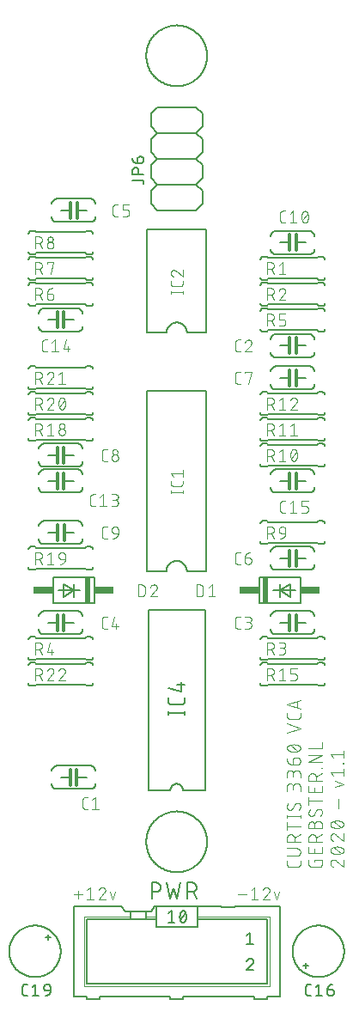
<source format=gto>
G04 EAGLE Gerber RS-274X export*
G75*
%MOMM*%
%FSLAX34Y34*%
%LPD*%
%INSilkscreen Top*%
%IPPOS*%
%AMOC8*
5,1,8,0,0,1.08239X$1,22.5*%
G01*
%ADD10C,0.152400*%
%ADD11C,0.101600*%
%ADD12C,0.304800*%
%ADD13R,0.508000X2.540000*%
%ADD14R,1.905000X0.762000*%
%ADD15C,0.127000*%
%ADD16C,0.177800*%
%ADD17C,0.050800*%


D10*
X147828Y165100D02*
X147837Y165836D01*
X147864Y166571D01*
X147909Y167305D01*
X147972Y168038D01*
X148053Y168769D01*
X148152Y169498D01*
X148269Y170224D01*
X148404Y170947D01*
X148556Y171667D01*
X148726Y172383D01*
X148914Y173094D01*
X149119Y173800D01*
X149341Y174502D01*
X149580Y175197D01*
X149836Y175887D01*
X150109Y176570D01*
X150399Y177246D01*
X150706Y177915D01*
X151028Y178576D01*
X151367Y179229D01*
X151722Y179873D01*
X152092Y180509D01*
X152478Y181135D01*
X152879Y181752D01*
X153295Y182358D01*
X153726Y182954D01*
X154172Y183540D01*
X154631Y184114D01*
X155105Y184677D01*
X155592Y185228D01*
X156093Y185767D01*
X156607Y186293D01*
X157133Y186807D01*
X157672Y187308D01*
X158223Y187795D01*
X158786Y188269D01*
X159360Y188728D01*
X159946Y189174D01*
X160542Y189605D01*
X161148Y190021D01*
X161765Y190422D01*
X162391Y190808D01*
X163027Y191178D01*
X163671Y191533D01*
X164324Y191872D01*
X164985Y192194D01*
X165654Y192501D01*
X166330Y192791D01*
X167013Y193064D01*
X167703Y193320D01*
X168398Y193559D01*
X169100Y193781D01*
X169806Y193986D01*
X170517Y194174D01*
X171233Y194344D01*
X171953Y194496D01*
X172676Y194631D01*
X173402Y194748D01*
X174131Y194847D01*
X174862Y194928D01*
X175595Y194991D01*
X176329Y195036D01*
X177064Y195063D01*
X177800Y195072D01*
X178536Y195063D01*
X179271Y195036D01*
X180005Y194991D01*
X180738Y194928D01*
X181469Y194847D01*
X182198Y194748D01*
X182924Y194631D01*
X183647Y194496D01*
X184367Y194344D01*
X185083Y194174D01*
X185794Y193986D01*
X186500Y193781D01*
X187202Y193559D01*
X187897Y193320D01*
X188587Y193064D01*
X189270Y192791D01*
X189946Y192501D01*
X190615Y192194D01*
X191276Y191872D01*
X191929Y191533D01*
X192573Y191178D01*
X193209Y190808D01*
X193835Y190422D01*
X194452Y190021D01*
X195058Y189605D01*
X195654Y189174D01*
X196240Y188728D01*
X196814Y188269D01*
X197377Y187795D01*
X197928Y187308D01*
X198467Y186807D01*
X198993Y186293D01*
X199507Y185767D01*
X200008Y185228D01*
X200495Y184677D01*
X200969Y184114D01*
X201428Y183540D01*
X201874Y182954D01*
X202305Y182358D01*
X202721Y181752D01*
X203122Y181135D01*
X203508Y180509D01*
X203878Y179873D01*
X204233Y179229D01*
X204572Y178576D01*
X204894Y177915D01*
X205201Y177246D01*
X205491Y176570D01*
X205764Y175887D01*
X206020Y175197D01*
X206259Y174502D01*
X206481Y173800D01*
X206686Y173094D01*
X206874Y172383D01*
X207044Y171667D01*
X207196Y170947D01*
X207331Y170224D01*
X207448Y169498D01*
X207547Y168769D01*
X207628Y168038D01*
X207691Y167305D01*
X207736Y166571D01*
X207763Y165836D01*
X207772Y165100D01*
X207763Y164364D01*
X207736Y163629D01*
X207691Y162895D01*
X207628Y162162D01*
X207547Y161431D01*
X207448Y160702D01*
X207331Y159976D01*
X207196Y159253D01*
X207044Y158533D01*
X206874Y157817D01*
X206686Y157106D01*
X206481Y156400D01*
X206259Y155698D01*
X206020Y155003D01*
X205764Y154313D01*
X205491Y153630D01*
X205201Y152954D01*
X204894Y152285D01*
X204572Y151624D01*
X204233Y150971D01*
X203878Y150327D01*
X203508Y149691D01*
X203122Y149065D01*
X202721Y148448D01*
X202305Y147842D01*
X201874Y147246D01*
X201428Y146660D01*
X200969Y146086D01*
X200495Y145523D01*
X200008Y144972D01*
X199507Y144433D01*
X198993Y143907D01*
X198467Y143393D01*
X197928Y142892D01*
X197377Y142405D01*
X196814Y141931D01*
X196240Y141472D01*
X195654Y141026D01*
X195058Y140595D01*
X194452Y140179D01*
X193835Y139778D01*
X193209Y139392D01*
X192573Y139022D01*
X191929Y138667D01*
X191276Y138328D01*
X190615Y138006D01*
X189946Y137699D01*
X189270Y137409D01*
X188587Y137136D01*
X187897Y136880D01*
X187202Y136641D01*
X186500Y136419D01*
X185794Y136214D01*
X185083Y136026D01*
X184367Y135856D01*
X183647Y135704D01*
X182924Y135569D01*
X182198Y135452D01*
X181469Y135353D01*
X180738Y135272D01*
X180005Y135209D01*
X179271Y135164D01*
X178536Y135137D01*
X177800Y135128D01*
X177064Y135137D01*
X176329Y135164D01*
X175595Y135209D01*
X174862Y135272D01*
X174131Y135353D01*
X173402Y135452D01*
X172676Y135569D01*
X171953Y135704D01*
X171233Y135856D01*
X170517Y136026D01*
X169806Y136214D01*
X169100Y136419D01*
X168398Y136641D01*
X167703Y136880D01*
X167013Y137136D01*
X166330Y137409D01*
X165654Y137699D01*
X164985Y138006D01*
X164324Y138328D01*
X163671Y138667D01*
X163027Y139022D01*
X162391Y139392D01*
X161765Y139778D01*
X161148Y140179D01*
X160542Y140595D01*
X159946Y141026D01*
X159360Y141472D01*
X158786Y141931D01*
X158223Y142405D01*
X157672Y142892D01*
X157133Y143393D01*
X156607Y143907D01*
X156093Y144433D01*
X155592Y144972D01*
X155105Y145523D01*
X154631Y146086D01*
X154172Y146660D01*
X153726Y147246D01*
X153295Y147842D01*
X152879Y148448D01*
X152478Y149065D01*
X152092Y149691D01*
X151722Y150327D01*
X151367Y150971D01*
X151028Y151624D01*
X150706Y152285D01*
X150399Y152954D01*
X150109Y153630D01*
X149836Y154313D01*
X149580Y155003D01*
X149341Y155698D01*
X149119Y156400D01*
X148914Y157106D01*
X148726Y157817D01*
X148556Y158533D01*
X148404Y159253D01*
X148269Y159976D01*
X148152Y160702D01*
X148053Y161431D01*
X147972Y162162D01*
X147909Y162895D01*
X147864Y163629D01*
X147837Y164364D01*
X147828Y165100D01*
X147828Y939800D02*
X147837Y940536D01*
X147864Y941271D01*
X147909Y942005D01*
X147972Y942738D01*
X148053Y943469D01*
X148152Y944198D01*
X148269Y944924D01*
X148404Y945647D01*
X148556Y946367D01*
X148726Y947083D01*
X148914Y947794D01*
X149119Y948500D01*
X149341Y949202D01*
X149580Y949897D01*
X149836Y950587D01*
X150109Y951270D01*
X150399Y951946D01*
X150706Y952615D01*
X151028Y953276D01*
X151367Y953929D01*
X151722Y954573D01*
X152092Y955209D01*
X152478Y955835D01*
X152879Y956452D01*
X153295Y957058D01*
X153726Y957654D01*
X154172Y958240D01*
X154631Y958814D01*
X155105Y959377D01*
X155592Y959928D01*
X156093Y960467D01*
X156607Y960993D01*
X157133Y961507D01*
X157672Y962008D01*
X158223Y962495D01*
X158786Y962969D01*
X159360Y963428D01*
X159946Y963874D01*
X160542Y964305D01*
X161148Y964721D01*
X161765Y965122D01*
X162391Y965508D01*
X163027Y965878D01*
X163671Y966233D01*
X164324Y966572D01*
X164985Y966894D01*
X165654Y967201D01*
X166330Y967491D01*
X167013Y967764D01*
X167703Y968020D01*
X168398Y968259D01*
X169100Y968481D01*
X169806Y968686D01*
X170517Y968874D01*
X171233Y969044D01*
X171953Y969196D01*
X172676Y969331D01*
X173402Y969448D01*
X174131Y969547D01*
X174862Y969628D01*
X175595Y969691D01*
X176329Y969736D01*
X177064Y969763D01*
X177800Y969772D01*
X178536Y969763D01*
X179271Y969736D01*
X180005Y969691D01*
X180738Y969628D01*
X181469Y969547D01*
X182198Y969448D01*
X182924Y969331D01*
X183647Y969196D01*
X184367Y969044D01*
X185083Y968874D01*
X185794Y968686D01*
X186500Y968481D01*
X187202Y968259D01*
X187897Y968020D01*
X188587Y967764D01*
X189270Y967491D01*
X189946Y967201D01*
X190615Y966894D01*
X191276Y966572D01*
X191929Y966233D01*
X192573Y965878D01*
X193209Y965508D01*
X193835Y965122D01*
X194452Y964721D01*
X195058Y964305D01*
X195654Y963874D01*
X196240Y963428D01*
X196814Y962969D01*
X197377Y962495D01*
X197928Y962008D01*
X198467Y961507D01*
X198993Y960993D01*
X199507Y960467D01*
X200008Y959928D01*
X200495Y959377D01*
X200969Y958814D01*
X201428Y958240D01*
X201874Y957654D01*
X202305Y957058D01*
X202721Y956452D01*
X203122Y955835D01*
X203508Y955209D01*
X203878Y954573D01*
X204233Y953929D01*
X204572Y953276D01*
X204894Y952615D01*
X205201Y951946D01*
X205491Y951270D01*
X205764Y950587D01*
X206020Y949897D01*
X206259Y949202D01*
X206481Y948500D01*
X206686Y947794D01*
X206874Y947083D01*
X207044Y946367D01*
X207196Y945647D01*
X207331Y944924D01*
X207448Y944198D01*
X207547Y943469D01*
X207628Y942738D01*
X207691Y942005D01*
X207736Y941271D01*
X207763Y940536D01*
X207772Y939800D01*
X207763Y939064D01*
X207736Y938329D01*
X207691Y937595D01*
X207628Y936862D01*
X207547Y936131D01*
X207448Y935402D01*
X207331Y934676D01*
X207196Y933953D01*
X207044Y933233D01*
X206874Y932517D01*
X206686Y931806D01*
X206481Y931100D01*
X206259Y930398D01*
X206020Y929703D01*
X205764Y929013D01*
X205491Y928330D01*
X205201Y927654D01*
X204894Y926985D01*
X204572Y926324D01*
X204233Y925671D01*
X203878Y925027D01*
X203508Y924391D01*
X203122Y923765D01*
X202721Y923148D01*
X202305Y922542D01*
X201874Y921946D01*
X201428Y921360D01*
X200969Y920786D01*
X200495Y920223D01*
X200008Y919672D01*
X199507Y919133D01*
X198993Y918607D01*
X198467Y918093D01*
X197928Y917592D01*
X197377Y917105D01*
X196814Y916631D01*
X196240Y916172D01*
X195654Y915726D01*
X195058Y915295D01*
X194452Y914879D01*
X193835Y914478D01*
X193209Y914092D01*
X192573Y913722D01*
X191929Y913367D01*
X191276Y913028D01*
X190615Y912706D01*
X189946Y912399D01*
X189270Y912109D01*
X188587Y911836D01*
X187897Y911580D01*
X187202Y911341D01*
X186500Y911119D01*
X185794Y910914D01*
X185083Y910726D01*
X184367Y910556D01*
X183647Y910404D01*
X182924Y910269D01*
X182198Y910152D01*
X181469Y910053D01*
X180738Y909972D01*
X180005Y909909D01*
X179271Y909864D01*
X178536Y909837D01*
X177800Y909828D01*
X177064Y909837D01*
X176329Y909864D01*
X175595Y909909D01*
X174862Y909972D01*
X174131Y910053D01*
X173402Y910152D01*
X172676Y910269D01*
X171953Y910404D01*
X171233Y910556D01*
X170517Y910726D01*
X169806Y910914D01*
X169100Y911119D01*
X168398Y911341D01*
X167703Y911580D01*
X167013Y911836D01*
X166330Y912109D01*
X165654Y912399D01*
X164985Y912706D01*
X164324Y913028D01*
X163671Y913367D01*
X163027Y913722D01*
X162391Y914092D01*
X161765Y914478D01*
X161148Y914879D01*
X160542Y915295D01*
X159946Y915726D01*
X159360Y916172D01*
X158786Y916631D01*
X158223Y917105D01*
X157672Y917592D01*
X157133Y918093D01*
X156607Y918607D01*
X156093Y919133D01*
X155592Y919672D01*
X155105Y920223D01*
X154631Y920786D01*
X154172Y921360D01*
X153726Y921946D01*
X153295Y922542D01*
X152879Y923148D01*
X152478Y923765D01*
X152092Y924391D01*
X151722Y925027D01*
X151367Y925671D01*
X151028Y926324D01*
X150706Y926985D01*
X150399Y927654D01*
X150109Y928330D01*
X149836Y929013D01*
X149580Y929703D01*
X149341Y930398D01*
X149119Y931100D01*
X148914Y931806D01*
X148726Y932517D01*
X148556Y933233D01*
X148404Y933953D01*
X148269Y934676D01*
X148152Y935402D01*
X148053Y936131D01*
X147972Y936862D01*
X147909Y937595D01*
X147864Y938329D01*
X147837Y939064D01*
X147828Y939800D01*
D11*
X299720Y146078D02*
X299720Y143143D01*
X299718Y143036D01*
X299712Y142929D01*
X299702Y142822D01*
X299689Y142716D01*
X299671Y142610D01*
X299650Y142505D01*
X299625Y142401D01*
X299596Y142297D01*
X299563Y142195D01*
X299526Y142095D01*
X299486Y141995D01*
X299442Y141897D01*
X299395Y141801D01*
X299344Y141707D01*
X299290Y141614D01*
X299233Y141524D01*
X299172Y141435D01*
X299108Y141349D01*
X299041Y141266D01*
X298971Y141184D01*
X298898Y141106D01*
X298822Y141030D01*
X298744Y140957D01*
X298662Y140887D01*
X298579Y140820D01*
X298493Y140756D01*
X298404Y140695D01*
X298314Y140638D01*
X298221Y140584D01*
X298127Y140533D01*
X298031Y140486D01*
X297933Y140442D01*
X297833Y140402D01*
X297733Y140365D01*
X297631Y140332D01*
X297527Y140303D01*
X297423Y140278D01*
X297318Y140257D01*
X297212Y140239D01*
X297106Y140226D01*
X296999Y140216D01*
X296892Y140210D01*
X296785Y140208D01*
X289447Y140208D01*
X289340Y140210D01*
X289233Y140216D01*
X289126Y140226D01*
X289020Y140239D01*
X288914Y140257D01*
X288809Y140278D01*
X288705Y140303D01*
X288601Y140332D01*
X288499Y140365D01*
X288399Y140402D01*
X288299Y140442D01*
X288201Y140486D01*
X288105Y140533D01*
X288011Y140584D01*
X287918Y140638D01*
X287828Y140695D01*
X287739Y140756D01*
X287653Y140820D01*
X287570Y140887D01*
X287488Y140957D01*
X287410Y141030D01*
X287334Y141106D01*
X287261Y141184D01*
X287191Y141266D01*
X287124Y141349D01*
X287060Y141435D01*
X286999Y141524D01*
X286942Y141614D01*
X286888Y141707D01*
X286837Y141801D01*
X286790Y141897D01*
X286746Y141995D01*
X286706Y142095D01*
X286669Y142195D01*
X286636Y142297D01*
X286607Y142401D01*
X286582Y142505D01*
X286561Y142610D01*
X286543Y142716D01*
X286530Y142822D01*
X286520Y142929D01*
X286514Y143036D01*
X286512Y143143D01*
X286512Y146078D01*
X286512Y151338D02*
X296051Y151338D01*
X296171Y151340D01*
X296291Y151346D01*
X296411Y151356D01*
X296530Y151369D01*
X296649Y151387D01*
X296767Y151408D01*
X296884Y151434D01*
X297001Y151463D01*
X297116Y151496D01*
X297230Y151533D01*
X297343Y151573D01*
X297455Y151617D01*
X297565Y151665D01*
X297674Y151716D01*
X297781Y151771D01*
X297886Y151830D01*
X297988Y151891D01*
X298089Y151956D01*
X298188Y152025D01*
X298285Y152096D01*
X298379Y152171D01*
X298470Y152248D01*
X298559Y152329D01*
X298645Y152413D01*
X298729Y152499D01*
X298810Y152588D01*
X298887Y152679D01*
X298962Y152773D01*
X299033Y152870D01*
X299102Y152969D01*
X299167Y153070D01*
X299228Y153173D01*
X299287Y153277D01*
X299342Y153384D01*
X299393Y153493D01*
X299441Y153603D01*
X299485Y153715D01*
X299525Y153828D01*
X299562Y153942D01*
X299595Y154057D01*
X299624Y154174D01*
X299650Y154291D01*
X299671Y154409D01*
X299689Y154528D01*
X299702Y154647D01*
X299712Y154767D01*
X299718Y154887D01*
X299720Y155007D01*
X299718Y155127D01*
X299712Y155247D01*
X299702Y155367D01*
X299689Y155486D01*
X299671Y155605D01*
X299650Y155723D01*
X299624Y155840D01*
X299595Y155957D01*
X299562Y156072D01*
X299525Y156186D01*
X299485Y156299D01*
X299441Y156411D01*
X299393Y156521D01*
X299342Y156630D01*
X299287Y156737D01*
X299228Y156842D01*
X299167Y156944D01*
X299102Y157045D01*
X299033Y157144D01*
X298962Y157241D01*
X298887Y157335D01*
X298810Y157426D01*
X298729Y157515D01*
X298645Y157601D01*
X298559Y157685D01*
X298470Y157766D01*
X298379Y157843D01*
X298285Y157918D01*
X298188Y157989D01*
X298089Y158058D01*
X297988Y158123D01*
X297885Y158184D01*
X297781Y158243D01*
X297674Y158298D01*
X297565Y158349D01*
X297455Y158397D01*
X297343Y158441D01*
X297230Y158481D01*
X297116Y158518D01*
X297001Y158551D01*
X296884Y158580D01*
X296767Y158606D01*
X296649Y158627D01*
X296530Y158645D01*
X296411Y158658D01*
X296291Y158668D01*
X296171Y158674D01*
X296051Y158676D01*
X286512Y158676D01*
X286512Y165071D02*
X299720Y165071D01*
X286512Y165071D02*
X286512Y168740D01*
X286514Y168860D01*
X286520Y168980D01*
X286530Y169100D01*
X286543Y169219D01*
X286561Y169338D01*
X286582Y169456D01*
X286608Y169573D01*
X286637Y169690D01*
X286670Y169805D01*
X286707Y169919D01*
X286747Y170032D01*
X286791Y170144D01*
X286839Y170254D01*
X286890Y170363D01*
X286945Y170470D01*
X287004Y170575D01*
X287065Y170677D01*
X287130Y170778D01*
X287199Y170877D01*
X287270Y170974D01*
X287345Y171068D01*
X287422Y171159D01*
X287503Y171248D01*
X287587Y171334D01*
X287673Y171418D01*
X287762Y171499D01*
X287853Y171576D01*
X287947Y171651D01*
X288044Y171722D01*
X288143Y171791D01*
X288244Y171856D01*
X288347Y171917D01*
X288451Y171976D01*
X288558Y172031D01*
X288667Y172082D01*
X288777Y172130D01*
X288889Y172174D01*
X289002Y172214D01*
X289116Y172251D01*
X289231Y172284D01*
X289348Y172313D01*
X289465Y172339D01*
X289583Y172360D01*
X289702Y172378D01*
X289821Y172391D01*
X289941Y172401D01*
X290061Y172407D01*
X290181Y172409D01*
X290301Y172407D01*
X290421Y172401D01*
X290541Y172391D01*
X290660Y172378D01*
X290779Y172360D01*
X290897Y172339D01*
X291014Y172313D01*
X291131Y172284D01*
X291246Y172251D01*
X291360Y172214D01*
X291473Y172174D01*
X291585Y172130D01*
X291695Y172082D01*
X291804Y172031D01*
X291911Y171976D01*
X292016Y171917D01*
X292118Y171856D01*
X292219Y171791D01*
X292318Y171722D01*
X292415Y171651D01*
X292509Y171576D01*
X292600Y171499D01*
X292689Y171418D01*
X292775Y171334D01*
X292859Y171248D01*
X292940Y171159D01*
X293017Y171068D01*
X293092Y170974D01*
X293163Y170877D01*
X293232Y170778D01*
X293297Y170677D01*
X293358Y170575D01*
X293417Y170470D01*
X293472Y170363D01*
X293523Y170254D01*
X293571Y170144D01*
X293615Y170032D01*
X293655Y169919D01*
X293692Y169805D01*
X293725Y169690D01*
X293754Y169573D01*
X293780Y169456D01*
X293801Y169338D01*
X293819Y169219D01*
X293832Y169100D01*
X293842Y168980D01*
X293848Y168860D01*
X293850Y168740D01*
X293850Y165071D01*
X293850Y169474D02*
X299720Y172409D01*
X299720Y180610D02*
X286512Y180610D01*
X286512Y176941D02*
X286512Y184279D01*
X286512Y189998D02*
X299720Y189998D01*
X299720Y191465D02*
X299720Y188530D01*
X286512Y188530D02*
X286512Y191465D01*
X296785Y203481D02*
X296892Y203479D01*
X296999Y203473D01*
X297106Y203463D01*
X297212Y203450D01*
X297318Y203432D01*
X297423Y203411D01*
X297527Y203386D01*
X297631Y203357D01*
X297733Y203324D01*
X297833Y203287D01*
X297933Y203247D01*
X298031Y203203D01*
X298127Y203156D01*
X298221Y203105D01*
X298314Y203051D01*
X298404Y202994D01*
X298493Y202933D01*
X298579Y202869D01*
X298662Y202802D01*
X298744Y202732D01*
X298822Y202659D01*
X298898Y202583D01*
X298971Y202505D01*
X299041Y202423D01*
X299108Y202340D01*
X299172Y202254D01*
X299233Y202165D01*
X299290Y202075D01*
X299344Y201982D01*
X299395Y201888D01*
X299442Y201792D01*
X299486Y201694D01*
X299526Y201594D01*
X299563Y201494D01*
X299596Y201392D01*
X299625Y201288D01*
X299650Y201184D01*
X299671Y201079D01*
X299689Y200973D01*
X299702Y200867D01*
X299712Y200760D01*
X299718Y200653D01*
X299720Y200546D01*
X299718Y200393D01*
X299712Y200240D01*
X299703Y200087D01*
X299690Y199935D01*
X299673Y199783D01*
X299652Y199631D01*
X299628Y199480D01*
X299600Y199330D01*
X299568Y199180D01*
X299532Y199032D01*
X299493Y198884D01*
X299450Y198737D01*
X299404Y198591D01*
X299354Y198447D01*
X299300Y198303D01*
X299243Y198161D01*
X299183Y198021D01*
X299118Y197882D01*
X299051Y197745D01*
X298980Y197609D01*
X298906Y197475D01*
X298829Y197343D01*
X298748Y197213D01*
X298664Y197085D01*
X298577Y196959D01*
X298487Y196836D01*
X298394Y196714D01*
X298298Y196595D01*
X298199Y196479D01*
X298098Y196364D01*
X297993Y196253D01*
X297886Y196144D01*
X289447Y196510D02*
X289340Y196512D01*
X289233Y196518D01*
X289126Y196528D01*
X289020Y196541D01*
X288914Y196559D01*
X288809Y196580D01*
X288705Y196605D01*
X288601Y196634D01*
X288499Y196667D01*
X288399Y196704D01*
X288299Y196744D01*
X288201Y196788D01*
X288105Y196835D01*
X288011Y196886D01*
X287918Y196940D01*
X287828Y196997D01*
X287739Y197058D01*
X287653Y197122D01*
X287570Y197189D01*
X287488Y197259D01*
X287410Y197332D01*
X287334Y197408D01*
X287261Y197486D01*
X287191Y197568D01*
X287124Y197651D01*
X287060Y197737D01*
X286999Y197826D01*
X286942Y197916D01*
X286888Y198009D01*
X286837Y198103D01*
X286790Y198199D01*
X286746Y198297D01*
X286706Y198397D01*
X286669Y198497D01*
X286636Y198599D01*
X286607Y198703D01*
X286582Y198807D01*
X286561Y198912D01*
X286543Y199018D01*
X286530Y199124D01*
X286520Y199231D01*
X286514Y199338D01*
X286512Y199445D01*
X286514Y199593D01*
X286520Y199740D01*
X286530Y199887D01*
X286544Y200034D01*
X286561Y200181D01*
X286583Y200326D01*
X286609Y200472D01*
X286638Y200616D01*
X286671Y200760D01*
X286709Y200903D01*
X286750Y201045D01*
X286794Y201185D01*
X286843Y201325D01*
X286895Y201463D01*
X286951Y201599D01*
X287011Y201734D01*
X287074Y201867D01*
X287141Y201999D01*
X287211Y202129D01*
X287284Y202257D01*
X287362Y202382D01*
X287442Y202506D01*
X287526Y202628D01*
X287613Y202747D01*
X292015Y197978D02*
X291959Y197887D01*
X291900Y197798D01*
X291838Y197711D01*
X291773Y197627D01*
X291705Y197544D01*
X291634Y197465D01*
X291560Y197388D01*
X291483Y197314D01*
X291404Y197242D01*
X291322Y197174D01*
X291238Y197108D01*
X291151Y197045D01*
X291063Y196986D01*
X290972Y196930D01*
X290879Y196877D01*
X290785Y196827D01*
X290689Y196781D01*
X290591Y196738D01*
X290492Y196699D01*
X290391Y196663D01*
X290289Y196631D01*
X290186Y196603D01*
X290082Y196579D01*
X289978Y196558D01*
X289872Y196541D01*
X289767Y196527D01*
X289660Y196518D01*
X289554Y196512D01*
X289447Y196510D01*
X294217Y202013D02*
X294273Y202104D01*
X294332Y202193D01*
X294394Y202280D01*
X294459Y202365D01*
X294527Y202447D01*
X294598Y202526D01*
X294672Y202603D01*
X294749Y202677D01*
X294828Y202749D01*
X294910Y202817D01*
X294994Y202883D01*
X295081Y202946D01*
X295169Y203005D01*
X295260Y203061D01*
X295353Y203114D01*
X295447Y203164D01*
X295543Y203210D01*
X295641Y203253D01*
X295740Y203292D01*
X295841Y203328D01*
X295943Y203360D01*
X296046Y203388D01*
X296150Y203412D01*
X296254Y203433D01*
X296360Y203450D01*
X296465Y203464D01*
X296572Y203473D01*
X296678Y203479D01*
X296785Y203481D01*
X294217Y202014D02*
X292015Y197978D01*
X299720Y215346D02*
X299720Y219015D01*
X299718Y219135D01*
X299712Y219255D01*
X299702Y219375D01*
X299689Y219494D01*
X299671Y219613D01*
X299650Y219731D01*
X299624Y219848D01*
X299595Y219965D01*
X299562Y220080D01*
X299525Y220194D01*
X299485Y220307D01*
X299441Y220419D01*
X299393Y220529D01*
X299342Y220638D01*
X299287Y220745D01*
X299228Y220850D01*
X299167Y220952D01*
X299102Y221053D01*
X299033Y221152D01*
X298962Y221249D01*
X298887Y221343D01*
X298810Y221434D01*
X298729Y221523D01*
X298645Y221609D01*
X298559Y221693D01*
X298470Y221774D01*
X298379Y221851D01*
X298285Y221926D01*
X298188Y221997D01*
X298089Y222066D01*
X297988Y222131D01*
X297886Y222192D01*
X297781Y222251D01*
X297674Y222306D01*
X297565Y222357D01*
X297455Y222405D01*
X297343Y222449D01*
X297230Y222489D01*
X297116Y222526D01*
X297001Y222559D01*
X296884Y222588D01*
X296767Y222614D01*
X296649Y222635D01*
X296530Y222653D01*
X296411Y222666D01*
X296291Y222676D01*
X296171Y222682D01*
X296051Y222684D01*
X295931Y222682D01*
X295811Y222676D01*
X295691Y222666D01*
X295572Y222653D01*
X295453Y222635D01*
X295335Y222614D01*
X295218Y222588D01*
X295101Y222559D01*
X294986Y222526D01*
X294872Y222489D01*
X294759Y222449D01*
X294647Y222405D01*
X294537Y222357D01*
X294428Y222306D01*
X294321Y222251D01*
X294217Y222192D01*
X294114Y222131D01*
X294013Y222066D01*
X293914Y221997D01*
X293817Y221926D01*
X293723Y221851D01*
X293632Y221774D01*
X293543Y221693D01*
X293457Y221609D01*
X293373Y221523D01*
X293292Y221434D01*
X293215Y221343D01*
X293140Y221249D01*
X293069Y221152D01*
X293000Y221053D01*
X292935Y220952D01*
X292874Y220850D01*
X292815Y220745D01*
X292760Y220638D01*
X292709Y220529D01*
X292661Y220419D01*
X292617Y220307D01*
X292577Y220194D01*
X292540Y220080D01*
X292507Y219965D01*
X292478Y219848D01*
X292452Y219731D01*
X292431Y219613D01*
X292413Y219494D01*
X292400Y219375D01*
X292390Y219255D01*
X292384Y219135D01*
X292382Y219015D01*
X286512Y219748D02*
X286512Y215346D01*
X286512Y219748D02*
X286514Y219855D01*
X286520Y219962D01*
X286530Y220069D01*
X286543Y220175D01*
X286561Y220281D01*
X286582Y220386D01*
X286607Y220490D01*
X286636Y220594D01*
X286669Y220696D01*
X286706Y220796D01*
X286746Y220896D01*
X286790Y220994D01*
X286837Y221090D01*
X286888Y221184D01*
X286942Y221277D01*
X286999Y221367D01*
X287060Y221456D01*
X287124Y221542D01*
X287191Y221625D01*
X287261Y221707D01*
X287334Y221785D01*
X287410Y221861D01*
X287488Y221934D01*
X287570Y222004D01*
X287653Y222071D01*
X287739Y222135D01*
X287828Y222196D01*
X287918Y222253D01*
X288011Y222307D01*
X288105Y222358D01*
X288201Y222405D01*
X288299Y222449D01*
X288399Y222489D01*
X288499Y222526D01*
X288601Y222559D01*
X288705Y222588D01*
X288809Y222613D01*
X288914Y222634D01*
X289020Y222652D01*
X289126Y222665D01*
X289233Y222675D01*
X289340Y222681D01*
X289447Y222683D01*
X289554Y222681D01*
X289661Y222675D01*
X289768Y222665D01*
X289874Y222652D01*
X289980Y222634D01*
X290085Y222613D01*
X290189Y222588D01*
X290293Y222559D01*
X290395Y222526D01*
X290495Y222489D01*
X290595Y222449D01*
X290693Y222405D01*
X290789Y222358D01*
X290883Y222307D01*
X290976Y222253D01*
X291066Y222196D01*
X291155Y222135D01*
X291241Y222071D01*
X291324Y222004D01*
X291406Y221934D01*
X291484Y221861D01*
X291560Y221785D01*
X291633Y221707D01*
X291703Y221625D01*
X291770Y221542D01*
X291834Y221456D01*
X291895Y221367D01*
X291952Y221277D01*
X292006Y221184D01*
X292057Y221090D01*
X292104Y220994D01*
X292148Y220896D01*
X292188Y220796D01*
X292225Y220696D01*
X292258Y220594D01*
X292287Y220490D01*
X292312Y220386D01*
X292333Y220281D01*
X292351Y220175D01*
X292364Y220069D01*
X292374Y219962D01*
X292380Y219855D01*
X292382Y219748D01*
X292382Y216813D01*
X299720Y228147D02*
X299720Y231816D01*
X299718Y231936D01*
X299712Y232056D01*
X299702Y232176D01*
X299689Y232295D01*
X299671Y232414D01*
X299650Y232532D01*
X299624Y232649D01*
X299595Y232766D01*
X299562Y232881D01*
X299525Y232995D01*
X299485Y233108D01*
X299441Y233220D01*
X299393Y233330D01*
X299342Y233439D01*
X299287Y233546D01*
X299228Y233651D01*
X299167Y233753D01*
X299102Y233854D01*
X299033Y233953D01*
X298962Y234050D01*
X298887Y234144D01*
X298810Y234235D01*
X298729Y234324D01*
X298645Y234410D01*
X298559Y234494D01*
X298470Y234575D01*
X298379Y234652D01*
X298285Y234727D01*
X298188Y234798D01*
X298089Y234867D01*
X297988Y234932D01*
X297886Y234993D01*
X297781Y235052D01*
X297674Y235107D01*
X297565Y235158D01*
X297455Y235206D01*
X297343Y235250D01*
X297230Y235290D01*
X297116Y235327D01*
X297001Y235360D01*
X296884Y235389D01*
X296767Y235415D01*
X296649Y235436D01*
X296530Y235454D01*
X296411Y235467D01*
X296291Y235477D01*
X296171Y235483D01*
X296051Y235485D01*
X295931Y235483D01*
X295811Y235477D01*
X295691Y235467D01*
X295572Y235454D01*
X295453Y235436D01*
X295335Y235415D01*
X295218Y235389D01*
X295101Y235360D01*
X294986Y235327D01*
X294872Y235290D01*
X294759Y235250D01*
X294647Y235206D01*
X294537Y235158D01*
X294428Y235107D01*
X294321Y235052D01*
X294217Y234993D01*
X294114Y234932D01*
X294013Y234867D01*
X293914Y234798D01*
X293817Y234727D01*
X293723Y234652D01*
X293632Y234575D01*
X293543Y234494D01*
X293457Y234410D01*
X293373Y234324D01*
X293292Y234235D01*
X293215Y234144D01*
X293140Y234050D01*
X293069Y233953D01*
X293000Y233854D01*
X292935Y233753D01*
X292874Y233651D01*
X292815Y233546D01*
X292760Y233439D01*
X292709Y233330D01*
X292661Y233220D01*
X292617Y233108D01*
X292577Y232995D01*
X292540Y232881D01*
X292507Y232766D01*
X292478Y232649D01*
X292452Y232532D01*
X292431Y232414D01*
X292413Y232295D01*
X292400Y232176D01*
X292390Y232056D01*
X292384Y231936D01*
X292382Y231816D01*
X286512Y232550D02*
X286512Y228147D01*
X286512Y232550D02*
X286514Y232657D01*
X286520Y232764D01*
X286530Y232871D01*
X286543Y232977D01*
X286561Y233083D01*
X286582Y233188D01*
X286607Y233292D01*
X286636Y233396D01*
X286669Y233498D01*
X286706Y233598D01*
X286746Y233698D01*
X286790Y233796D01*
X286837Y233892D01*
X286888Y233986D01*
X286942Y234079D01*
X286999Y234169D01*
X287060Y234258D01*
X287124Y234344D01*
X287191Y234427D01*
X287261Y234509D01*
X287334Y234587D01*
X287410Y234663D01*
X287488Y234736D01*
X287570Y234806D01*
X287653Y234873D01*
X287739Y234937D01*
X287828Y234998D01*
X287918Y235055D01*
X288011Y235109D01*
X288105Y235160D01*
X288201Y235207D01*
X288299Y235251D01*
X288399Y235291D01*
X288499Y235328D01*
X288601Y235361D01*
X288705Y235390D01*
X288809Y235415D01*
X288914Y235436D01*
X289020Y235454D01*
X289126Y235467D01*
X289233Y235477D01*
X289340Y235483D01*
X289447Y235485D01*
X289554Y235483D01*
X289661Y235477D01*
X289768Y235467D01*
X289874Y235454D01*
X289980Y235436D01*
X290085Y235415D01*
X290189Y235390D01*
X290293Y235361D01*
X290395Y235328D01*
X290495Y235291D01*
X290595Y235251D01*
X290693Y235207D01*
X290789Y235160D01*
X290883Y235109D01*
X290976Y235055D01*
X291066Y234998D01*
X291155Y234937D01*
X291241Y234873D01*
X291324Y234806D01*
X291406Y234736D01*
X291484Y234663D01*
X291560Y234587D01*
X291633Y234509D01*
X291703Y234427D01*
X291770Y234344D01*
X291834Y234258D01*
X291895Y234169D01*
X291952Y234079D01*
X292006Y233986D01*
X292057Y233892D01*
X292104Y233796D01*
X292148Y233698D01*
X292188Y233598D01*
X292225Y233498D01*
X292258Y233396D01*
X292287Y233292D01*
X292312Y233188D01*
X292333Y233083D01*
X292351Y232977D01*
X292364Y232871D01*
X292374Y232764D01*
X292380Y232657D01*
X292382Y232550D01*
X292382Y229615D01*
X292382Y240949D02*
X292382Y245352D01*
X292384Y245459D01*
X292390Y245566D01*
X292400Y245673D01*
X292413Y245779D01*
X292431Y245885D01*
X292452Y245990D01*
X292477Y246094D01*
X292506Y246198D01*
X292539Y246300D01*
X292576Y246400D01*
X292616Y246500D01*
X292660Y246598D01*
X292707Y246694D01*
X292758Y246788D01*
X292812Y246881D01*
X292869Y246971D01*
X292930Y247060D01*
X292994Y247146D01*
X293061Y247229D01*
X293131Y247311D01*
X293204Y247389D01*
X293280Y247465D01*
X293358Y247538D01*
X293440Y247608D01*
X293523Y247675D01*
X293609Y247739D01*
X293698Y247800D01*
X293788Y247857D01*
X293881Y247911D01*
X293975Y247962D01*
X294071Y248010D01*
X294169Y248053D01*
X294269Y248093D01*
X294369Y248130D01*
X294471Y248163D01*
X294575Y248192D01*
X294679Y248217D01*
X294784Y248238D01*
X294890Y248256D01*
X294996Y248269D01*
X295103Y248279D01*
X295210Y248285D01*
X295317Y248287D01*
X296051Y248287D01*
X296171Y248285D01*
X296291Y248279D01*
X296411Y248269D01*
X296530Y248256D01*
X296649Y248238D01*
X296767Y248217D01*
X296884Y248191D01*
X297001Y248162D01*
X297116Y248129D01*
X297230Y248092D01*
X297343Y248052D01*
X297455Y248008D01*
X297565Y247960D01*
X297674Y247909D01*
X297781Y247854D01*
X297885Y247795D01*
X297988Y247734D01*
X298089Y247669D01*
X298188Y247600D01*
X298285Y247529D01*
X298379Y247454D01*
X298470Y247377D01*
X298559Y247296D01*
X298645Y247212D01*
X298729Y247126D01*
X298810Y247037D01*
X298887Y246946D01*
X298962Y246852D01*
X299033Y246755D01*
X299102Y246656D01*
X299167Y246555D01*
X299228Y246453D01*
X299287Y246348D01*
X299342Y246241D01*
X299393Y246132D01*
X299441Y246022D01*
X299485Y245910D01*
X299525Y245797D01*
X299562Y245683D01*
X299595Y245568D01*
X299624Y245451D01*
X299650Y245334D01*
X299671Y245216D01*
X299689Y245097D01*
X299702Y244978D01*
X299712Y244858D01*
X299718Y244738D01*
X299720Y244618D01*
X299718Y244498D01*
X299712Y244378D01*
X299702Y244258D01*
X299689Y244139D01*
X299671Y244020D01*
X299650Y243902D01*
X299624Y243785D01*
X299595Y243668D01*
X299562Y243553D01*
X299525Y243439D01*
X299485Y243326D01*
X299441Y243214D01*
X299393Y243104D01*
X299342Y242995D01*
X299287Y242888D01*
X299228Y242784D01*
X299167Y242681D01*
X299102Y242580D01*
X299033Y242481D01*
X298962Y242384D01*
X298887Y242290D01*
X298810Y242199D01*
X298729Y242110D01*
X298645Y242024D01*
X298559Y241940D01*
X298470Y241859D01*
X298379Y241782D01*
X298285Y241707D01*
X298188Y241636D01*
X298089Y241567D01*
X297988Y241502D01*
X297886Y241441D01*
X297781Y241382D01*
X297674Y241327D01*
X297565Y241276D01*
X297455Y241228D01*
X297343Y241184D01*
X297230Y241144D01*
X297116Y241107D01*
X297001Y241074D01*
X296884Y241045D01*
X296767Y241019D01*
X296649Y240998D01*
X296530Y240980D01*
X296411Y240967D01*
X296291Y240957D01*
X296171Y240951D01*
X296051Y240949D01*
X292382Y240949D01*
X292231Y240951D01*
X292080Y240957D01*
X291929Y240967D01*
X291778Y240980D01*
X291628Y240998D01*
X291479Y241019D01*
X291330Y241044D01*
X291181Y241073D01*
X291034Y241106D01*
X290887Y241143D01*
X290741Y241183D01*
X290597Y241227D01*
X290453Y241275D01*
X290311Y241326D01*
X290171Y241381D01*
X290031Y241440D01*
X289894Y241503D01*
X289758Y241568D01*
X289623Y241638D01*
X289491Y241710D01*
X289360Y241787D01*
X289232Y241866D01*
X289105Y241949D01*
X288981Y242035D01*
X288859Y242124D01*
X288739Y242216D01*
X288622Y242312D01*
X288507Y242410D01*
X288395Y242511D01*
X288285Y242615D01*
X288178Y242722D01*
X288074Y242832D01*
X287973Y242944D01*
X287875Y243059D01*
X287779Y243176D01*
X287687Y243296D01*
X287598Y243418D01*
X287512Y243542D01*
X287429Y243669D01*
X287350Y243797D01*
X287273Y243928D01*
X287201Y244060D01*
X287131Y244195D01*
X287066Y244331D01*
X287003Y244468D01*
X286944Y244608D01*
X286889Y244748D01*
X286838Y244890D01*
X286790Y245034D01*
X286746Y245178D01*
X286706Y245324D01*
X286669Y245471D01*
X286636Y245618D01*
X286607Y245767D01*
X286582Y245916D01*
X286561Y246065D01*
X286543Y246215D01*
X286530Y246366D01*
X286520Y246517D01*
X286514Y246668D01*
X286512Y246819D01*
X288347Y254852D02*
X288582Y254741D01*
X288819Y254635D01*
X289059Y254535D01*
X289301Y254441D01*
X289546Y254353D01*
X289792Y254271D01*
X290040Y254195D01*
X290291Y254124D01*
X290542Y254060D01*
X290795Y254001D01*
X291050Y253949D01*
X291306Y253903D01*
X291562Y253862D01*
X291820Y253828D01*
X292078Y253801D01*
X292337Y253779D01*
X292597Y253763D01*
X292856Y253754D01*
X293116Y253751D01*
X288346Y254851D02*
X288251Y254886D01*
X288156Y254924D01*
X288063Y254966D01*
X287972Y255012D01*
X287882Y255061D01*
X287794Y255113D01*
X287709Y255168D01*
X287625Y255227D01*
X287544Y255289D01*
X287465Y255353D01*
X287389Y255421D01*
X287315Y255492D01*
X287244Y255565D01*
X287176Y255641D01*
X287110Y255719D01*
X287048Y255800D01*
X286988Y255883D01*
X286932Y255968D01*
X286879Y256055D01*
X286830Y256144D01*
X286784Y256235D01*
X286741Y256328D01*
X286702Y256422D01*
X286666Y256518D01*
X286634Y256615D01*
X286605Y256713D01*
X286581Y256812D01*
X286560Y256912D01*
X286543Y257012D01*
X286529Y257113D01*
X286520Y257215D01*
X286514Y257317D01*
X286512Y257419D01*
X286514Y257521D01*
X286520Y257623D01*
X286529Y257725D01*
X286543Y257826D01*
X286560Y257926D01*
X286581Y258026D01*
X286605Y258125D01*
X286634Y258223D01*
X286666Y258320D01*
X286702Y258416D01*
X286741Y258510D01*
X286784Y258603D01*
X286830Y258694D01*
X286879Y258783D01*
X286932Y258870D01*
X286988Y258955D01*
X287048Y259038D01*
X287110Y259119D01*
X287176Y259197D01*
X287244Y259273D01*
X287315Y259347D01*
X287389Y259417D01*
X287465Y259485D01*
X287544Y259549D01*
X287625Y259611D01*
X287709Y259670D01*
X287794Y259725D01*
X287882Y259778D01*
X287972Y259826D01*
X288063Y259872D01*
X288156Y259914D01*
X288251Y259952D01*
X288347Y259987D01*
X288582Y260098D01*
X288819Y260204D01*
X289059Y260304D01*
X289301Y260398D01*
X289546Y260486D01*
X289792Y260568D01*
X290040Y260644D01*
X290291Y260715D01*
X290542Y260779D01*
X290795Y260838D01*
X291050Y260890D01*
X291306Y260936D01*
X291562Y260977D01*
X291820Y261011D01*
X292078Y261038D01*
X292337Y261060D01*
X292597Y261076D01*
X292856Y261085D01*
X293116Y261088D01*
X293116Y253751D02*
X293376Y253754D01*
X293635Y253763D01*
X293895Y253779D01*
X294154Y253801D01*
X294412Y253828D01*
X294670Y253862D01*
X294926Y253903D01*
X295182Y253949D01*
X295437Y254001D01*
X295690Y254060D01*
X295941Y254124D01*
X296192Y254195D01*
X296440Y254271D01*
X296686Y254353D01*
X296931Y254441D01*
X297173Y254535D01*
X297413Y254635D01*
X297650Y254741D01*
X297885Y254852D01*
X297886Y254851D02*
X297981Y254886D01*
X298076Y254924D01*
X298169Y254966D01*
X298260Y255012D01*
X298350Y255061D01*
X298438Y255113D01*
X298523Y255168D01*
X298607Y255227D01*
X298688Y255289D01*
X298767Y255353D01*
X298843Y255421D01*
X298917Y255492D01*
X298988Y255565D01*
X299056Y255641D01*
X299122Y255719D01*
X299184Y255800D01*
X299244Y255883D01*
X299300Y255968D01*
X299353Y256055D01*
X299402Y256144D01*
X299448Y256235D01*
X299491Y256328D01*
X299530Y256422D01*
X299566Y256518D01*
X299598Y256615D01*
X299627Y256713D01*
X299651Y256812D01*
X299672Y256912D01*
X299689Y257012D01*
X299703Y257113D01*
X299712Y257215D01*
X299718Y257317D01*
X299720Y257419D01*
X297886Y259988D02*
X297651Y260099D01*
X297413Y260205D01*
X297173Y260305D01*
X296931Y260399D01*
X296687Y260487D01*
X296440Y260569D01*
X296192Y260645D01*
X295942Y260716D01*
X295690Y260780D01*
X295437Y260839D01*
X295182Y260891D01*
X294927Y260937D01*
X294670Y260978D01*
X294412Y261012D01*
X294154Y261039D01*
X293895Y261061D01*
X293636Y261077D01*
X293376Y261086D01*
X293116Y261089D01*
X297886Y259987D02*
X297981Y259952D01*
X298076Y259914D01*
X298169Y259872D01*
X298260Y259826D01*
X298350Y259777D01*
X298438Y259725D01*
X298523Y259670D01*
X298607Y259611D01*
X298688Y259549D01*
X298767Y259485D01*
X298843Y259417D01*
X298917Y259346D01*
X298988Y259273D01*
X299056Y259197D01*
X299122Y259119D01*
X299184Y259038D01*
X299244Y258955D01*
X299300Y258870D01*
X299353Y258783D01*
X299402Y258694D01*
X299448Y258603D01*
X299491Y258510D01*
X299530Y258416D01*
X299566Y258320D01*
X299598Y258223D01*
X299627Y258125D01*
X299651Y258026D01*
X299672Y257926D01*
X299689Y257826D01*
X299703Y257725D01*
X299712Y257623D01*
X299718Y257521D01*
X299720Y257419D01*
X296785Y254484D02*
X289447Y260354D01*
X286512Y272646D02*
X299720Y277048D01*
X286512Y281451D01*
X299720Y289081D02*
X299720Y292016D01*
X299720Y289081D02*
X299718Y288974D01*
X299712Y288867D01*
X299702Y288760D01*
X299689Y288654D01*
X299671Y288548D01*
X299650Y288443D01*
X299625Y288339D01*
X299596Y288235D01*
X299563Y288133D01*
X299526Y288033D01*
X299486Y287933D01*
X299442Y287835D01*
X299395Y287739D01*
X299344Y287645D01*
X299290Y287552D01*
X299233Y287462D01*
X299172Y287373D01*
X299108Y287287D01*
X299041Y287204D01*
X298971Y287122D01*
X298898Y287044D01*
X298822Y286968D01*
X298744Y286895D01*
X298662Y286825D01*
X298579Y286758D01*
X298493Y286694D01*
X298404Y286633D01*
X298314Y286576D01*
X298221Y286522D01*
X298127Y286471D01*
X298031Y286424D01*
X297933Y286380D01*
X297833Y286340D01*
X297733Y286303D01*
X297631Y286270D01*
X297527Y286241D01*
X297423Y286216D01*
X297318Y286195D01*
X297212Y286177D01*
X297106Y286164D01*
X296999Y286154D01*
X296892Y286148D01*
X296785Y286146D01*
X289447Y286146D01*
X289340Y286148D01*
X289233Y286154D01*
X289126Y286164D01*
X289020Y286177D01*
X288914Y286195D01*
X288809Y286216D01*
X288705Y286241D01*
X288601Y286270D01*
X288499Y286303D01*
X288399Y286340D01*
X288299Y286380D01*
X288201Y286424D01*
X288105Y286471D01*
X288011Y286522D01*
X287918Y286576D01*
X287828Y286633D01*
X287739Y286694D01*
X287653Y286758D01*
X287570Y286825D01*
X287488Y286895D01*
X287410Y286968D01*
X287334Y287044D01*
X287261Y287122D01*
X287191Y287204D01*
X287124Y287287D01*
X287060Y287373D01*
X286999Y287462D01*
X286942Y287552D01*
X286888Y287645D01*
X286837Y287739D01*
X286790Y287835D01*
X286746Y287933D01*
X286706Y288033D01*
X286669Y288133D01*
X286636Y288235D01*
X286607Y288339D01*
X286582Y288443D01*
X286561Y288548D01*
X286543Y288654D01*
X286530Y288760D01*
X286520Y288867D01*
X286514Y288974D01*
X286512Y289081D01*
X286512Y292016D01*
X286512Y300518D02*
X299720Y296115D01*
X299720Y304921D02*
X286512Y300518D01*
X296418Y303820D02*
X296418Y297216D01*
X313718Y147546D02*
X313718Y145344D01*
X313718Y147546D02*
X321056Y147546D01*
X321056Y143143D01*
X321054Y143036D01*
X321048Y142929D01*
X321038Y142822D01*
X321025Y142716D01*
X321007Y142610D01*
X320986Y142505D01*
X320961Y142401D01*
X320932Y142297D01*
X320899Y142195D01*
X320862Y142095D01*
X320822Y141995D01*
X320778Y141897D01*
X320731Y141801D01*
X320680Y141707D01*
X320626Y141614D01*
X320569Y141524D01*
X320508Y141435D01*
X320444Y141349D01*
X320377Y141266D01*
X320307Y141184D01*
X320234Y141106D01*
X320158Y141030D01*
X320080Y140957D01*
X319998Y140887D01*
X319915Y140820D01*
X319829Y140756D01*
X319740Y140695D01*
X319650Y140638D01*
X319557Y140584D01*
X319463Y140533D01*
X319367Y140486D01*
X319269Y140442D01*
X319169Y140402D01*
X319069Y140365D01*
X318967Y140332D01*
X318863Y140303D01*
X318759Y140278D01*
X318654Y140257D01*
X318548Y140239D01*
X318442Y140226D01*
X318335Y140216D01*
X318228Y140210D01*
X318121Y140208D01*
X310783Y140208D01*
X310676Y140210D01*
X310569Y140216D01*
X310462Y140226D01*
X310356Y140239D01*
X310250Y140257D01*
X310145Y140278D01*
X310041Y140303D01*
X309937Y140332D01*
X309835Y140365D01*
X309735Y140402D01*
X309635Y140442D01*
X309537Y140486D01*
X309441Y140533D01*
X309347Y140584D01*
X309254Y140638D01*
X309164Y140695D01*
X309075Y140756D01*
X308989Y140820D01*
X308906Y140887D01*
X308824Y140957D01*
X308746Y141030D01*
X308670Y141106D01*
X308597Y141184D01*
X308527Y141266D01*
X308460Y141349D01*
X308396Y141435D01*
X308335Y141524D01*
X308278Y141614D01*
X308224Y141707D01*
X308173Y141801D01*
X308126Y141897D01*
X308082Y141995D01*
X308042Y142095D01*
X308005Y142195D01*
X307972Y142297D01*
X307943Y142401D01*
X307918Y142505D01*
X307897Y142610D01*
X307879Y142716D01*
X307866Y142822D01*
X307856Y142929D01*
X307850Y143036D01*
X307848Y143143D01*
X307848Y147546D01*
X321056Y153887D02*
X321056Y159757D01*
X321056Y153887D02*
X307848Y153887D01*
X307848Y159757D01*
X313718Y158290D02*
X313718Y153887D01*
X307848Y165036D02*
X321056Y165036D01*
X307848Y165036D02*
X307848Y168705D01*
X307850Y168825D01*
X307856Y168945D01*
X307866Y169065D01*
X307879Y169184D01*
X307897Y169303D01*
X307918Y169421D01*
X307944Y169538D01*
X307973Y169655D01*
X308006Y169770D01*
X308043Y169884D01*
X308083Y169997D01*
X308127Y170109D01*
X308175Y170219D01*
X308226Y170328D01*
X308281Y170435D01*
X308340Y170540D01*
X308401Y170642D01*
X308466Y170743D01*
X308535Y170842D01*
X308606Y170939D01*
X308681Y171033D01*
X308758Y171124D01*
X308839Y171213D01*
X308923Y171299D01*
X309009Y171383D01*
X309098Y171464D01*
X309189Y171541D01*
X309283Y171616D01*
X309380Y171687D01*
X309479Y171756D01*
X309580Y171821D01*
X309683Y171882D01*
X309787Y171941D01*
X309894Y171996D01*
X310003Y172047D01*
X310113Y172095D01*
X310225Y172139D01*
X310338Y172179D01*
X310452Y172216D01*
X310567Y172249D01*
X310684Y172278D01*
X310801Y172304D01*
X310919Y172325D01*
X311038Y172343D01*
X311157Y172356D01*
X311277Y172366D01*
X311397Y172372D01*
X311517Y172374D01*
X311637Y172372D01*
X311757Y172366D01*
X311877Y172356D01*
X311996Y172343D01*
X312115Y172325D01*
X312233Y172304D01*
X312350Y172278D01*
X312467Y172249D01*
X312582Y172216D01*
X312696Y172179D01*
X312809Y172139D01*
X312921Y172095D01*
X313031Y172047D01*
X313140Y171996D01*
X313247Y171941D01*
X313352Y171882D01*
X313454Y171821D01*
X313555Y171756D01*
X313654Y171687D01*
X313751Y171616D01*
X313845Y171541D01*
X313936Y171464D01*
X314025Y171383D01*
X314111Y171299D01*
X314195Y171213D01*
X314276Y171124D01*
X314353Y171033D01*
X314428Y170939D01*
X314499Y170842D01*
X314568Y170743D01*
X314633Y170642D01*
X314694Y170540D01*
X314753Y170435D01*
X314808Y170328D01*
X314859Y170219D01*
X314907Y170109D01*
X314951Y169997D01*
X314991Y169884D01*
X315028Y169770D01*
X315061Y169655D01*
X315090Y169538D01*
X315116Y169421D01*
X315137Y169303D01*
X315155Y169184D01*
X315168Y169065D01*
X315178Y168945D01*
X315184Y168825D01*
X315186Y168705D01*
X315186Y165036D01*
X315186Y169438D02*
X321056Y172374D01*
X313718Y178366D02*
X313718Y182034D01*
X313720Y182154D01*
X313726Y182274D01*
X313736Y182394D01*
X313749Y182513D01*
X313767Y182632D01*
X313788Y182750D01*
X313814Y182867D01*
X313843Y182984D01*
X313876Y183099D01*
X313913Y183213D01*
X313953Y183326D01*
X313997Y183438D01*
X314045Y183548D01*
X314096Y183657D01*
X314151Y183764D01*
X314210Y183869D01*
X314271Y183971D01*
X314336Y184072D01*
X314405Y184171D01*
X314476Y184268D01*
X314551Y184362D01*
X314628Y184453D01*
X314709Y184542D01*
X314793Y184628D01*
X314879Y184712D01*
X314968Y184793D01*
X315059Y184870D01*
X315153Y184945D01*
X315250Y185016D01*
X315349Y185085D01*
X315450Y185150D01*
X315553Y185211D01*
X315657Y185270D01*
X315764Y185325D01*
X315873Y185376D01*
X315983Y185424D01*
X316095Y185468D01*
X316208Y185508D01*
X316322Y185545D01*
X316437Y185578D01*
X316554Y185607D01*
X316671Y185633D01*
X316789Y185654D01*
X316908Y185672D01*
X317027Y185685D01*
X317147Y185695D01*
X317267Y185701D01*
X317387Y185703D01*
X317507Y185701D01*
X317627Y185695D01*
X317747Y185685D01*
X317866Y185672D01*
X317985Y185654D01*
X318103Y185633D01*
X318220Y185607D01*
X318337Y185578D01*
X318452Y185545D01*
X318566Y185508D01*
X318679Y185468D01*
X318791Y185424D01*
X318901Y185376D01*
X319010Y185325D01*
X319117Y185270D01*
X319222Y185211D01*
X319324Y185150D01*
X319425Y185085D01*
X319524Y185016D01*
X319621Y184945D01*
X319715Y184870D01*
X319806Y184793D01*
X319895Y184712D01*
X319981Y184628D01*
X320065Y184542D01*
X320146Y184453D01*
X320223Y184362D01*
X320298Y184268D01*
X320369Y184171D01*
X320438Y184072D01*
X320503Y183971D01*
X320564Y183869D01*
X320623Y183764D01*
X320678Y183657D01*
X320729Y183548D01*
X320777Y183438D01*
X320821Y183326D01*
X320861Y183213D01*
X320898Y183099D01*
X320931Y182984D01*
X320960Y182867D01*
X320986Y182750D01*
X321007Y182632D01*
X321025Y182513D01*
X321038Y182394D01*
X321048Y182274D01*
X321054Y182154D01*
X321056Y182034D01*
X321056Y178366D01*
X307848Y178366D01*
X307848Y182034D01*
X307850Y182141D01*
X307856Y182248D01*
X307866Y182355D01*
X307879Y182461D01*
X307897Y182567D01*
X307918Y182672D01*
X307943Y182776D01*
X307972Y182880D01*
X308005Y182982D01*
X308042Y183082D01*
X308082Y183182D01*
X308126Y183280D01*
X308173Y183376D01*
X308224Y183470D01*
X308278Y183563D01*
X308335Y183653D01*
X308396Y183742D01*
X308460Y183828D01*
X308527Y183911D01*
X308597Y183993D01*
X308670Y184071D01*
X308746Y184147D01*
X308824Y184220D01*
X308906Y184290D01*
X308989Y184357D01*
X309075Y184421D01*
X309164Y184482D01*
X309254Y184539D01*
X309347Y184593D01*
X309441Y184644D01*
X309537Y184691D01*
X309635Y184735D01*
X309735Y184775D01*
X309835Y184812D01*
X309937Y184845D01*
X310041Y184874D01*
X310145Y184899D01*
X310250Y184920D01*
X310356Y184938D01*
X310462Y184951D01*
X310569Y184961D01*
X310676Y184967D01*
X310783Y184969D01*
X310890Y184967D01*
X310997Y184961D01*
X311104Y184951D01*
X311210Y184938D01*
X311316Y184920D01*
X311421Y184899D01*
X311525Y184874D01*
X311629Y184845D01*
X311731Y184812D01*
X311831Y184775D01*
X311931Y184735D01*
X312029Y184691D01*
X312125Y184644D01*
X312219Y184593D01*
X312312Y184539D01*
X312402Y184482D01*
X312491Y184421D01*
X312577Y184357D01*
X312660Y184290D01*
X312742Y184220D01*
X312820Y184147D01*
X312896Y184071D01*
X312969Y183993D01*
X313039Y183911D01*
X313106Y183828D01*
X313170Y183742D01*
X313231Y183653D01*
X313288Y183563D01*
X313342Y183470D01*
X313393Y183376D01*
X313440Y183280D01*
X313484Y183182D01*
X313524Y183082D01*
X313561Y182982D01*
X313594Y182880D01*
X313623Y182776D01*
X313648Y182672D01*
X313669Y182567D01*
X313687Y182461D01*
X313700Y182355D01*
X313710Y182248D01*
X313716Y182141D01*
X313718Y182034D01*
X321056Y194537D02*
X321054Y194644D01*
X321048Y194751D01*
X321038Y194858D01*
X321025Y194964D01*
X321007Y195070D01*
X320986Y195175D01*
X320961Y195279D01*
X320932Y195383D01*
X320899Y195485D01*
X320862Y195585D01*
X320822Y195685D01*
X320778Y195783D01*
X320731Y195879D01*
X320680Y195973D01*
X320626Y196066D01*
X320569Y196156D01*
X320508Y196245D01*
X320444Y196331D01*
X320377Y196414D01*
X320307Y196496D01*
X320234Y196574D01*
X320158Y196650D01*
X320080Y196723D01*
X319998Y196793D01*
X319915Y196860D01*
X319829Y196924D01*
X319740Y196985D01*
X319650Y197042D01*
X319557Y197096D01*
X319463Y197147D01*
X319367Y197194D01*
X319269Y197238D01*
X319169Y197278D01*
X319069Y197315D01*
X318967Y197348D01*
X318863Y197377D01*
X318759Y197402D01*
X318654Y197423D01*
X318548Y197441D01*
X318442Y197454D01*
X318335Y197464D01*
X318228Y197470D01*
X318121Y197472D01*
X321056Y194537D02*
X321054Y194384D01*
X321048Y194231D01*
X321039Y194078D01*
X321026Y193926D01*
X321009Y193774D01*
X320988Y193622D01*
X320964Y193471D01*
X320936Y193321D01*
X320904Y193171D01*
X320868Y193023D01*
X320829Y192875D01*
X320786Y192728D01*
X320740Y192582D01*
X320690Y192438D01*
X320636Y192294D01*
X320579Y192152D01*
X320519Y192012D01*
X320454Y191873D01*
X320387Y191736D01*
X320316Y191600D01*
X320242Y191466D01*
X320165Y191334D01*
X320084Y191204D01*
X320000Y191076D01*
X319913Y190950D01*
X319823Y190827D01*
X319730Y190705D01*
X319634Y190586D01*
X319535Y190470D01*
X319434Y190355D01*
X319329Y190244D01*
X319222Y190135D01*
X310783Y190501D02*
X310676Y190503D01*
X310569Y190509D01*
X310462Y190519D01*
X310356Y190532D01*
X310250Y190550D01*
X310145Y190571D01*
X310041Y190596D01*
X309937Y190625D01*
X309835Y190658D01*
X309735Y190695D01*
X309635Y190735D01*
X309537Y190779D01*
X309441Y190826D01*
X309347Y190877D01*
X309254Y190931D01*
X309164Y190988D01*
X309075Y191049D01*
X308989Y191113D01*
X308906Y191180D01*
X308824Y191250D01*
X308746Y191323D01*
X308670Y191399D01*
X308597Y191477D01*
X308527Y191559D01*
X308460Y191642D01*
X308396Y191728D01*
X308335Y191817D01*
X308278Y191907D01*
X308224Y192000D01*
X308173Y192094D01*
X308126Y192190D01*
X308082Y192288D01*
X308042Y192388D01*
X308005Y192488D01*
X307972Y192590D01*
X307943Y192694D01*
X307918Y192798D01*
X307897Y192903D01*
X307879Y193009D01*
X307866Y193115D01*
X307856Y193222D01*
X307850Y193329D01*
X307848Y193436D01*
X307850Y193584D01*
X307856Y193731D01*
X307866Y193878D01*
X307880Y194025D01*
X307897Y194172D01*
X307919Y194317D01*
X307945Y194463D01*
X307974Y194607D01*
X308007Y194751D01*
X308045Y194894D01*
X308086Y195036D01*
X308130Y195176D01*
X308179Y195316D01*
X308231Y195454D01*
X308287Y195590D01*
X308347Y195725D01*
X308410Y195858D01*
X308477Y195990D01*
X308547Y196120D01*
X308620Y196248D01*
X308698Y196373D01*
X308778Y196497D01*
X308862Y196619D01*
X308949Y196738D01*
X313351Y191969D02*
X313295Y191878D01*
X313236Y191789D01*
X313174Y191702D01*
X313109Y191618D01*
X313041Y191535D01*
X312970Y191456D01*
X312896Y191379D01*
X312819Y191305D01*
X312740Y191233D01*
X312658Y191165D01*
X312574Y191099D01*
X312487Y191036D01*
X312399Y190977D01*
X312308Y190921D01*
X312215Y190868D01*
X312121Y190818D01*
X312025Y190772D01*
X311927Y190729D01*
X311828Y190690D01*
X311727Y190654D01*
X311625Y190622D01*
X311522Y190594D01*
X311418Y190570D01*
X311314Y190549D01*
X311208Y190532D01*
X311103Y190518D01*
X310996Y190509D01*
X310890Y190503D01*
X310783Y190501D01*
X315553Y196004D02*
X315609Y196095D01*
X315668Y196184D01*
X315730Y196271D01*
X315795Y196356D01*
X315863Y196438D01*
X315934Y196517D01*
X316008Y196594D01*
X316085Y196668D01*
X316164Y196740D01*
X316246Y196808D01*
X316330Y196874D01*
X316417Y196937D01*
X316505Y196996D01*
X316596Y197052D01*
X316689Y197105D01*
X316783Y197155D01*
X316879Y197201D01*
X316977Y197244D01*
X317076Y197283D01*
X317177Y197319D01*
X317279Y197351D01*
X317382Y197379D01*
X317486Y197403D01*
X317590Y197424D01*
X317696Y197441D01*
X317801Y197455D01*
X317908Y197464D01*
X318014Y197470D01*
X318121Y197472D01*
X315553Y196004D02*
X313351Y191969D01*
X307848Y205324D02*
X321056Y205324D01*
X307848Y201656D02*
X307848Y208993D01*
X321056Y214054D02*
X321056Y219925D01*
X321056Y214054D02*
X307848Y214054D01*
X307848Y219925D01*
X313718Y218457D02*
X313718Y214054D01*
X307848Y225203D02*
X321056Y225203D01*
X307848Y225203D02*
X307848Y228872D01*
X307850Y228992D01*
X307856Y229112D01*
X307866Y229232D01*
X307879Y229351D01*
X307897Y229470D01*
X307918Y229588D01*
X307944Y229705D01*
X307973Y229822D01*
X308006Y229937D01*
X308043Y230051D01*
X308083Y230164D01*
X308127Y230276D01*
X308175Y230386D01*
X308226Y230495D01*
X308281Y230602D01*
X308340Y230707D01*
X308401Y230809D01*
X308466Y230910D01*
X308535Y231009D01*
X308606Y231106D01*
X308681Y231200D01*
X308758Y231291D01*
X308839Y231380D01*
X308923Y231466D01*
X309009Y231550D01*
X309098Y231631D01*
X309189Y231708D01*
X309283Y231783D01*
X309380Y231854D01*
X309479Y231923D01*
X309580Y231988D01*
X309683Y232049D01*
X309787Y232108D01*
X309894Y232163D01*
X310003Y232214D01*
X310113Y232262D01*
X310225Y232306D01*
X310338Y232346D01*
X310452Y232383D01*
X310567Y232416D01*
X310684Y232445D01*
X310801Y232471D01*
X310919Y232492D01*
X311038Y232510D01*
X311157Y232523D01*
X311277Y232533D01*
X311397Y232539D01*
X311517Y232541D01*
X311637Y232539D01*
X311757Y232533D01*
X311877Y232523D01*
X311996Y232510D01*
X312115Y232492D01*
X312233Y232471D01*
X312350Y232445D01*
X312467Y232416D01*
X312582Y232383D01*
X312696Y232346D01*
X312809Y232306D01*
X312921Y232262D01*
X313031Y232214D01*
X313140Y232163D01*
X313247Y232108D01*
X313352Y232049D01*
X313454Y231988D01*
X313555Y231923D01*
X313654Y231854D01*
X313751Y231783D01*
X313845Y231708D01*
X313936Y231631D01*
X314025Y231550D01*
X314111Y231466D01*
X314195Y231380D01*
X314276Y231291D01*
X314353Y231200D01*
X314428Y231106D01*
X314499Y231009D01*
X314568Y230910D01*
X314633Y230809D01*
X314694Y230707D01*
X314753Y230602D01*
X314808Y230495D01*
X314859Y230386D01*
X314907Y230276D01*
X314951Y230164D01*
X314991Y230051D01*
X315028Y229937D01*
X315061Y229822D01*
X315090Y229705D01*
X315116Y229588D01*
X315137Y229470D01*
X315155Y229351D01*
X315168Y229232D01*
X315178Y229112D01*
X315184Y228992D01*
X315186Y228872D01*
X315186Y225203D01*
X315186Y229606D02*
X321056Y232541D01*
X321056Y237388D02*
X320322Y237388D01*
X320322Y238122D01*
X321056Y238122D01*
X321056Y237388D01*
X321056Y243474D02*
X307848Y243474D01*
X321056Y250812D01*
X307848Y250812D01*
X307848Y257153D02*
X321056Y257153D01*
X321056Y263023D01*
X332486Y147546D02*
X332373Y147544D01*
X332261Y147538D01*
X332148Y147529D01*
X332036Y147515D01*
X331925Y147498D01*
X331814Y147477D01*
X331704Y147452D01*
X331595Y147424D01*
X331487Y147391D01*
X331380Y147355D01*
X331275Y147316D01*
X331170Y147273D01*
X331068Y147226D01*
X330967Y147176D01*
X330868Y147122D01*
X330770Y147065D01*
X330675Y147005D01*
X330582Y146942D01*
X330491Y146875D01*
X330402Y146805D01*
X330316Y146733D01*
X330232Y146657D01*
X330151Y146579D01*
X330073Y146498D01*
X329997Y146414D01*
X329925Y146328D01*
X329855Y146239D01*
X329788Y146148D01*
X329725Y146055D01*
X329665Y145960D01*
X329608Y145862D01*
X329554Y145763D01*
X329504Y145662D01*
X329457Y145560D01*
X329414Y145455D01*
X329375Y145350D01*
X329339Y145243D01*
X329306Y145135D01*
X329278Y145026D01*
X329253Y144916D01*
X329232Y144805D01*
X329215Y144694D01*
X329201Y144582D01*
X329192Y144469D01*
X329186Y144357D01*
X329184Y144244D01*
X329186Y144117D01*
X329192Y143990D01*
X329201Y143863D01*
X329214Y143737D01*
X329231Y143611D01*
X329252Y143486D01*
X329277Y143361D01*
X329305Y143238D01*
X329337Y143115D01*
X329373Y142993D01*
X329412Y142872D01*
X329455Y142752D01*
X329501Y142634D01*
X329551Y142517D01*
X329605Y142402D01*
X329662Y142289D01*
X329722Y142177D01*
X329785Y142067D01*
X329852Y141959D01*
X329922Y141853D01*
X329995Y141749D01*
X330072Y141647D01*
X330151Y141548D01*
X330233Y141451D01*
X330318Y141357D01*
X330406Y141265D01*
X330496Y141176D01*
X330590Y141090D01*
X330685Y141006D01*
X330783Y140926D01*
X330884Y140848D01*
X330987Y140773D01*
X331092Y140702D01*
X331199Y140634D01*
X331308Y140569D01*
X331419Y140507D01*
X331532Y140448D01*
X331646Y140393D01*
X331762Y140342D01*
X331880Y140294D01*
X331999Y140249D01*
X332119Y140208D01*
X335054Y146445D02*
X334974Y146527D01*
X334891Y146606D01*
X334805Y146683D01*
X334717Y146757D01*
X334626Y146827D01*
X334534Y146895D01*
X334439Y146960D01*
X334342Y147022D01*
X334243Y147080D01*
X334142Y147136D01*
X334040Y147188D01*
X333936Y147236D01*
X333830Y147281D01*
X333723Y147323D01*
X333615Y147362D01*
X333505Y147396D01*
X333395Y147428D01*
X333283Y147455D01*
X333171Y147479D01*
X333058Y147500D01*
X332944Y147516D01*
X332830Y147529D01*
X332716Y147539D01*
X332601Y147544D01*
X332486Y147546D01*
X335054Y146445D02*
X342392Y140208D01*
X342392Y147546D01*
X335788Y153010D02*
X335528Y153013D01*
X335269Y153022D01*
X335009Y153038D01*
X334750Y153060D01*
X334492Y153087D01*
X334234Y153121D01*
X333978Y153162D01*
X333722Y153208D01*
X333467Y153260D01*
X333214Y153319D01*
X332963Y153383D01*
X332712Y153454D01*
X332464Y153530D01*
X332218Y153612D01*
X331973Y153700D01*
X331731Y153794D01*
X331491Y153894D01*
X331254Y154000D01*
X331019Y154111D01*
X331018Y154110D02*
X330923Y154145D01*
X330828Y154183D01*
X330735Y154225D01*
X330644Y154271D01*
X330554Y154320D01*
X330466Y154372D01*
X330381Y154427D01*
X330297Y154486D01*
X330216Y154548D01*
X330137Y154612D01*
X330061Y154680D01*
X329987Y154751D01*
X329916Y154824D01*
X329848Y154900D01*
X329782Y154978D01*
X329720Y155059D01*
X329660Y155142D01*
X329604Y155227D01*
X329551Y155314D01*
X329502Y155403D01*
X329456Y155494D01*
X329413Y155587D01*
X329374Y155681D01*
X329338Y155777D01*
X329306Y155874D01*
X329277Y155972D01*
X329253Y156071D01*
X329232Y156171D01*
X329215Y156271D01*
X329201Y156372D01*
X329192Y156474D01*
X329186Y156576D01*
X329184Y156678D01*
X329186Y156780D01*
X329192Y156882D01*
X329201Y156984D01*
X329215Y157085D01*
X329232Y157185D01*
X329253Y157285D01*
X329277Y157384D01*
X329306Y157482D01*
X329338Y157579D01*
X329374Y157675D01*
X329413Y157769D01*
X329456Y157862D01*
X329502Y157953D01*
X329551Y158042D01*
X329604Y158129D01*
X329660Y158214D01*
X329720Y158297D01*
X329782Y158378D01*
X329848Y158456D01*
X329916Y158532D01*
X329987Y158606D01*
X330061Y158676D01*
X330137Y158744D01*
X330216Y158808D01*
X330297Y158870D01*
X330381Y158929D01*
X330466Y158984D01*
X330554Y159037D01*
X330644Y159085D01*
X330735Y159131D01*
X330828Y159173D01*
X330923Y159211D01*
X331019Y159246D01*
X331254Y159357D01*
X331491Y159463D01*
X331731Y159563D01*
X331973Y159657D01*
X332218Y159745D01*
X332464Y159827D01*
X332712Y159903D01*
X332963Y159974D01*
X333214Y160038D01*
X333467Y160097D01*
X333722Y160149D01*
X333978Y160195D01*
X334234Y160236D01*
X334492Y160270D01*
X334750Y160297D01*
X335009Y160319D01*
X335269Y160335D01*
X335528Y160344D01*
X335788Y160347D01*
X335788Y153010D02*
X336048Y153013D01*
X336307Y153022D01*
X336567Y153038D01*
X336826Y153060D01*
X337084Y153087D01*
X337342Y153121D01*
X337598Y153162D01*
X337854Y153208D01*
X338109Y153260D01*
X338362Y153319D01*
X338613Y153383D01*
X338864Y153454D01*
X339112Y153530D01*
X339358Y153612D01*
X339603Y153700D01*
X339845Y153794D01*
X340085Y153894D01*
X340322Y154000D01*
X340557Y154111D01*
X340558Y154110D02*
X340653Y154145D01*
X340748Y154183D01*
X340841Y154225D01*
X340932Y154271D01*
X341022Y154320D01*
X341110Y154372D01*
X341195Y154427D01*
X341279Y154486D01*
X341360Y154548D01*
X341439Y154612D01*
X341515Y154680D01*
X341589Y154751D01*
X341660Y154824D01*
X341728Y154900D01*
X341794Y154978D01*
X341856Y155059D01*
X341916Y155142D01*
X341972Y155227D01*
X342025Y155314D01*
X342074Y155403D01*
X342120Y155494D01*
X342163Y155587D01*
X342202Y155681D01*
X342238Y155777D01*
X342270Y155874D01*
X342299Y155972D01*
X342323Y156071D01*
X342344Y156171D01*
X342361Y156271D01*
X342375Y156372D01*
X342384Y156474D01*
X342390Y156576D01*
X342392Y156678D01*
X340558Y159247D02*
X340323Y159358D01*
X340085Y159464D01*
X339845Y159564D01*
X339603Y159658D01*
X339359Y159746D01*
X339112Y159828D01*
X338864Y159904D01*
X338614Y159975D01*
X338362Y160039D01*
X338109Y160098D01*
X337854Y160150D01*
X337599Y160196D01*
X337342Y160237D01*
X337084Y160271D01*
X336826Y160298D01*
X336567Y160320D01*
X336308Y160336D01*
X336048Y160345D01*
X335788Y160348D01*
X340558Y159246D02*
X340653Y159211D01*
X340748Y159173D01*
X340841Y159131D01*
X340932Y159085D01*
X341022Y159036D01*
X341110Y158984D01*
X341195Y158929D01*
X341279Y158870D01*
X341360Y158808D01*
X341439Y158744D01*
X341515Y158676D01*
X341589Y158605D01*
X341660Y158532D01*
X341728Y158456D01*
X341794Y158378D01*
X341856Y158297D01*
X341916Y158214D01*
X341972Y158129D01*
X342025Y158042D01*
X342074Y157953D01*
X342120Y157862D01*
X342163Y157769D01*
X342202Y157675D01*
X342238Y157579D01*
X342270Y157482D01*
X342299Y157384D01*
X342323Y157285D01*
X342344Y157185D01*
X342361Y157085D01*
X342375Y156984D01*
X342384Y156882D01*
X342390Y156780D01*
X342392Y156678D01*
X339457Y153743D02*
X332119Y159614D01*
X329184Y169847D02*
X329186Y169960D01*
X329192Y170072D01*
X329201Y170185D01*
X329215Y170297D01*
X329232Y170408D01*
X329253Y170519D01*
X329278Y170629D01*
X329306Y170738D01*
X329339Y170846D01*
X329375Y170953D01*
X329414Y171058D01*
X329457Y171163D01*
X329504Y171265D01*
X329554Y171366D01*
X329608Y171465D01*
X329665Y171563D01*
X329725Y171658D01*
X329788Y171751D01*
X329855Y171842D01*
X329925Y171931D01*
X329997Y172017D01*
X330073Y172101D01*
X330151Y172182D01*
X330232Y172260D01*
X330316Y172336D01*
X330402Y172408D01*
X330491Y172478D01*
X330582Y172545D01*
X330675Y172608D01*
X330770Y172668D01*
X330868Y172725D01*
X330967Y172779D01*
X331068Y172829D01*
X331170Y172876D01*
X331275Y172919D01*
X331380Y172958D01*
X331487Y172994D01*
X331595Y173027D01*
X331704Y173055D01*
X331814Y173080D01*
X331925Y173101D01*
X332036Y173118D01*
X332148Y173132D01*
X332261Y173141D01*
X332373Y173147D01*
X332486Y173149D01*
X329184Y169847D02*
X329186Y169720D01*
X329192Y169593D01*
X329201Y169466D01*
X329214Y169340D01*
X329231Y169214D01*
X329252Y169089D01*
X329277Y168964D01*
X329305Y168841D01*
X329337Y168718D01*
X329373Y168596D01*
X329412Y168475D01*
X329455Y168355D01*
X329501Y168237D01*
X329551Y168120D01*
X329605Y168005D01*
X329662Y167892D01*
X329722Y167780D01*
X329785Y167670D01*
X329852Y167562D01*
X329922Y167456D01*
X329995Y167352D01*
X330072Y167250D01*
X330151Y167151D01*
X330233Y167054D01*
X330318Y166960D01*
X330406Y166868D01*
X330496Y166779D01*
X330590Y166693D01*
X330685Y166609D01*
X330783Y166529D01*
X330884Y166451D01*
X330987Y166376D01*
X331092Y166305D01*
X331199Y166237D01*
X331308Y166172D01*
X331419Y166110D01*
X331532Y166051D01*
X331646Y165996D01*
X331762Y165945D01*
X331880Y165897D01*
X331999Y165852D01*
X332119Y165811D01*
X335054Y172048D02*
X334974Y172130D01*
X334891Y172209D01*
X334805Y172286D01*
X334717Y172360D01*
X334626Y172430D01*
X334534Y172498D01*
X334439Y172563D01*
X334342Y172625D01*
X334243Y172683D01*
X334142Y172739D01*
X334040Y172791D01*
X333936Y172839D01*
X333830Y172884D01*
X333723Y172926D01*
X333615Y172965D01*
X333505Y172999D01*
X333395Y173031D01*
X333283Y173058D01*
X333171Y173082D01*
X333058Y173103D01*
X332944Y173119D01*
X332830Y173132D01*
X332716Y173142D01*
X332601Y173147D01*
X332486Y173149D01*
X335054Y172048D02*
X342392Y165811D01*
X342392Y173149D01*
X335788Y178613D02*
X335528Y178616D01*
X335269Y178625D01*
X335009Y178641D01*
X334750Y178663D01*
X334492Y178690D01*
X334234Y178724D01*
X333978Y178765D01*
X333722Y178811D01*
X333467Y178863D01*
X333214Y178922D01*
X332963Y178986D01*
X332712Y179057D01*
X332464Y179133D01*
X332218Y179215D01*
X331973Y179303D01*
X331731Y179397D01*
X331491Y179497D01*
X331254Y179603D01*
X331019Y179714D01*
X331018Y179714D02*
X330923Y179749D01*
X330828Y179787D01*
X330735Y179829D01*
X330644Y179875D01*
X330554Y179924D01*
X330466Y179976D01*
X330381Y180031D01*
X330297Y180090D01*
X330216Y180152D01*
X330137Y180216D01*
X330061Y180284D01*
X329987Y180355D01*
X329916Y180428D01*
X329848Y180504D01*
X329782Y180582D01*
X329720Y180663D01*
X329660Y180746D01*
X329604Y180831D01*
X329551Y180918D01*
X329502Y181007D01*
X329456Y181098D01*
X329413Y181191D01*
X329374Y181285D01*
X329338Y181381D01*
X329306Y181478D01*
X329277Y181576D01*
X329253Y181675D01*
X329232Y181775D01*
X329215Y181875D01*
X329201Y181976D01*
X329192Y182078D01*
X329186Y182180D01*
X329184Y182282D01*
X329186Y182384D01*
X329192Y182486D01*
X329201Y182588D01*
X329215Y182689D01*
X329232Y182789D01*
X329253Y182889D01*
X329277Y182988D01*
X329306Y183086D01*
X329338Y183183D01*
X329374Y183279D01*
X329413Y183373D01*
X329456Y183466D01*
X329502Y183557D01*
X329551Y183646D01*
X329604Y183733D01*
X329660Y183818D01*
X329720Y183901D01*
X329782Y183982D01*
X329848Y184060D01*
X329916Y184136D01*
X329987Y184210D01*
X330061Y184280D01*
X330137Y184348D01*
X330216Y184412D01*
X330297Y184474D01*
X330381Y184533D01*
X330466Y184588D01*
X330554Y184641D01*
X330644Y184689D01*
X330735Y184735D01*
X330828Y184777D01*
X330923Y184815D01*
X331019Y184850D01*
X331019Y184849D02*
X331254Y184960D01*
X331491Y185066D01*
X331731Y185166D01*
X331973Y185260D01*
X332218Y185348D01*
X332464Y185430D01*
X332712Y185506D01*
X332963Y185577D01*
X333214Y185641D01*
X333467Y185700D01*
X333722Y185752D01*
X333978Y185798D01*
X334234Y185839D01*
X334492Y185873D01*
X334750Y185900D01*
X335009Y185922D01*
X335269Y185938D01*
X335528Y185947D01*
X335788Y185950D01*
X335788Y178613D02*
X336048Y178616D01*
X336307Y178625D01*
X336567Y178641D01*
X336826Y178663D01*
X337084Y178690D01*
X337342Y178724D01*
X337598Y178765D01*
X337854Y178811D01*
X338109Y178863D01*
X338362Y178922D01*
X338613Y178986D01*
X338864Y179057D01*
X339112Y179133D01*
X339358Y179215D01*
X339603Y179303D01*
X339845Y179397D01*
X340085Y179497D01*
X340322Y179603D01*
X340557Y179714D01*
X340558Y179714D02*
X340653Y179749D01*
X340748Y179787D01*
X340841Y179829D01*
X340932Y179875D01*
X341022Y179924D01*
X341110Y179976D01*
X341195Y180031D01*
X341279Y180090D01*
X341360Y180152D01*
X341439Y180216D01*
X341515Y180284D01*
X341589Y180355D01*
X341660Y180428D01*
X341728Y180504D01*
X341794Y180582D01*
X341856Y180663D01*
X341916Y180746D01*
X341972Y180831D01*
X342025Y180918D01*
X342074Y181007D01*
X342120Y181098D01*
X342163Y181191D01*
X342202Y181285D01*
X342238Y181381D01*
X342270Y181478D01*
X342299Y181576D01*
X342323Y181675D01*
X342344Y181775D01*
X342361Y181875D01*
X342375Y181976D01*
X342384Y182078D01*
X342390Y182180D01*
X342392Y182282D01*
X340558Y184850D02*
X340323Y184961D01*
X340085Y185067D01*
X339845Y185167D01*
X339603Y185261D01*
X339359Y185349D01*
X339112Y185431D01*
X338864Y185507D01*
X338614Y185578D01*
X338362Y185642D01*
X338109Y185701D01*
X337854Y185753D01*
X337599Y185799D01*
X337342Y185840D01*
X337084Y185874D01*
X336826Y185901D01*
X336567Y185923D01*
X336308Y185939D01*
X336048Y185948D01*
X335788Y185951D01*
X340558Y184850D02*
X340653Y184815D01*
X340748Y184777D01*
X340841Y184735D01*
X340932Y184689D01*
X341022Y184640D01*
X341110Y184588D01*
X341195Y184533D01*
X341279Y184474D01*
X341360Y184412D01*
X341439Y184348D01*
X341515Y184280D01*
X341589Y184209D01*
X341660Y184136D01*
X341728Y184060D01*
X341794Y183982D01*
X341856Y183901D01*
X341916Y183818D01*
X341972Y183733D01*
X342025Y183646D01*
X342074Y183557D01*
X342120Y183466D01*
X342163Y183373D01*
X342202Y183279D01*
X342238Y183183D01*
X342270Y183086D01*
X342299Y182988D01*
X342323Y182889D01*
X342344Y182789D01*
X342361Y182689D01*
X342375Y182588D01*
X342384Y182486D01*
X342390Y182384D01*
X342392Y182282D01*
X339457Y179346D02*
X332119Y185217D01*
X337256Y198361D02*
X337256Y207167D01*
X333587Y219031D02*
X342392Y221966D01*
X333587Y224902D01*
X332119Y229819D02*
X329184Y233488D01*
X342392Y233488D01*
X342392Y229819D02*
X342392Y237157D01*
X342392Y242082D02*
X341658Y242082D01*
X341658Y242816D01*
X342392Y242816D01*
X342392Y242082D01*
X332119Y247741D02*
X329184Y251410D01*
X342392Y251410D01*
X342392Y247741D02*
X342392Y255079D01*
X84497Y113002D02*
X76708Y113002D01*
X80603Y116896D02*
X80603Y109107D01*
X89549Y117546D02*
X92795Y120142D01*
X92795Y108458D01*
X96040Y108458D02*
X89549Y108458D01*
X104549Y120142D02*
X104656Y120140D01*
X104762Y120134D01*
X104868Y120124D01*
X104974Y120111D01*
X105080Y120093D01*
X105184Y120072D01*
X105288Y120047D01*
X105391Y120018D01*
X105492Y119986D01*
X105592Y119949D01*
X105691Y119909D01*
X105789Y119866D01*
X105885Y119819D01*
X105979Y119768D01*
X106071Y119714D01*
X106161Y119657D01*
X106249Y119597D01*
X106334Y119533D01*
X106417Y119466D01*
X106498Y119396D01*
X106576Y119324D01*
X106652Y119248D01*
X106724Y119170D01*
X106794Y119089D01*
X106861Y119006D01*
X106925Y118921D01*
X106985Y118833D01*
X107042Y118743D01*
X107096Y118651D01*
X107147Y118557D01*
X107194Y118461D01*
X107237Y118363D01*
X107277Y118264D01*
X107314Y118164D01*
X107346Y118063D01*
X107375Y117960D01*
X107400Y117856D01*
X107421Y117752D01*
X107439Y117646D01*
X107452Y117540D01*
X107462Y117434D01*
X107468Y117328D01*
X107470Y117221D01*
X104549Y120142D02*
X104428Y120140D01*
X104307Y120134D01*
X104187Y120124D01*
X104066Y120111D01*
X103947Y120093D01*
X103827Y120072D01*
X103709Y120047D01*
X103592Y120018D01*
X103475Y119985D01*
X103360Y119949D01*
X103246Y119908D01*
X103133Y119865D01*
X103021Y119817D01*
X102912Y119766D01*
X102804Y119711D01*
X102697Y119653D01*
X102593Y119592D01*
X102491Y119527D01*
X102391Y119459D01*
X102293Y119388D01*
X102197Y119314D01*
X102104Y119237D01*
X102014Y119156D01*
X101926Y119073D01*
X101841Y118987D01*
X101758Y118898D01*
X101679Y118807D01*
X101602Y118713D01*
X101529Y118617D01*
X101459Y118519D01*
X101392Y118418D01*
X101328Y118315D01*
X101268Y118210D01*
X101211Y118103D01*
X101157Y117995D01*
X101107Y117885D01*
X101061Y117773D01*
X101018Y117660D01*
X100979Y117545D01*
X106497Y114949D02*
X106576Y115026D01*
X106652Y115107D01*
X106725Y115190D01*
X106795Y115275D01*
X106862Y115363D01*
X106926Y115453D01*
X106986Y115545D01*
X107043Y115640D01*
X107097Y115736D01*
X107148Y115834D01*
X107195Y115934D01*
X107239Y116036D01*
X107279Y116139D01*
X107315Y116243D01*
X107347Y116349D01*
X107376Y116455D01*
X107401Y116563D01*
X107423Y116671D01*
X107440Y116781D01*
X107454Y116890D01*
X107463Y117000D01*
X107469Y117111D01*
X107471Y117221D01*
X106497Y114949D02*
X100979Y108458D01*
X107470Y108458D01*
X114512Y108458D02*
X111915Y116247D01*
X117108Y116247D02*
X114512Y108458D01*
X238492Y113002D02*
X246281Y113002D01*
X251333Y117546D02*
X254579Y120142D01*
X254579Y108458D01*
X257824Y108458D02*
X251333Y108458D01*
X266333Y120142D02*
X266440Y120140D01*
X266546Y120134D01*
X266652Y120124D01*
X266758Y120111D01*
X266864Y120093D01*
X266968Y120072D01*
X267072Y120047D01*
X267175Y120018D01*
X267276Y119986D01*
X267376Y119949D01*
X267475Y119909D01*
X267573Y119866D01*
X267669Y119819D01*
X267763Y119768D01*
X267855Y119714D01*
X267945Y119657D01*
X268033Y119597D01*
X268118Y119533D01*
X268201Y119466D01*
X268282Y119396D01*
X268360Y119324D01*
X268436Y119248D01*
X268508Y119170D01*
X268578Y119089D01*
X268645Y119006D01*
X268709Y118921D01*
X268769Y118833D01*
X268826Y118743D01*
X268880Y118651D01*
X268931Y118557D01*
X268978Y118461D01*
X269021Y118363D01*
X269061Y118264D01*
X269098Y118164D01*
X269130Y118063D01*
X269159Y117960D01*
X269184Y117856D01*
X269205Y117752D01*
X269223Y117646D01*
X269236Y117540D01*
X269246Y117434D01*
X269252Y117328D01*
X269254Y117221D01*
X266333Y120142D02*
X266212Y120140D01*
X266091Y120134D01*
X265971Y120124D01*
X265850Y120111D01*
X265731Y120093D01*
X265611Y120072D01*
X265493Y120047D01*
X265376Y120018D01*
X265259Y119985D01*
X265144Y119949D01*
X265030Y119908D01*
X264917Y119865D01*
X264805Y119817D01*
X264696Y119766D01*
X264588Y119711D01*
X264481Y119653D01*
X264377Y119592D01*
X264275Y119527D01*
X264175Y119459D01*
X264077Y119388D01*
X263981Y119314D01*
X263888Y119237D01*
X263798Y119156D01*
X263710Y119073D01*
X263625Y118987D01*
X263542Y118898D01*
X263463Y118807D01*
X263386Y118713D01*
X263313Y118617D01*
X263243Y118519D01*
X263176Y118418D01*
X263112Y118315D01*
X263052Y118210D01*
X262995Y118103D01*
X262941Y117995D01*
X262891Y117885D01*
X262845Y117773D01*
X262802Y117660D01*
X262763Y117545D01*
X268281Y114949D02*
X268360Y115026D01*
X268436Y115107D01*
X268509Y115190D01*
X268579Y115275D01*
X268646Y115363D01*
X268710Y115453D01*
X268770Y115545D01*
X268827Y115640D01*
X268881Y115736D01*
X268932Y115834D01*
X268979Y115934D01*
X269023Y116036D01*
X269063Y116139D01*
X269099Y116243D01*
X269131Y116349D01*
X269160Y116455D01*
X269185Y116563D01*
X269207Y116671D01*
X269224Y116781D01*
X269238Y116890D01*
X269247Y117000D01*
X269253Y117111D01*
X269255Y117221D01*
X268280Y114949D02*
X262763Y108458D01*
X269254Y108458D01*
X276296Y108458D02*
X273699Y116247D01*
X278892Y116247D02*
X276296Y108458D01*
D10*
X148590Y666750D02*
X148590Y768350D01*
X207010Y768350D02*
X207010Y666750D01*
X207010Y768350D02*
X148590Y768350D01*
X148590Y666750D02*
X167640Y666750D01*
X187960Y666750D02*
X207010Y666750D01*
X187960Y666750D02*
X187957Y666997D01*
X187948Y667245D01*
X187933Y667492D01*
X187912Y667738D01*
X187885Y667984D01*
X187852Y668229D01*
X187813Y668474D01*
X187768Y668717D01*
X187717Y668959D01*
X187660Y669200D01*
X187598Y669439D01*
X187529Y669677D01*
X187455Y669913D01*
X187375Y670147D01*
X187290Y670379D01*
X187198Y670609D01*
X187102Y670837D01*
X186999Y671062D01*
X186892Y671285D01*
X186778Y671505D01*
X186660Y671722D01*
X186536Y671937D01*
X186407Y672148D01*
X186273Y672356D01*
X186134Y672561D01*
X185990Y672762D01*
X185842Y672960D01*
X185688Y673154D01*
X185530Y673344D01*
X185367Y673530D01*
X185200Y673712D01*
X185028Y673890D01*
X184852Y674064D01*
X184672Y674234D01*
X184487Y674399D01*
X184299Y674559D01*
X184107Y674715D01*
X183911Y674867D01*
X183712Y675013D01*
X183509Y675155D01*
X183302Y675291D01*
X183093Y675423D01*
X182880Y675549D01*
X182664Y675670D01*
X182446Y675786D01*
X182224Y675896D01*
X182000Y676001D01*
X181774Y676101D01*
X181545Y676195D01*
X181314Y676283D01*
X181080Y676366D01*
X180845Y676443D01*
X180608Y676514D01*
X180370Y676580D01*
X180130Y676639D01*
X179888Y676693D01*
X179645Y676741D01*
X179402Y676783D01*
X179157Y676819D01*
X178911Y676849D01*
X178665Y676873D01*
X178418Y676891D01*
X178171Y676903D01*
X177924Y676909D01*
X177676Y676909D01*
X177429Y676903D01*
X177182Y676891D01*
X176935Y676873D01*
X176689Y676849D01*
X176443Y676819D01*
X176198Y676783D01*
X175955Y676741D01*
X175712Y676693D01*
X175470Y676639D01*
X175230Y676580D01*
X174992Y676514D01*
X174755Y676443D01*
X174520Y676366D01*
X174286Y676283D01*
X174055Y676195D01*
X173826Y676101D01*
X173600Y676001D01*
X173376Y675896D01*
X173154Y675786D01*
X172936Y675670D01*
X172720Y675549D01*
X172507Y675423D01*
X172298Y675291D01*
X172091Y675155D01*
X171888Y675013D01*
X171689Y674867D01*
X171493Y674715D01*
X171301Y674559D01*
X171113Y674399D01*
X170928Y674234D01*
X170748Y674064D01*
X170572Y673890D01*
X170400Y673712D01*
X170233Y673530D01*
X170070Y673344D01*
X169912Y673154D01*
X169758Y672960D01*
X169610Y672762D01*
X169466Y672561D01*
X169327Y672356D01*
X169193Y672148D01*
X169064Y671937D01*
X168940Y671722D01*
X168822Y671505D01*
X168708Y671285D01*
X168601Y671062D01*
X168498Y670837D01*
X168402Y670609D01*
X168310Y670379D01*
X168225Y670147D01*
X168145Y669913D01*
X168071Y669677D01*
X168002Y669439D01*
X167940Y669200D01*
X167883Y668959D01*
X167832Y668717D01*
X167787Y668474D01*
X167748Y668229D01*
X167715Y667984D01*
X167688Y667738D01*
X167667Y667492D01*
X167652Y667245D01*
X167643Y666997D01*
X167640Y666750D01*
D11*
X171958Y706656D02*
X183642Y706656D01*
X183642Y705358D02*
X183642Y707954D01*
X171958Y707954D02*
X171958Y705358D01*
X183642Y715118D02*
X183642Y717714D01*
X183642Y715118D02*
X183640Y715019D01*
X183634Y714919D01*
X183625Y714820D01*
X183612Y714722D01*
X183595Y714624D01*
X183574Y714526D01*
X183549Y714430D01*
X183521Y714335D01*
X183489Y714241D01*
X183454Y714148D01*
X183415Y714056D01*
X183372Y713966D01*
X183327Y713878D01*
X183277Y713791D01*
X183225Y713707D01*
X183169Y713624D01*
X183111Y713544D01*
X183049Y713466D01*
X182984Y713391D01*
X182916Y713318D01*
X182846Y713248D01*
X182773Y713180D01*
X182698Y713115D01*
X182620Y713053D01*
X182540Y712995D01*
X182457Y712939D01*
X182373Y712887D01*
X182286Y712837D01*
X182198Y712792D01*
X182108Y712749D01*
X182016Y712710D01*
X181923Y712675D01*
X181829Y712643D01*
X181734Y712615D01*
X181638Y712590D01*
X181540Y712569D01*
X181442Y712552D01*
X181344Y712539D01*
X181245Y712530D01*
X181145Y712524D01*
X181046Y712522D01*
X181046Y712521D02*
X174554Y712521D01*
X174455Y712523D01*
X174355Y712529D01*
X174256Y712538D01*
X174158Y712551D01*
X174060Y712569D01*
X173962Y712589D01*
X173866Y712614D01*
X173770Y712642D01*
X173676Y712674D01*
X173583Y712709D01*
X173492Y712748D01*
X173402Y712791D01*
X173313Y712836D01*
X173227Y712886D01*
X173142Y712938D01*
X173060Y712994D01*
X172980Y713053D01*
X172902Y713114D01*
X172826Y713179D01*
X172753Y713247D01*
X172683Y713317D01*
X172615Y713390D01*
X172550Y713466D01*
X172489Y713544D01*
X172430Y713624D01*
X172374Y713706D01*
X172322Y713791D01*
X172273Y713877D01*
X172227Y713966D01*
X172184Y714056D01*
X172145Y714147D01*
X172110Y714240D01*
X172078Y714334D01*
X172050Y714430D01*
X172025Y714526D01*
X172005Y714624D01*
X171987Y714722D01*
X171974Y714820D01*
X171965Y714919D01*
X171959Y715018D01*
X171957Y715118D01*
X171958Y715118D02*
X171958Y717714D01*
X171958Y725650D02*
X171960Y725757D01*
X171966Y725863D01*
X171976Y725969D01*
X171989Y726075D01*
X172007Y726181D01*
X172028Y726285D01*
X172053Y726389D01*
X172082Y726492D01*
X172114Y726593D01*
X172151Y726693D01*
X172191Y726792D01*
X172234Y726890D01*
X172281Y726986D01*
X172332Y727080D01*
X172386Y727172D01*
X172443Y727262D01*
X172503Y727350D01*
X172567Y727435D01*
X172634Y727518D01*
X172704Y727599D01*
X172776Y727677D01*
X172852Y727753D01*
X172930Y727825D01*
X173011Y727895D01*
X173094Y727962D01*
X173179Y728026D01*
X173267Y728086D01*
X173357Y728143D01*
X173449Y728197D01*
X173543Y728248D01*
X173639Y728295D01*
X173737Y728338D01*
X173836Y728378D01*
X173936Y728415D01*
X174037Y728447D01*
X174140Y728476D01*
X174244Y728501D01*
X174348Y728522D01*
X174454Y728540D01*
X174560Y728553D01*
X174666Y728563D01*
X174772Y728569D01*
X174879Y728571D01*
X171958Y725650D02*
X171960Y725529D01*
X171966Y725408D01*
X171976Y725288D01*
X171989Y725167D01*
X172007Y725048D01*
X172028Y724928D01*
X172053Y724810D01*
X172082Y724693D01*
X172115Y724576D01*
X172151Y724461D01*
X172192Y724347D01*
X172235Y724234D01*
X172283Y724122D01*
X172334Y724013D01*
X172389Y723905D01*
X172447Y723798D01*
X172508Y723694D01*
X172573Y723592D01*
X172641Y723492D01*
X172712Y723394D01*
X172786Y723298D01*
X172863Y723205D01*
X172944Y723115D01*
X173027Y723027D01*
X173113Y722942D01*
X173202Y722859D01*
X173293Y722780D01*
X173387Y722703D01*
X173483Y722630D01*
X173581Y722560D01*
X173682Y722493D01*
X173785Y722429D01*
X173890Y722369D01*
X173997Y722311D01*
X174105Y722258D01*
X174215Y722208D01*
X174327Y722162D01*
X174440Y722119D01*
X174555Y722080D01*
X177151Y727596D02*
X177073Y727675D01*
X176993Y727751D01*
X176910Y727824D01*
X176824Y727894D01*
X176737Y727961D01*
X176646Y728025D01*
X176554Y728085D01*
X176460Y728143D01*
X176363Y728197D01*
X176265Y728247D01*
X176165Y728294D01*
X176064Y728338D01*
X175961Y728378D01*
X175856Y728414D01*
X175751Y728446D01*
X175644Y728475D01*
X175537Y728500D01*
X175428Y728522D01*
X175319Y728539D01*
X175210Y728553D01*
X175100Y728562D01*
X174989Y728568D01*
X174879Y728570D01*
X177151Y727597D02*
X183642Y722080D01*
X183642Y728571D01*
D10*
X97790Y222250D02*
X97788Y222110D01*
X97782Y221970D01*
X97773Y221830D01*
X97759Y221691D01*
X97742Y221552D01*
X97721Y221414D01*
X97696Y221276D01*
X97667Y221139D01*
X97635Y221003D01*
X97598Y220868D01*
X97558Y220734D01*
X97515Y220601D01*
X97467Y220469D01*
X97417Y220338D01*
X97362Y220209D01*
X97304Y220082D01*
X97243Y219956D01*
X97178Y219832D01*
X97109Y219710D01*
X97038Y219590D01*
X96963Y219472D01*
X96885Y219355D01*
X96803Y219241D01*
X96719Y219130D01*
X96631Y219021D01*
X96541Y218914D01*
X96447Y218809D01*
X96351Y218708D01*
X96252Y218609D01*
X96151Y218513D01*
X96046Y218419D01*
X95939Y218329D01*
X95830Y218241D01*
X95719Y218157D01*
X95605Y218075D01*
X95488Y217997D01*
X95370Y217922D01*
X95250Y217851D01*
X95128Y217782D01*
X95004Y217717D01*
X94878Y217656D01*
X94751Y217598D01*
X94622Y217543D01*
X94491Y217493D01*
X94359Y217445D01*
X94226Y217402D01*
X94092Y217362D01*
X93957Y217325D01*
X93821Y217293D01*
X93684Y217264D01*
X93546Y217239D01*
X93408Y217218D01*
X93269Y217201D01*
X93130Y217187D01*
X92990Y217178D01*
X92850Y217172D01*
X92710Y217170D01*
X97790Y234950D02*
X97788Y235090D01*
X97782Y235230D01*
X97773Y235370D01*
X97759Y235509D01*
X97742Y235648D01*
X97721Y235786D01*
X97696Y235924D01*
X97667Y236061D01*
X97635Y236197D01*
X97598Y236332D01*
X97558Y236466D01*
X97515Y236599D01*
X97467Y236731D01*
X97417Y236862D01*
X97362Y236991D01*
X97304Y237118D01*
X97243Y237244D01*
X97178Y237368D01*
X97109Y237490D01*
X97038Y237610D01*
X96963Y237728D01*
X96885Y237845D01*
X96803Y237959D01*
X96719Y238070D01*
X96631Y238179D01*
X96541Y238286D01*
X96447Y238391D01*
X96351Y238492D01*
X96252Y238591D01*
X96151Y238687D01*
X96046Y238781D01*
X95939Y238871D01*
X95830Y238959D01*
X95719Y239043D01*
X95605Y239125D01*
X95488Y239203D01*
X95370Y239278D01*
X95250Y239349D01*
X95128Y239418D01*
X95004Y239483D01*
X94878Y239544D01*
X94751Y239602D01*
X94622Y239657D01*
X94491Y239707D01*
X94359Y239755D01*
X94226Y239798D01*
X94092Y239838D01*
X93957Y239875D01*
X93821Y239907D01*
X93684Y239936D01*
X93546Y239961D01*
X93408Y239982D01*
X93269Y239999D01*
X93130Y240013D01*
X92990Y240022D01*
X92850Y240028D01*
X92710Y240030D01*
X92710Y217170D02*
X59690Y217170D01*
X59690Y240030D02*
X92710Y240030D01*
X59690Y217170D02*
X59550Y217172D01*
X59410Y217178D01*
X59270Y217187D01*
X59131Y217201D01*
X58992Y217218D01*
X58854Y217239D01*
X58716Y217264D01*
X58579Y217293D01*
X58443Y217325D01*
X58308Y217362D01*
X58174Y217402D01*
X58041Y217445D01*
X57909Y217493D01*
X57778Y217543D01*
X57649Y217598D01*
X57522Y217656D01*
X57396Y217717D01*
X57272Y217782D01*
X57150Y217851D01*
X57030Y217922D01*
X56912Y217997D01*
X56795Y218075D01*
X56681Y218157D01*
X56570Y218241D01*
X56461Y218329D01*
X56354Y218419D01*
X56249Y218513D01*
X56148Y218609D01*
X56049Y218708D01*
X55953Y218809D01*
X55859Y218914D01*
X55769Y219021D01*
X55681Y219130D01*
X55597Y219241D01*
X55515Y219355D01*
X55437Y219472D01*
X55362Y219590D01*
X55291Y219710D01*
X55222Y219832D01*
X55157Y219956D01*
X55096Y220082D01*
X55038Y220209D01*
X54983Y220338D01*
X54933Y220469D01*
X54885Y220601D01*
X54842Y220734D01*
X54802Y220868D01*
X54765Y221003D01*
X54733Y221139D01*
X54704Y221276D01*
X54679Y221414D01*
X54658Y221552D01*
X54641Y221691D01*
X54627Y221830D01*
X54618Y221970D01*
X54612Y222110D01*
X54610Y222250D01*
X54610Y234950D02*
X54612Y235090D01*
X54618Y235230D01*
X54627Y235370D01*
X54641Y235509D01*
X54658Y235648D01*
X54679Y235786D01*
X54704Y235924D01*
X54733Y236061D01*
X54765Y236197D01*
X54802Y236332D01*
X54842Y236466D01*
X54885Y236599D01*
X54933Y236731D01*
X54983Y236862D01*
X55038Y236991D01*
X55096Y237118D01*
X55157Y237244D01*
X55222Y237368D01*
X55291Y237490D01*
X55362Y237610D01*
X55437Y237728D01*
X55515Y237845D01*
X55597Y237959D01*
X55681Y238070D01*
X55769Y238179D01*
X55859Y238286D01*
X55953Y238391D01*
X56049Y238492D01*
X56148Y238591D01*
X56249Y238687D01*
X56354Y238781D01*
X56461Y238871D01*
X56570Y238959D01*
X56681Y239043D01*
X56795Y239125D01*
X56912Y239203D01*
X57030Y239278D01*
X57150Y239349D01*
X57272Y239418D01*
X57396Y239483D01*
X57522Y239544D01*
X57649Y239602D01*
X57778Y239657D01*
X57909Y239707D01*
X58041Y239755D01*
X58174Y239798D01*
X58308Y239838D01*
X58443Y239875D01*
X58579Y239907D01*
X58716Y239936D01*
X58854Y239961D01*
X58992Y239982D01*
X59131Y239999D01*
X59270Y240013D01*
X59410Y240022D01*
X59550Y240028D01*
X59690Y240030D01*
D12*
X79248Y228600D02*
X79248Y220980D01*
X79248Y228600D02*
X79248Y236220D01*
X72898Y228600D02*
X72898Y220980D01*
X72898Y228600D02*
X72898Y236220D01*
D10*
X72898Y228600D02*
X63500Y228600D01*
X79248Y228600D02*
X88900Y228600D01*
D11*
X87639Y197358D02*
X90236Y197358D01*
X87639Y197358D02*
X87540Y197360D01*
X87440Y197366D01*
X87341Y197375D01*
X87243Y197388D01*
X87145Y197405D01*
X87047Y197426D01*
X86951Y197451D01*
X86856Y197479D01*
X86762Y197511D01*
X86669Y197546D01*
X86577Y197585D01*
X86487Y197628D01*
X86399Y197673D01*
X86312Y197723D01*
X86228Y197775D01*
X86145Y197831D01*
X86065Y197889D01*
X85987Y197951D01*
X85912Y198016D01*
X85839Y198084D01*
X85769Y198154D01*
X85701Y198227D01*
X85636Y198302D01*
X85574Y198380D01*
X85516Y198460D01*
X85460Y198543D01*
X85408Y198627D01*
X85358Y198714D01*
X85313Y198802D01*
X85270Y198892D01*
X85231Y198984D01*
X85196Y199077D01*
X85164Y199171D01*
X85136Y199266D01*
X85111Y199362D01*
X85090Y199460D01*
X85073Y199558D01*
X85060Y199656D01*
X85051Y199755D01*
X85045Y199855D01*
X85043Y199954D01*
X85043Y206446D01*
X85045Y206545D01*
X85051Y206645D01*
X85060Y206744D01*
X85073Y206842D01*
X85090Y206940D01*
X85111Y207038D01*
X85136Y207134D01*
X85164Y207229D01*
X85196Y207323D01*
X85231Y207416D01*
X85270Y207508D01*
X85313Y207598D01*
X85358Y207686D01*
X85408Y207773D01*
X85460Y207857D01*
X85516Y207940D01*
X85574Y208020D01*
X85636Y208098D01*
X85701Y208173D01*
X85769Y208246D01*
X85839Y208316D01*
X85912Y208384D01*
X85987Y208449D01*
X86065Y208511D01*
X86145Y208569D01*
X86228Y208625D01*
X86312Y208677D01*
X86399Y208727D01*
X86487Y208772D01*
X86577Y208815D01*
X86669Y208854D01*
X86761Y208889D01*
X86856Y208921D01*
X86951Y208949D01*
X87047Y208974D01*
X87145Y208995D01*
X87243Y209012D01*
X87341Y209025D01*
X87440Y209034D01*
X87540Y209040D01*
X87639Y209042D01*
X90236Y209042D01*
X94601Y206446D02*
X97846Y209042D01*
X97846Y197358D01*
X94601Y197358D02*
X101092Y197358D01*
D10*
X270510Y387350D02*
X270512Y387490D01*
X270518Y387630D01*
X270527Y387770D01*
X270541Y387909D01*
X270558Y388048D01*
X270579Y388186D01*
X270604Y388324D01*
X270633Y388461D01*
X270665Y388597D01*
X270702Y388732D01*
X270742Y388866D01*
X270785Y388999D01*
X270833Y389131D01*
X270883Y389262D01*
X270938Y389391D01*
X270996Y389518D01*
X271057Y389644D01*
X271122Y389768D01*
X271191Y389890D01*
X271262Y390010D01*
X271337Y390128D01*
X271415Y390245D01*
X271497Y390359D01*
X271581Y390470D01*
X271669Y390579D01*
X271759Y390686D01*
X271853Y390791D01*
X271949Y390892D01*
X272048Y390991D01*
X272149Y391087D01*
X272254Y391181D01*
X272361Y391271D01*
X272470Y391359D01*
X272581Y391443D01*
X272695Y391525D01*
X272812Y391603D01*
X272930Y391678D01*
X273050Y391749D01*
X273172Y391818D01*
X273296Y391883D01*
X273422Y391944D01*
X273549Y392002D01*
X273678Y392057D01*
X273809Y392107D01*
X273941Y392155D01*
X274074Y392198D01*
X274208Y392238D01*
X274343Y392275D01*
X274479Y392307D01*
X274616Y392336D01*
X274754Y392361D01*
X274892Y392382D01*
X275031Y392399D01*
X275170Y392413D01*
X275310Y392422D01*
X275450Y392428D01*
X275590Y392430D01*
X270510Y374650D02*
X270512Y374510D01*
X270518Y374370D01*
X270527Y374230D01*
X270541Y374091D01*
X270558Y373952D01*
X270579Y373814D01*
X270604Y373676D01*
X270633Y373539D01*
X270665Y373403D01*
X270702Y373268D01*
X270742Y373134D01*
X270785Y373001D01*
X270833Y372869D01*
X270883Y372738D01*
X270938Y372609D01*
X270996Y372482D01*
X271057Y372356D01*
X271122Y372232D01*
X271191Y372110D01*
X271262Y371990D01*
X271337Y371872D01*
X271415Y371755D01*
X271497Y371641D01*
X271581Y371530D01*
X271669Y371421D01*
X271759Y371314D01*
X271853Y371209D01*
X271949Y371108D01*
X272048Y371009D01*
X272149Y370913D01*
X272254Y370819D01*
X272361Y370729D01*
X272470Y370641D01*
X272581Y370557D01*
X272695Y370475D01*
X272812Y370397D01*
X272930Y370322D01*
X273050Y370251D01*
X273172Y370182D01*
X273296Y370117D01*
X273422Y370056D01*
X273549Y369998D01*
X273678Y369943D01*
X273809Y369893D01*
X273941Y369845D01*
X274074Y369802D01*
X274208Y369762D01*
X274343Y369725D01*
X274479Y369693D01*
X274616Y369664D01*
X274754Y369639D01*
X274892Y369618D01*
X275031Y369601D01*
X275170Y369587D01*
X275310Y369578D01*
X275450Y369572D01*
X275590Y369570D01*
X275590Y392430D02*
X308610Y392430D01*
X308610Y369570D02*
X275590Y369570D01*
X308610Y392430D02*
X308750Y392428D01*
X308890Y392422D01*
X309030Y392413D01*
X309169Y392399D01*
X309308Y392382D01*
X309446Y392361D01*
X309584Y392336D01*
X309721Y392307D01*
X309857Y392275D01*
X309992Y392238D01*
X310126Y392198D01*
X310259Y392155D01*
X310391Y392107D01*
X310522Y392057D01*
X310651Y392002D01*
X310778Y391944D01*
X310904Y391883D01*
X311028Y391818D01*
X311150Y391749D01*
X311270Y391678D01*
X311388Y391603D01*
X311505Y391525D01*
X311619Y391443D01*
X311730Y391359D01*
X311839Y391271D01*
X311946Y391181D01*
X312051Y391087D01*
X312152Y390991D01*
X312251Y390892D01*
X312347Y390791D01*
X312441Y390686D01*
X312531Y390579D01*
X312619Y390470D01*
X312703Y390359D01*
X312785Y390245D01*
X312863Y390128D01*
X312938Y390010D01*
X313009Y389890D01*
X313078Y389768D01*
X313143Y389644D01*
X313204Y389518D01*
X313262Y389391D01*
X313317Y389262D01*
X313367Y389131D01*
X313415Y388999D01*
X313458Y388866D01*
X313498Y388732D01*
X313535Y388597D01*
X313567Y388461D01*
X313596Y388324D01*
X313621Y388186D01*
X313642Y388048D01*
X313659Y387909D01*
X313673Y387770D01*
X313682Y387630D01*
X313688Y387490D01*
X313690Y387350D01*
X313690Y374650D02*
X313688Y374510D01*
X313682Y374370D01*
X313673Y374230D01*
X313659Y374091D01*
X313642Y373952D01*
X313621Y373814D01*
X313596Y373676D01*
X313567Y373539D01*
X313535Y373403D01*
X313498Y373268D01*
X313458Y373134D01*
X313415Y373001D01*
X313367Y372869D01*
X313317Y372738D01*
X313262Y372609D01*
X313204Y372482D01*
X313143Y372356D01*
X313078Y372232D01*
X313009Y372110D01*
X312938Y371990D01*
X312863Y371872D01*
X312785Y371755D01*
X312703Y371641D01*
X312619Y371530D01*
X312531Y371421D01*
X312441Y371314D01*
X312347Y371209D01*
X312251Y371108D01*
X312152Y371009D01*
X312051Y370913D01*
X311946Y370819D01*
X311839Y370729D01*
X311730Y370641D01*
X311619Y370557D01*
X311505Y370475D01*
X311388Y370397D01*
X311270Y370322D01*
X311150Y370251D01*
X311028Y370182D01*
X310904Y370117D01*
X310778Y370056D01*
X310651Y369998D01*
X310522Y369943D01*
X310391Y369893D01*
X310259Y369845D01*
X310126Y369802D01*
X309992Y369762D01*
X309857Y369725D01*
X309721Y369693D01*
X309584Y369664D01*
X309446Y369639D01*
X309308Y369618D01*
X309169Y369601D01*
X309030Y369587D01*
X308890Y369578D01*
X308750Y369572D01*
X308610Y369570D01*
D12*
X289052Y381000D02*
X289052Y388620D01*
X289052Y381000D02*
X289052Y373380D01*
X295402Y381000D02*
X295402Y388620D01*
X295402Y381000D02*
X295402Y373380D01*
D10*
X295402Y381000D02*
X304800Y381000D01*
X289052Y381000D02*
X279400Y381000D01*
D11*
X240651Y375158D02*
X238054Y375158D01*
X237955Y375160D01*
X237855Y375166D01*
X237756Y375175D01*
X237658Y375188D01*
X237560Y375205D01*
X237462Y375226D01*
X237366Y375251D01*
X237271Y375279D01*
X237177Y375311D01*
X237084Y375346D01*
X236992Y375385D01*
X236902Y375428D01*
X236814Y375473D01*
X236727Y375523D01*
X236643Y375575D01*
X236560Y375631D01*
X236480Y375689D01*
X236402Y375751D01*
X236327Y375816D01*
X236254Y375884D01*
X236184Y375954D01*
X236116Y376027D01*
X236051Y376102D01*
X235989Y376180D01*
X235931Y376260D01*
X235875Y376343D01*
X235823Y376427D01*
X235773Y376514D01*
X235728Y376602D01*
X235685Y376692D01*
X235646Y376784D01*
X235611Y376877D01*
X235579Y376971D01*
X235551Y377066D01*
X235526Y377162D01*
X235505Y377260D01*
X235488Y377358D01*
X235475Y377456D01*
X235466Y377555D01*
X235460Y377655D01*
X235458Y377754D01*
X235458Y384246D01*
X235460Y384345D01*
X235466Y384445D01*
X235475Y384544D01*
X235488Y384642D01*
X235505Y384740D01*
X235526Y384838D01*
X235551Y384934D01*
X235579Y385029D01*
X235611Y385123D01*
X235646Y385216D01*
X235685Y385308D01*
X235728Y385398D01*
X235773Y385486D01*
X235823Y385573D01*
X235875Y385657D01*
X235931Y385740D01*
X235989Y385820D01*
X236051Y385898D01*
X236116Y385973D01*
X236184Y386046D01*
X236254Y386116D01*
X236327Y386184D01*
X236402Y386249D01*
X236480Y386311D01*
X236560Y386369D01*
X236643Y386425D01*
X236727Y386477D01*
X236814Y386527D01*
X236902Y386572D01*
X236992Y386615D01*
X237084Y386654D01*
X237176Y386689D01*
X237271Y386721D01*
X237366Y386749D01*
X237462Y386774D01*
X237560Y386795D01*
X237658Y386812D01*
X237756Y386825D01*
X237855Y386834D01*
X237955Y386840D01*
X238054Y386842D01*
X240651Y386842D01*
X245016Y375158D02*
X248262Y375158D01*
X248375Y375160D01*
X248488Y375166D01*
X248601Y375176D01*
X248714Y375190D01*
X248826Y375207D01*
X248937Y375229D01*
X249047Y375254D01*
X249157Y375284D01*
X249265Y375317D01*
X249372Y375354D01*
X249478Y375394D01*
X249582Y375439D01*
X249685Y375487D01*
X249786Y375538D01*
X249885Y375593D01*
X249982Y375651D01*
X250077Y375713D01*
X250170Y375778D01*
X250260Y375846D01*
X250348Y375917D01*
X250434Y375992D01*
X250517Y376069D01*
X250597Y376149D01*
X250674Y376232D01*
X250749Y376318D01*
X250820Y376406D01*
X250888Y376496D01*
X250953Y376589D01*
X251015Y376684D01*
X251073Y376781D01*
X251128Y376880D01*
X251179Y376981D01*
X251227Y377084D01*
X251272Y377188D01*
X251312Y377294D01*
X251349Y377401D01*
X251382Y377509D01*
X251412Y377619D01*
X251437Y377729D01*
X251459Y377840D01*
X251476Y377952D01*
X251490Y378065D01*
X251500Y378178D01*
X251506Y378291D01*
X251508Y378404D01*
X251506Y378517D01*
X251500Y378630D01*
X251490Y378743D01*
X251476Y378856D01*
X251459Y378968D01*
X251437Y379079D01*
X251412Y379189D01*
X251382Y379299D01*
X251349Y379407D01*
X251312Y379514D01*
X251272Y379620D01*
X251227Y379724D01*
X251179Y379827D01*
X251128Y379928D01*
X251073Y380027D01*
X251015Y380124D01*
X250953Y380219D01*
X250888Y380312D01*
X250820Y380402D01*
X250749Y380490D01*
X250674Y380576D01*
X250597Y380659D01*
X250517Y380739D01*
X250434Y380816D01*
X250348Y380891D01*
X250260Y380962D01*
X250170Y381030D01*
X250077Y381095D01*
X249982Y381157D01*
X249885Y381215D01*
X249786Y381270D01*
X249685Y381321D01*
X249582Y381369D01*
X249478Y381414D01*
X249372Y381454D01*
X249265Y381491D01*
X249157Y381524D01*
X249047Y381554D01*
X248937Y381579D01*
X248826Y381601D01*
X248714Y381618D01*
X248601Y381632D01*
X248488Y381642D01*
X248375Y381648D01*
X248262Y381650D01*
X248911Y386842D02*
X245016Y386842D01*
X248911Y386842D02*
X249012Y386840D01*
X249112Y386834D01*
X249212Y386824D01*
X249312Y386811D01*
X249411Y386793D01*
X249510Y386772D01*
X249607Y386747D01*
X249704Y386718D01*
X249799Y386685D01*
X249893Y386649D01*
X249985Y386609D01*
X250076Y386566D01*
X250165Y386519D01*
X250252Y386469D01*
X250338Y386415D01*
X250421Y386358D01*
X250501Y386298D01*
X250580Y386235D01*
X250656Y386168D01*
X250729Y386099D01*
X250799Y386027D01*
X250867Y385953D01*
X250932Y385876D01*
X250993Y385796D01*
X251052Y385714D01*
X251107Y385630D01*
X251159Y385544D01*
X251208Y385456D01*
X251253Y385366D01*
X251295Y385274D01*
X251333Y385181D01*
X251367Y385086D01*
X251398Y384991D01*
X251425Y384894D01*
X251448Y384796D01*
X251468Y384697D01*
X251483Y384597D01*
X251495Y384497D01*
X251503Y384397D01*
X251507Y384296D01*
X251507Y384196D01*
X251503Y384095D01*
X251495Y383995D01*
X251483Y383895D01*
X251468Y383795D01*
X251448Y383696D01*
X251425Y383598D01*
X251398Y383501D01*
X251367Y383406D01*
X251333Y383311D01*
X251295Y383218D01*
X251253Y383126D01*
X251208Y383036D01*
X251159Y382948D01*
X251107Y382862D01*
X251052Y382778D01*
X250993Y382696D01*
X250932Y382616D01*
X250867Y382539D01*
X250799Y382465D01*
X250729Y382393D01*
X250656Y382324D01*
X250580Y382257D01*
X250501Y382194D01*
X250421Y382134D01*
X250338Y382077D01*
X250252Y382023D01*
X250165Y381973D01*
X250076Y381926D01*
X249985Y381883D01*
X249893Y381843D01*
X249799Y381807D01*
X249704Y381774D01*
X249607Y381745D01*
X249510Y381720D01*
X249411Y381699D01*
X249312Y381681D01*
X249212Y381668D01*
X249112Y381658D01*
X249012Y381652D01*
X248911Y381650D01*
X248911Y381649D02*
X246314Y381649D01*
D10*
X85090Y374650D02*
X85088Y374510D01*
X85082Y374370D01*
X85073Y374230D01*
X85059Y374091D01*
X85042Y373952D01*
X85021Y373814D01*
X84996Y373676D01*
X84967Y373539D01*
X84935Y373403D01*
X84898Y373268D01*
X84858Y373134D01*
X84815Y373001D01*
X84767Y372869D01*
X84717Y372738D01*
X84662Y372609D01*
X84604Y372482D01*
X84543Y372356D01*
X84478Y372232D01*
X84409Y372110D01*
X84338Y371990D01*
X84263Y371872D01*
X84185Y371755D01*
X84103Y371641D01*
X84019Y371530D01*
X83931Y371421D01*
X83841Y371314D01*
X83747Y371209D01*
X83651Y371108D01*
X83552Y371009D01*
X83451Y370913D01*
X83346Y370819D01*
X83239Y370729D01*
X83130Y370641D01*
X83019Y370557D01*
X82905Y370475D01*
X82788Y370397D01*
X82670Y370322D01*
X82550Y370251D01*
X82428Y370182D01*
X82304Y370117D01*
X82178Y370056D01*
X82051Y369998D01*
X81922Y369943D01*
X81791Y369893D01*
X81659Y369845D01*
X81526Y369802D01*
X81392Y369762D01*
X81257Y369725D01*
X81121Y369693D01*
X80984Y369664D01*
X80846Y369639D01*
X80708Y369618D01*
X80569Y369601D01*
X80430Y369587D01*
X80290Y369578D01*
X80150Y369572D01*
X80010Y369570D01*
X85090Y387350D02*
X85088Y387490D01*
X85082Y387630D01*
X85073Y387770D01*
X85059Y387909D01*
X85042Y388048D01*
X85021Y388186D01*
X84996Y388324D01*
X84967Y388461D01*
X84935Y388597D01*
X84898Y388732D01*
X84858Y388866D01*
X84815Y388999D01*
X84767Y389131D01*
X84717Y389262D01*
X84662Y389391D01*
X84604Y389518D01*
X84543Y389644D01*
X84478Y389768D01*
X84409Y389890D01*
X84338Y390010D01*
X84263Y390128D01*
X84185Y390245D01*
X84103Y390359D01*
X84019Y390470D01*
X83931Y390579D01*
X83841Y390686D01*
X83747Y390791D01*
X83651Y390892D01*
X83552Y390991D01*
X83451Y391087D01*
X83346Y391181D01*
X83239Y391271D01*
X83130Y391359D01*
X83019Y391443D01*
X82905Y391525D01*
X82788Y391603D01*
X82670Y391678D01*
X82550Y391749D01*
X82428Y391818D01*
X82304Y391883D01*
X82178Y391944D01*
X82051Y392002D01*
X81922Y392057D01*
X81791Y392107D01*
X81659Y392155D01*
X81526Y392198D01*
X81392Y392238D01*
X81257Y392275D01*
X81121Y392307D01*
X80984Y392336D01*
X80846Y392361D01*
X80708Y392382D01*
X80569Y392399D01*
X80430Y392413D01*
X80290Y392422D01*
X80150Y392428D01*
X80010Y392430D01*
X80010Y369570D02*
X46990Y369570D01*
X46990Y392430D02*
X80010Y392430D01*
X46990Y369570D02*
X46850Y369572D01*
X46710Y369578D01*
X46570Y369587D01*
X46431Y369601D01*
X46292Y369618D01*
X46154Y369639D01*
X46016Y369664D01*
X45879Y369693D01*
X45743Y369725D01*
X45608Y369762D01*
X45474Y369802D01*
X45341Y369845D01*
X45209Y369893D01*
X45078Y369943D01*
X44949Y369998D01*
X44822Y370056D01*
X44696Y370117D01*
X44572Y370182D01*
X44450Y370251D01*
X44330Y370322D01*
X44212Y370397D01*
X44095Y370475D01*
X43981Y370557D01*
X43870Y370641D01*
X43761Y370729D01*
X43654Y370819D01*
X43549Y370913D01*
X43448Y371009D01*
X43349Y371108D01*
X43253Y371209D01*
X43159Y371314D01*
X43069Y371421D01*
X42981Y371530D01*
X42897Y371641D01*
X42815Y371755D01*
X42737Y371872D01*
X42662Y371990D01*
X42591Y372110D01*
X42522Y372232D01*
X42457Y372356D01*
X42396Y372482D01*
X42338Y372609D01*
X42283Y372738D01*
X42233Y372869D01*
X42185Y373001D01*
X42142Y373134D01*
X42102Y373268D01*
X42065Y373403D01*
X42033Y373539D01*
X42004Y373676D01*
X41979Y373814D01*
X41958Y373952D01*
X41941Y374091D01*
X41927Y374230D01*
X41918Y374370D01*
X41912Y374510D01*
X41910Y374650D01*
X41910Y387350D02*
X41912Y387490D01*
X41918Y387630D01*
X41927Y387770D01*
X41941Y387909D01*
X41958Y388048D01*
X41979Y388186D01*
X42004Y388324D01*
X42033Y388461D01*
X42065Y388597D01*
X42102Y388732D01*
X42142Y388866D01*
X42185Y388999D01*
X42233Y389131D01*
X42283Y389262D01*
X42338Y389391D01*
X42396Y389518D01*
X42457Y389644D01*
X42522Y389768D01*
X42591Y389890D01*
X42662Y390010D01*
X42737Y390128D01*
X42815Y390245D01*
X42897Y390359D01*
X42981Y390470D01*
X43069Y390579D01*
X43159Y390686D01*
X43253Y390791D01*
X43349Y390892D01*
X43448Y390991D01*
X43549Y391087D01*
X43654Y391181D01*
X43761Y391271D01*
X43870Y391359D01*
X43981Y391443D01*
X44095Y391525D01*
X44212Y391603D01*
X44330Y391678D01*
X44450Y391749D01*
X44572Y391818D01*
X44696Y391883D01*
X44822Y391944D01*
X44949Y392002D01*
X45078Y392057D01*
X45209Y392107D01*
X45341Y392155D01*
X45474Y392198D01*
X45608Y392238D01*
X45743Y392275D01*
X45879Y392307D01*
X46016Y392336D01*
X46154Y392361D01*
X46292Y392382D01*
X46431Y392399D01*
X46570Y392413D01*
X46710Y392422D01*
X46850Y392428D01*
X46990Y392430D01*
D12*
X66548Y381000D02*
X66548Y373380D01*
X66548Y381000D02*
X66548Y388620D01*
X60198Y381000D02*
X60198Y373380D01*
X60198Y381000D02*
X60198Y388620D01*
D10*
X60198Y381000D02*
X50800Y381000D01*
X66548Y381000D02*
X76200Y381000D01*
D11*
X106689Y375158D02*
X109286Y375158D01*
X106689Y375158D02*
X106590Y375160D01*
X106490Y375166D01*
X106391Y375175D01*
X106293Y375188D01*
X106195Y375205D01*
X106097Y375226D01*
X106001Y375251D01*
X105906Y375279D01*
X105812Y375311D01*
X105719Y375346D01*
X105627Y375385D01*
X105537Y375428D01*
X105449Y375473D01*
X105362Y375523D01*
X105278Y375575D01*
X105195Y375631D01*
X105115Y375689D01*
X105037Y375751D01*
X104962Y375816D01*
X104889Y375884D01*
X104819Y375954D01*
X104751Y376027D01*
X104686Y376102D01*
X104624Y376180D01*
X104566Y376260D01*
X104510Y376343D01*
X104458Y376427D01*
X104408Y376514D01*
X104363Y376602D01*
X104320Y376692D01*
X104281Y376784D01*
X104246Y376877D01*
X104214Y376971D01*
X104186Y377066D01*
X104161Y377162D01*
X104140Y377260D01*
X104123Y377358D01*
X104110Y377456D01*
X104101Y377555D01*
X104095Y377655D01*
X104093Y377754D01*
X104093Y384246D01*
X104095Y384345D01*
X104101Y384445D01*
X104110Y384544D01*
X104123Y384642D01*
X104140Y384740D01*
X104161Y384838D01*
X104186Y384934D01*
X104214Y385029D01*
X104246Y385123D01*
X104281Y385216D01*
X104320Y385308D01*
X104363Y385398D01*
X104408Y385486D01*
X104458Y385573D01*
X104510Y385657D01*
X104566Y385740D01*
X104624Y385820D01*
X104686Y385898D01*
X104751Y385973D01*
X104819Y386046D01*
X104889Y386116D01*
X104962Y386184D01*
X105037Y386249D01*
X105115Y386311D01*
X105195Y386369D01*
X105278Y386425D01*
X105362Y386477D01*
X105449Y386527D01*
X105537Y386572D01*
X105627Y386615D01*
X105719Y386654D01*
X105811Y386689D01*
X105906Y386721D01*
X106001Y386749D01*
X106097Y386774D01*
X106195Y386795D01*
X106293Y386812D01*
X106391Y386825D01*
X106490Y386834D01*
X106590Y386840D01*
X106689Y386842D01*
X109286Y386842D01*
X116247Y386842D02*
X113651Y377754D01*
X120142Y377754D01*
X118195Y380351D02*
X118195Y375158D01*
D10*
X260350Y364490D02*
X260352Y364590D01*
X260358Y364689D01*
X260368Y364789D01*
X260381Y364887D01*
X260399Y364986D01*
X260420Y365083D01*
X260445Y365179D01*
X260474Y365275D01*
X260507Y365369D01*
X260543Y365462D01*
X260583Y365553D01*
X260627Y365643D01*
X260674Y365731D01*
X260724Y365817D01*
X260778Y365901D01*
X260835Y365983D01*
X260895Y366062D01*
X260959Y366140D01*
X261025Y366214D01*
X261094Y366286D01*
X261166Y366355D01*
X261240Y366421D01*
X261318Y366485D01*
X261397Y366545D01*
X261479Y366602D01*
X261563Y366656D01*
X261649Y366706D01*
X261737Y366753D01*
X261827Y366797D01*
X261918Y366837D01*
X262011Y366873D01*
X262105Y366906D01*
X262201Y366935D01*
X262297Y366960D01*
X262394Y366981D01*
X262493Y366999D01*
X262591Y367012D01*
X262691Y367022D01*
X262790Y367028D01*
X262890Y367030D01*
X260350Y346710D02*
X260352Y346610D01*
X260358Y346511D01*
X260368Y346411D01*
X260381Y346313D01*
X260399Y346214D01*
X260420Y346117D01*
X260445Y346021D01*
X260474Y345925D01*
X260507Y345831D01*
X260543Y345738D01*
X260583Y345647D01*
X260627Y345557D01*
X260674Y345469D01*
X260724Y345383D01*
X260778Y345299D01*
X260835Y345217D01*
X260895Y345138D01*
X260959Y345060D01*
X261025Y344986D01*
X261094Y344914D01*
X261166Y344845D01*
X261240Y344779D01*
X261318Y344715D01*
X261397Y344655D01*
X261479Y344598D01*
X261563Y344544D01*
X261649Y344494D01*
X261737Y344447D01*
X261827Y344403D01*
X261918Y344363D01*
X262011Y344327D01*
X262105Y344294D01*
X262201Y344265D01*
X262297Y344240D01*
X262394Y344219D01*
X262493Y344201D01*
X262591Y344188D01*
X262691Y344178D01*
X262790Y344172D01*
X262890Y344170D01*
X321310Y344170D02*
X321410Y344172D01*
X321509Y344178D01*
X321609Y344188D01*
X321707Y344201D01*
X321806Y344219D01*
X321903Y344240D01*
X321999Y344265D01*
X322095Y344294D01*
X322189Y344327D01*
X322282Y344363D01*
X322373Y344403D01*
X322463Y344447D01*
X322551Y344494D01*
X322637Y344544D01*
X322721Y344598D01*
X322803Y344655D01*
X322882Y344715D01*
X322960Y344779D01*
X323034Y344845D01*
X323106Y344914D01*
X323175Y344986D01*
X323241Y345060D01*
X323305Y345138D01*
X323365Y345217D01*
X323422Y345299D01*
X323476Y345383D01*
X323526Y345469D01*
X323573Y345557D01*
X323617Y345647D01*
X323657Y345738D01*
X323693Y345831D01*
X323726Y345925D01*
X323755Y346021D01*
X323780Y346117D01*
X323801Y346214D01*
X323819Y346313D01*
X323832Y346411D01*
X323842Y346511D01*
X323848Y346610D01*
X323850Y346710D01*
X323850Y364490D02*
X323848Y364590D01*
X323842Y364689D01*
X323832Y364789D01*
X323819Y364887D01*
X323801Y364986D01*
X323780Y365083D01*
X323755Y365179D01*
X323726Y365275D01*
X323693Y365369D01*
X323657Y365462D01*
X323617Y365553D01*
X323573Y365643D01*
X323526Y365731D01*
X323476Y365817D01*
X323422Y365901D01*
X323365Y365983D01*
X323305Y366062D01*
X323241Y366140D01*
X323175Y366214D01*
X323106Y366286D01*
X323034Y366355D01*
X322960Y366421D01*
X322882Y366485D01*
X322803Y366545D01*
X322721Y366602D01*
X322637Y366656D01*
X322551Y366706D01*
X322463Y366753D01*
X322373Y366797D01*
X322282Y366837D01*
X322189Y366873D01*
X322095Y366906D01*
X321999Y366935D01*
X321903Y366960D01*
X321806Y366981D01*
X321707Y366999D01*
X321609Y367012D01*
X321509Y367022D01*
X321410Y367028D01*
X321310Y367030D01*
X266700Y367030D02*
X262890Y367030D01*
X266700Y367030D02*
X267970Y365760D01*
X266700Y344170D02*
X262890Y344170D01*
X266700Y344170D02*
X267970Y345440D01*
X316230Y365760D02*
X317500Y367030D01*
X316230Y365760D02*
X267970Y365760D01*
X316230Y345440D02*
X317500Y344170D01*
X316230Y345440D02*
X267970Y345440D01*
X317500Y367030D02*
X321310Y367030D01*
X321310Y344170D02*
X317500Y344170D01*
D11*
X267208Y349758D02*
X267208Y361442D01*
X270454Y361442D01*
X270567Y361440D01*
X270680Y361434D01*
X270793Y361424D01*
X270906Y361410D01*
X271018Y361393D01*
X271129Y361371D01*
X271239Y361346D01*
X271349Y361316D01*
X271457Y361283D01*
X271564Y361246D01*
X271670Y361206D01*
X271774Y361161D01*
X271877Y361113D01*
X271978Y361062D01*
X272077Y361007D01*
X272174Y360949D01*
X272269Y360887D01*
X272362Y360822D01*
X272452Y360754D01*
X272540Y360683D01*
X272626Y360608D01*
X272709Y360531D01*
X272789Y360451D01*
X272866Y360368D01*
X272941Y360282D01*
X273012Y360194D01*
X273080Y360104D01*
X273145Y360011D01*
X273207Y359916D01*
X273265Y359819D01*
X273320Y359720D01*
X273371Y359619D01*
X273419Y359516D01*
X273464Y359412D01*
X273504Y359306D01*
X273541Y359199D01*
X273574Y359091D01*
X273604Y358981D01*
X273629Y358871D01*
X273651Y358760D01*
X273668Y358648D01*
X273682Y358535D01*
X273692Y358422D01*
X273698Y358309D01*
X273700Y358196D01*
X273698Y358083D01*
X273692Y357970D01*
X273682Y357857D01*
X273668Y357744D01*
X273651Y357632D01*
X273629Y357521D01*
X273604Y357411D01*
X273574Y357301D01*
X273541Y357193D01*
X273504Y357086D01*
X273464Y356980D01*
X273419Y356876D01*
X273371Y356773D01*
X273320Y356672D01*
X273265Y356573D01*
X273207Y356476D01*
X273145Y356381D01*
X273080Y356288D01*
X273012Y356198D01*
X272941Y356110D01*
X272866Y356024D01*
X272789Y355941D01*
X272709Y355861D01*
X272626Y355784D01*
X272540Y355709D01*
X272452Y355638D01*
X272362Y355570D01*
X272269Y355505D01*
X272174Y355443D01*
X272077Y355385D01*
X271978Y355330D01*
X271877Y355279D01*
X271774Y355231D01*
X271670Y355186D01*
X271564Y355146D01*
X271457Y355109D01*
X271349Y355076D01*
X271239Y355046D01*
X271129Y355021D01*
X271018Y354999D01*
X270906Y354982D01*
X270793Y354968D01*
X270680Y354958D01*
X270567Y354952D01*
X270454Y354950D01*
X270454Y354951D02*
X267208Y354951D01*
X271103Y354951D02*
X273699Y349758D01*
X278564Y349758D02*
X281810Y349758D01*
X281923Y349760D01*
X282036Y349766D01*
X282149Y349776D01*
X282262Y349790D01*
X282374Y349807D01*
X282485Y349829D01*
X282595Y349854D01*
X282705Y349884D01*
X282813Y349917D01*
X282920Y349954D01*
X283026Y349994D01*
X283130Y350039D01*
X283233Y350087D01*
X283334Y350138D01*
X283433Y350193D01*
X283530Y350251D01*
X283625Y350313D01*
X283718Y350378D01*
X283808Y350446D01*
X283896Y350517D01*
X283982Y350592D01*
X284065Y350669D01*
X284145Y350749D01*
X284222Y350832D01*
X284297Y350918D01*
X284368Y351006D01*
X284436Y351096D01*
X284501Y351189D01*
X284563Y351284D01*
X284621Y351381D01*
X284676Y351480D01*
X284727Y351581D01*
X284775Y351684D01*
X284820Y351788D01*
X284860Y351894D01*
X284897Y352001D01*
X284930Y352109D01*
X284960Y352219D01*
X284985Y352329D01*
X285007Y352440D01*
X285024Y352552D01*
X285038Y352665D01*
X285048Y352778D01*
X285054Y352891D01*
X285056Y353004D01*
X285054Y353117D01*
X285048Y353230D01*
X285038Y353343D01*
X285024Y353456D01*
X285007Y353568D01*
X284985Y353679D01*
X284960Y353789D01*
X284930Y353899D01*
X284897Y354007D01*
X284860Y354114D01*
X284820Y354220D01*
X284775Y354324D01*
X284727Y354427D01*
X284676Y354528D01*
X284621Y354627D01*
X284563Y354724D01*
X284501Y354819D01*
X284436Y354912D01*
X284368Y355002D01*
X284297Y355090D01*
X284222Y355176D01*
X284145Y355259D01*
X284065Y355339D01*
X283982Y355416D01*
X283896Y355491D01*
X283808Y355562D01*
X283718Y355630D01*
X283625Y355695D01*
X283530Y355757D01*
X283433Y355815D01*
X283334Y355870D01*
X283233Y355921D01*
X283130Y355969D01*
X283026Y356014D01*
X282920Y356054D01*
X282813Y356091D01*
X282705Y356124D01*
X282595Y356154D01*
X282485Y356179D01*
X282374Y356201D01*
X282262Y356218D01*
X282149Y356232D01*
X282036Y356242D01*
X281923Y356248D01*
X281810Y356250D01*
X282459Y361442D02*
X278564Y361442D01*
X282459Y361442D02*
X282560Y361440D01*
X282660Y361434D01*
X282760Y361424D01*
X282860Y361411D01*
X282959Y361393D01*
X283058Y361372D01*
X283155Y361347D01*
X283252Y361318D01*
X283347Y361285D01*
X283441Y361249D01*
X283533Y361209D01*
X283624Y361166D01*
X283713Y361119D01*
X283800Y361069D01*
X283886Y361015D01*
X283969Y360958D01*
X284049Y360898D01*
X284128Y360835D01*
X284204Y360768D01*
X284277Y360699D01*
X284347Y360627D01*
X284415Y360553D01*
X284480Y360476D01*
X284541Y360396D01*
X284600Y360314D01*
X284655Y360230D01*
X284707Y360144D01*
X284756Y360056D01*
X284801Y359966D01*
X284843Y359874D01*
X284881Y359781D01*
X284915Y359686D01*
X284946Y359591D01*
X284973Y359494D01*
X284996Y359396D01*
X285016Y359297D01*
X285031Y359197D01*
X285043Y359097D01*
X285051Y358997D01*
X285055Y358896D01*
X285055Y358796D01*
X285051Y358695D01*
X285043Y358595D01*
X285031Y358495D01*
X285016Y358395D01*
X284996Y358296D01*
X284973Y358198D01*
X284946Y358101D01*
X284915Y358006D01*
X284881Y357911D01*
X284843Y357818D01*
X284801Y357726D01*
X284756Y357636D01*
X284707Y357548D01*
X284655Y357462D01*
X284600Y357378D01*
X284541Y357296D01*
X284480Y357216D01*
X284415Y357139D01*
X284347Y357065D01*
X284277Y356993D01*
X284204Y356924D01*
X284128Y356857D01*
X284049Y356794D01*
X283969Y356734D01*
X283886Y356677D01*
X283800Y356623D01*
X283713Y356573D01*
X283624Y356526D01*
X283533Y356483D01*
X283441Y356443D01*
X283347Y356407D01*
X283252Y356374D01*
X283155Y356345D01*
X283058Y356320D01*
X282959Y356299D01*
X282860Y356281D01*
X282760Y356268D01*
X282660Y356258D01*
X282560Y356252D01*
X282459Y356250D01*
X282459Y356249D02*
X279863Y356249D01*
D10*
X34290Y367030D02*
X34190Y367028D01*
X34091Y367022D01*
X33991Y367012D01*
X33893Y366999D01*
X33794Y366981D01*
X33697Y366960D01*
X33601Y366935D01*
X33505Y366906D01*
X33411Y366873D01*
X33318Y366837D01*
X33227Y366797D01*
X33137Y366753D01*
X33049Y366706D01*
X32963Y366656D01*
X32879Y366602D01*
X32797Y366545D01*
X32718Y366485D01*
X32640Y366421D01*
X32566Y366355D01*
X32494Y366286D01*
X32425Y366214D01*
X32359Y366140D01*
X32295Y366062D01*
X32235Y365983D01*
X32178Y365901D01*
X32124Y365817D01*
X32074Y365731D01*
X32027Y365643D01*
X31983Y365553D01*
X31943Y365462D01*
X31907Y365369D01*
X31874Y365275D01*
X31845Y365179D01*
X31820Y365083D01*
X31799Y364986D01*
X31781Y364887D01*
X31768Y364789D01*
X31758Y364689D01*
X31752Y364590D01*
X31750Y364490D01*
X31750Y346710D02*
X31752Y346610D01*
X31758Y346511D01*
X31768Y346411D01*
X31781Y346313D01*
X31799Y346214D01*
X31820Y346117D01*
X31845Y346021D01*
X31874Y345925D01*
X31907Y345831D01*
X31943Y345738D01*
X31983Y345647D01*
X32027Y345557D01*
X32074Y345469D01*
X32124Y345383D01*
X32178Y345299D01*
X32235Y345217D01*
X32295Y345138D01*
X32359Y345060D01*
X32425Y344986D01*
X32494Y344914D01*
X32566Y344845D01*
X32640Y344779D01*
X32718Y344715D01*
X32797Y344655D01*
X32879Y344598D01*
X32963Y344544D01*
X33049Y344494D01*
X33137Y344447D01*
X33227Y344403D01*
X33318Y344363D01*
X33411Y344327D01*
X33505Y344294D01*
X33601Y344265D01*
X33697Y344240D01*
X33794Y344219D01*
X33893Y344201D01*
X33991Y344188D01*
X34091Y344178D01*
X34190Y344172D01*
X34290Y344170D01*
X92710Y344170D02*
X92810Y344172D01*
X92909Y344178D01*
X93009Y344188D01*
X93107Y344201D01*
X93206Y344219D01*
X93303Y344240D01*
X93399Y344265D01*
X93495Y344294D01*
X93589Y344327D01*
X93682Y344363D01*
X93773Y344403D01*
X93863Y344447D01*
X93951Y344494D01*
X94037Y344544D01*
X94121Y344598D01*
X94203Y344655D01*
X94282Y344715D01*
X94360Y344779D01*
X94434Y344845D01*
X94506Y344914D01*
X94575Y344986D01*
X94641Y345060D01*
X94705Y345138D01*
X94765Y345217D01*
X94822Y345299D01*
X94876Y345383D01*
X94926Y345469D01*
X94973Y345557D01*
X95017Y345647D01*
X95057Y345738D01*
X95093Y345831D01*
X95126Y345925D01*
X95155Y346021D01*
X95180Y346117D01*
X95201Y346214D01*
X95219Y346313D01*
X95232Y346411D01*
X95242Y346511D01*
X95248Y346610D01*
X95250Y346710D01*
X95250Y364490D02*
X95248Y364590D01*
X95242Y364689D01*
X95232Y364789D01*
X95219Y364887D01*
X95201Y364986D01*
X95180Y365083D01*
X95155Y365179D01*
X95126Y365275D01*
X95093Y365369D01*
X95057Y365462D01*
X95017Y365553D01*
X94973Y365643D01*
X94926Y365731D01*
X94876Y365817D01*
X94822Y365901D01*
X94765Y365983D01*
X94705Y366062D01*
X94641Y366140D01*
X94575Y366214D01*
X94506Y366286D01*
X94434Y366355D01*
X94360Y366421D01*
X94282Y366485D01*
X94203Y366545D01*
X94121Y366602D01*
X94037Y366656D01*
X93951Y366706D01*
X93863Y366753D01*
X93773Y366797D01*
X93682Y366837D01*
X93589Y366873D01*
X93495Y366906D01*
X93399Y366935D01*
X93303Y366960D01*
X93206Y366981D01*
X93107Y366999D01*
X93009Y367012D01*
X92909Y367022D01*
X92810Y367028D01*
X92710Y367030D01*
X38100Y367030D02*
X34290Y367030D01*
X38100Y367030D02*
X39370Y365760D01*
X38100Y344170D02*
X34290Y344170D01*
X38100Y344170D02*
X39370Y345440D01*
X87630Y365760D02*
X88900Y367030D01*
X87630Y365760D02*
X39370Y365760D01*
X87630Y345440D02*
X88900Y344170D01*
X87630Y345440D02*
X39370Y345440D01*
X88900Y367030D02*
X92710Y367030D01*
X92710Y344170D02*
X88900Y344170D01*
D11*
X38608Y349758D02*
X38608Y361442D01*
X41854Y361442D01*
X41967Y361440D01*
X42080Y361434D01*
X42193Y361424D01*
X42306Y361410D01*
X42418Y361393D01*
X42529Y361371D01*
X42639Y361346D01*
X42749Y361316D01*
X42857Y361283D01*
X42964Y361246D01*
X43070Y361206D01*
X43174Y361161D01*
X43277Y361113D01*
X43378Y361062D01*
X43477Y361007D01*
X43574Y360949D01*
X43669Y360887D01*
X43762Y360822D01*
X43852Y360754D01*
X43940Y360683D01*
X44026Y360608D01*
X44109Y360531D01*
X44189Y360451D01*
X44266Y360368D01*
X44341Y360282D01*
X44412Y360194D01*
X44480Y360104D01*
X44545Y360011D01*
X44607Y359916D01*
X44665Y359819D01*
X44720Y359720D01*
X44771Y359619D01*
X44819Y359516D01*
X44864Y359412D01*
X44904Y359306D01*
X44941Y359199D01*
X44974Y359091D01*
X45004Y358981D01*
X45029Y358871D01*
X45051Y358760D01*
X45068Y358648D01*
X45082Y358535D01*
X45092Y358422D01*
X45098Y358309D01*
X45100Y358196D01*
X45098Y358083D01*
X45092Y357970D01*
X45082Y357857D01*
X45068Y357744D01*
X45051Y357632D01*
X45029Y357521D01*
X45004Y357411D01*
X44974Y357301D01*
X44941Y357193D01*
X44904Y357086D01*
X44864Y356980D01*
X44819Y356876D01*
X44771Y356773D01*
X44720Y356672D01*
X44665Y356573D01*
X44607Y356476D01*
X44545Y356381D01*
X44480Y356288D01*
X44412Y356198D01*
X44341Y356110D01*
X44266Y356024D01*
X44189Y355941D01*
X44109Y355861D01*
X44026Y355784D01*
X43940Y355709D01*
X43852Y355638D01*
X43762Y355570D01*
X43669Y355505D01*
X43574Y355443D01*
X43477Y355385D01*
X43378Y355330D01*
X43277Y355279D01*
X43174Y355231D01*
X43070Y355186D01*
X42964Y355146D01*
X42857Y355109D01*
X42749Y355076D01*
X42639Y355046D01*
X42529Y355021D01*
X42418Y354999D01*
X42306Y354982D01*
X42193Y354968D01*
X42080Y354958D01*
X41967Y354952D01*
X41854Y354950D01*
X41854Y354951D02*
X38608Y354951D01*
X42503Y354951D02*
X45099Y349758D01*
X49964Y352354D02*
X52561Y361442D01*
X49964Y352354D02*
X56455Y352354D01*
X54508Y354951D02*
X54508Y349758D01*
D10*
X260350Y739140D02*
X260352Y739240D01*
X260358Y739339D01*
X260368Y739439D01*
X260381Y739537D01*
X260399Y739636D01*
X260420Y739733D01*
X260445Y739829D01*
X260474Y739925D01*
X260507Y740019D01*
X260543Y740112D01*
X260583Y740203D01*
X260627Y740293D01*
X260674Y740381D01*
X260724Y740467D01*
X260778Y740551D01*
X260835Y740633D01*
X260895Y740712D01*
X260959Y740790D01*
X261025Y740864D01*
X261094Y740936D01*
X261166Y741005D01*
X261240Y741071D01*
X261318Y741135D01*
X261397Y741195D01*
X261479Y741252D01*
X261563Y741306D01*
X261649Y741356D01*
X261737Y741403D01*
X261827Y741447D01*
X261918Y741487D01*
X262011Y741523D01*
X262105Y741556D01*
X262201Y741585D01*
X262297Y741610D01*
X262394Y741631D01*
X262493Y741649D01*
X262591Y741662D01*
X262691Y741672D01*
X262790Y741678D01*
X262890Y741680D01*
X260350Y721360D02*
X260352Y721260D01*
X260358Y721161D01*
X260368Y721061D01*
X260381Y720963D01*
X260399Y720864D01*
X260420Y720767D01*
X260445Y720671D01*
X260474Y720575D01*
X260507Y720481D01*
X260543Y720388D01*
X260583Y720297D01*
X260627Y720207D01*
X260674Y720119D01*
X260724Y720033D01*
X260778Y719949D01*
X260835Y719867D01*
X260895Y719788D01*
X260959Y719710D01*
X261025Y719636D01*
X261094Y719564D01*
X261166Y719495D01*
X261240Y719429D01*
X261318Y719365D01*
X261397Y719305D01*
X261479Y719248D01*
X261563Y719194D01*
X261649Y719144D01*
X261737Y719097D01*
X261827Y719053D01*
X261918Y719013D01*
X262011Y718977D01*
X262105Y718944D01*
X262201Y718915D01*
X262297Y718890D01*
X262394Y718869D01*
X262493Y718851D01*
X262591Y718838D01*
X262691Y718828D01*
X262790Y718822D01*
X262890Y718820D01*
X321310Y718820D02*
X321410Y718822D01*
X321509Y718828D01*
X321609Y718838D01*
X321707Y718851D01*
X321806Y718869D01*
X321903Y718890D01*
X321999Y718915D01*
X322095Y718944D01*
X322189Y718977D01*
X322282Y719013D01*
X322373Y719053D01*
X322463Y719097D01*
X322551Y719144D01*
X322637Y719194D01*
X322721Y719248D01*
X322803Y719305D01*
X322882Y719365D01*
X322960Y719429D01*
X323034Y719495D01*
X323106Y719564D01*
X323175Y719636D01*
X323241Y719710D01*
X323305Y719788D01*
X323365Y719867D01*
X323422Y719949D01*
X323476Y720033D01*
X323526Y720119D01*
X323573Y720207D01*
X323617Y720297D01*
X323657Y720388D01*
X323693Y720481D01*
X323726Y720575D01*
X323755Y720671D01*
X323780Y720767D01*
X323801Y720864D01*
X323819Y720963D01*
X323832Y721061D01*
X323842Y721161D01*
X323848Y721260D01*
X323850Y721360D01*
X323850Y739140D02*
X323848Y739240D01*
X323842Y739339D01*
X323832Y739439D01*
X323819Y739537D01*
X323801Y739636D01*
X323780Y739733D01*
X323755Y739829D01*
X323726Y739925D01*
X323693Y740019D01*
X323657Y740112D01*
X323617Y740203D01*
X323573Y740293D01*
X323526Y740381D01*
X323476Y740467D01*
X323422Y740551D01*
X323365Y740633D01*
X323305Y740712D01*
X323241Y740790D01*
X323175Y740864D01*
X323106Y740936D01*
X323034Y741005D01*
X322960Y741071D01*
X322882Y741135D01*
X322803Y741195D01*
X322721Y741252D01*
X322637Y741306D01*
X322551Y741356D01*
X322463Y741403D01*
X322373Y741447D01*
X322282Y741487D01*
X322189Y741523D01*
X322095Y741556D01*
X321999Y741585D01*
X321903Y741610D01*
X321806Y741631D01*
X321707Y741649D01*
X321609Y741662D01*
X321509Y741672D01*
X321410Y741678D01*
X321310Y741680D01*
X266700Y741680D02*
X262890Y741680D01*
X266700Y741680D02*
X267970Y740410D01*
X266700Y718820D02*
X262890Y718820D01*
X266700Y718820D02*
X267970Y720090D01*
X316230Y740410D02*
X317500Y741680D01*
X316230Y740410D02*
X267970Y740410D01*
X316230Y720090D02*
X317500Y718820D01*
X316230Y720090D02*
X267970Y720090D01*
X317500Y741680D02*
X321310Y741680D01*
X321310Y718820D02*
X317500Y718820D01*
D11*
X267208Y724408D02*
X267208Y736092D01*
X270454Y736092D01*
X270567Y736090D01*
X270680Y736084D01*
X270793Y736074D01*
X270906Y736060D01*
X271018Y736043D01*
X271129Y736021D01*
X271239Y735996D01*
X271349Y735966D01*
X271457Y735933D01*
X271564Y735896D01*
X271670Y735856D01*
X271774Y735811D01*
X271877Y735763D01*
X271978Y735712D01*
X272077Y735657D01*
X272174Y735599D01*
X272269Y735537D01*
X272362Y735472D01*
X272452Y735404D01*
X272540Y735333D01*
X272626Y735258D01*
X272709Y735181D01*
X272789Y735101D01*
X272866Y735018D01*
X272941Y734932D01*
X273012Y734844D01*
X273080Y734754D01*
X273145Y734661D01*
X273207Y734566D01*
X273265Y734469D01*
X273320Y734370D01*
X273371Y734269D01*
X273419Y734166D01*
X273464Y734062D01*
X273504Y733956D01*
X273541Y733849D01*
X273574Y733741D01*
X273604Y733631D01*
X273629Y733521D01*
X273651Y733410D01*
X273668Y733298D01*
X273682Y733185D01*
X273692Y733072D01*
X273698Y732959D01*
X273700Y732846D01*
X273698Y732733D01*
X273692Y732620D01*
X273682Y732507D01*
X273668Y732394D01*
X273651Y732282D01*
X273629Y732171D01*
X273604Y732061D01*
X273574Y731951D01*
X273541Y731843D01*
X273504Y731736D01*
X273464Y731630D01*
X273419Y731526D01*
X273371Y731423D01*
X273320Y731322D01*
X273265Y731223D01*
X273207Y731126D01*
X273145Y731031D01*
X273080Y730938D01*
X273012Y730848D01*
X272941Y730760D01*
X272866Y730674D01*
X272789Y730591D01*
X272709Y730511D01*
X272626Y730434D01*
X272540Y730359D01*
X272452Y730288D01*
X272362Y730220D01*
X272269Y730155D01*
X272174Y730093D01*
X272077Y730035D01*
X271978Y729980D01*
X271877Y729929D01*
X271774Y729881D01*
X271670Y729836D01*
X271564Y729796D01*
X271457Y729759D01*
X271349Y729726D01*
X271239Y729696D01*
X271129Y729671D01*
X271018Y729649D01*
X270906Y729632D01*
X270793Y729618D01*
X270680Y729608D01*
X270567Y729602D01*
X270454Y729600D01*
X270454Y729601D02*
X267208Y729601D01*
X271103Y729601D02*
X273699Y724408D01*
X278564Y733496D02*
X281810Y736092D01*
X281810Y724408D01*
X285055Y724408D02*
X278564Y724408D01*
D10*
X262890Y716280D02*
X262790Y716278D01*
X262691Y716272D01*
X262591Y716262D01*
X262493Y716249D01*
X262394Y716231D01*
X262297Y716210D01*
X262201Y716185D01*
X262105Y716156D01*
X262011Y716123D01*
X261918Y716087D01*
X261827Y716047D01*
X261737Y716003D01*
X261649Y715956D01*
X261563Y715906D01*
X261479Y715852D01*
X261397Y715795D01*
X261318Y715735D01*
X261240Y715671D01*
X261166Y715605D01*
X261094Y715536D01*
X261025Y715464D01*
X260959Y715390D01*
X260895Y715312D01*
X260835Y715233D01*
X260778Y715151D01*
X260724Y715067D01*
X260674Y714981D01*
X260627Y714893D01*
X260583Y714803D01*
X260543Y714712D01*
X260507Y714619D01*
X260474Y714525D01*
X260445Y714429D01*
X260420Y714333D01*
X260399Y714236D01*
X260381Y714137D01*
X260368Y714039D01*
X260358Y713939D01*
X260352Y713840D01*
X260350Y713740D01*
X260350Y695960D02*
X260352Y695860D01*
X260358Y695761D01*
X260368Y695661D01*
X260381Y695563D01*
X260399Y695464D01*
X260420Y695367D01*
X260445Y695271D01*
X260474Y695175D01*
X260507Y695081D01*
X260543Y694988D01*
X260583Y694897D01*
X260627Y694807D01*
X260674Y694719D01*
X260724Y694633D01*
X260778Y694549D01*
X260835Y694467D01*
X260895Y694388D01*
X260959Y694310D01*
X261025Y694236D01*
X261094Y694164D01*
X261166Y694095D01*
X261240Y694029D01*
X261318Y693965D01*
X261397Y693905D01*
X261479Y693848D01*
X261563Y693794D01*
X261649Y693744D01*
X261737Y693697D01*
X261827Y693653D01*
X261918Y693613D01*
X262011Y693577D01*
X262105Y693544D01*
X262201Y693515D01*
X262297Y693490D01*
X262394Y693469D01*
X262493Y693451D01*
X262591Y693438D01*
X262691Y693428D01*
X262790Y693422D01*
X262890Y693420D01*
X321310Y693420D02*
X321410Y693422D01*
X321509Y693428D01*
X321609Y693438D01*
X321707Y693451D01*
X321806Y693469D01*
X321903Y693490D01*
X321999Y693515D01*
X322095Y693544D01*
X322189Y693577D01*
X322282Y693613D01*
X322373Y693653D01*
X322463Y693697D01*
X322551Y693744D01*
X322637Y693794D01*
X322721Y693848D01*
X322803Y693905D01*
X322882Y693965D01*
X322960Y694029D01*
X323034Y694095D01*
X323106Y694164D01*
X323175Y694236D01*
X323241Y694310D01*
X323305Y694388D01*
X323365Y694467D01*
X323422Y694549D01*
X323476Y694633D01*
X323526Y694719D01*
X323573Y694807D01*
X323617Y694897D01*
X323657Y694988D01*
X323693Y695081D01*
X323726Y695175D01*
X323755Y695271D01*
X323780Y695367D01*
X323801Y695464D01*
X323819Y695563D01*
X323832Y695661D01*
X323842Y695761D01*
X323848Y695860D01*
X323850Y695960D01*
X323850Y713740D02*
X323848Y713840D01*
X323842Y713939D01*
X323832Y714039D01*
X323819Y714137D01*
X323801Y714236D01*
X323780Y714333D01*
X323755Y714429D01*
X323726Y714525D01*
X323693Y714619D01*
X323657Y714712D01*
X323617Y714803D01*
X323573Y714893D01*
X323526Y714981D01*
X323476Y715067D01*
X323422Y715151D01*
X323365Y715233D01*
X323305Y715312D01*
X323241Y715390D01*
X323175Y715464D01*
X323106Y715536D01*
X323034Y715605D01*
X322960Y715671D01*
X322882Y715735D01*
X322803Y715795D01*
X322721Y715852D01*
X322637Y715906D01*
X322551Y715956D01*
X322463Y716003D01*
X322373Y716047D01*
X322282Y716087D01*
X322189Y716123D01*
X322095Y716156D01*
X321999Y716185D01*
X321903Y716210D01*
X321806Y716231D01*
X321707Y716249D01*
X321609Y716262D01*
X321509Y716272D01*
X321410Y716278D01*
X321310Y716280D01*
X266700Y716280D02*
X262890Y716280D01*
X266700Y716280D02*
X267970Y715010D01*
X266700Y693420D02*
X262890Y693420D01*
X266700Y693420D02*
X267970Y694690D01*
X316230Y715010D02*
X317500Y716280D01*
X316230Y715010D02*
X267970Y715010D01*
X316230Y694690D02*
X317500Y693420D01*
X316230Y694690D02*
X267970Y694690D01*
X317500Y716280D02*
X321310Y716280D01*
X321310Y693420D02*
X317500Y693420D01*
D11*
X267208Y699008D02*
X267208Y710692D01*
X270454Y710692D01*
X270567Y710690D01*
X270680Y710684D01*
X270793Y710674D01*
X270906Y710660D01*
X271018Y710643D01*
X271129Y710621D01*
X271239Y710596D01*
X271349Y710566D01*
X271457Y710533D01*
X271564Y710496D01*
X271670Y710456D01*
X271774Y710411D01*
X271877Y710363D01*
X271978Y710312D01*
X272077Y710257D01*
X272174Y710199D01*
X272269Y710137D01*
X272362Y710072D01*
X272452Y710004D01*
X272540Y709933D01*
X272626Y709858D01*
X272709Y709781D01*
X272789Y709701D01*
X272866Y709618D01*
X272941Y709532D01*
X273012Y709444D01*
X273080Y709354D01*
X273145Y709261D01*
X273207Y709166D01*
X273265Y709069D01*
X273320Y708970D01*
X273371Y708869D01*
X273419Y708766D01*
X273464Y708662D01*
X273504Y708556D01*
X273541Y708449D01*
X273574Y708341D01*
X273604Y708231D01*
X273629Y708121D01*
X273651Y708010D01*
X273668Y707898D01*
X273682Y707785D01*
X273692Y707672D01*
X273698Y707559D01*
X273700Y707446D01*
X273698Y707333D01*
X273692Y707220D01*
X273682Y707107D01*
X273668Y706994D01*
X273651Y706882D01*
X273629Y706771D01*
X273604Y706661D01*
X273574Y706551D01*
X273541Y706443D01*
X273504Y706336D01*
X273464Y706230D01*
X273419Y706126D01*
X273371Y706023D01*
X273320Y705922D01*
X273265Y705823D01*
X273207Y705726D01*
X273145Y705631D01*
X273080Y705538D01*
X273012Y705448D01*
X272941Y705360D01*
X272866Y705274D01*
X272789Y705191D01*
X272709Y705111D01*
X272626Y705034D01*
X272540Y704959D01*
X272452Y704888D01*
X272362Y704820D01*
X272269Y704755D01*
X272174Y704693D01*
X272077Y704635D01*
X271978Y704580D01*
X271877Y704529D01*
X271774Y704481D01*
X271670Y704436D01*
X271564Y704396D01*
X271457Y704359D01*
X271349Y704326D01*
X271239Y704296D01*
X271129Y704271D01*
X271018Y704249D01*
X270906Y704232D01*
X270793Y704218D01*
X270680Y704208D01*
X270567Y704202D01*
X270454Y704200D01*
X270454Y704201D02*
X267208Y704201D01*
X271103Y704201D02*
X273699Y699008D01*
X285055Y707771D02*
X285053Y707878D01*
X285047Y707984D01*
X285037Y708090D01*
X285024Y708196D01*
X285006Y708302D01*
X284985Y708406D01*
X284960Y708510D01*
X284931Y708613D01*
X284899Y708714D01*
X284862Y708814D01*
X284822Y708913D01*
X284779Y709011D01*
X284732Y709107D01*
X284681Y709201D01*
X284627Y709293D01*
X284570Y709383D01*
X284510Y709471D01*
X284446Y709556D01*
X284379Y709639D01*
X284309Y709720D01*
X284237Y709798D01*
X284161Y709874D01*
X284083Y709946D01*
X284002Y710016D01*
X283919Y710083D01*
X283834Y710147D01*
X283746Y710207D01*
X283656Y710264D01*
X283564Y710318D01*
X283470Y710369D01*
X283374Y710416D01*
X283276Y710459D01*
X283177Y710499D01*
X283077Y710536D01*
X282976Y710568D01*
X282873Y710597D01*
X282769Y710622D01*
X282665Y710643D01*
X282559Y710661D01*
X282453Y710674D01*
X282347Y710684D01*
X282241Y710690D01*
X282134Y710692D01*
X282013Y710690D01*
X281892Y710684D01*
X281772Y710674D01*
X281651Y710661D01*
X281532Y710643D01*
X281412Y710622D01*
X281294Y710597D01*
X281177Y710568D01*
X281060Y710535D01*
X280945Y710499D01*
X280831Y710458D01*
X280718Y710415D01*
X280606Y710367D01*
X280497Y710316D01*
X280389Y710261D01*
X280282Y710203D01*
X280178Y710142D01*
X280076Y710077D01*
X279976Y710009D01*
X279878Y709938D01*
X279782Y709864D01*
X279689Y709787D01*
X279599Y709706D01*
X279511Y709623D01*
X279426Y709537D01*
X279343Y709448D01*
X279264Y709357D01*
X279187Y709263D01*
X279114Y709167D01*
X279044Y709069D01*
X278977Y708968D01*
X278913Y708865D01*
X278853Y708760D01*
X278796Y708653D01*
X278742Y708545D01*
X278692Y708435D01*
X278646Y708323D01*
X278603Y708210D01*
X278564Y708095D01*
X284082Y705499D02*
X284161Y705576D01*
X284237Y705657D01*
X284310Y705740D01*
X284380Y705825D01*
X284447Y705913D01*
X284511Y706003D01*
X284571Y706095D01*
X284628Y706190D01*
X284682Y706286D01*
X284733Y706384D01*
X284780Y706484D01*
X284824Y706586D01*
X284864Y706689D01*
X284900Y706793D01*
X284932Y706899D01*
X284961Y707005D01*
X284986Y707113D01*
X285008Y707221D01*
X285025Y707331D01*
X285039Y707440D01*
X285048Y707550D01*
X285054Y707661D01*
X285056Y707771D01*
X284082Y705499D02*
X278564Y699008D01*
X285055Y699008D01*
D10*
X275590Y665480D02*
X275450Y665478D01*
X275310Y665472D01*
X275170Y665463D01*
X275031Y665449D01*
X274892Y665432D01*
X274754Y665411D01*
X274616Y665386D01*
X274479Y665357D01*
X274343Y665325D01*
X274208Y665288D01*
X274074Y665248D01*
X273941Y665205D01*
X273809Y665157D01*
X273678Y665107D01*
X273549Y665052D01*
X273422Y664994D01*
X273296Y664933D01*
X273172Y664868D01*
X273050Y664799D01*
X272930Y664728D01*
X272812Y664653D01*
X272695Y664575D01*
X272581Y664493D01*
X272470Y664409D01*
X272361Y664321D01*
X272254Y664231D01*
X272149Y664137D01*
X272048Y664041D01*
X271949Y663942D01*
X271853Y663841D01*
X271759Y663736D01*
X271669Y663629D01*
X271581Y663520D01*
X271497Y663409D01*
X271415Y663295D01*
X271337Y663178D01*
X271262Y663060D01*
X271191Y662940D01*
X271122Y662818D01*
X271057Y662694D01*
X270996Y662568D01*
X270938Y662441D01*
X270883Y662312D01*
X270833Y662181D01*
X270785Y662049D01*
X270742Y661916D01*
X270702Y661782D01*
X270665Y661647D01*
X270633Y661511D01*
X270604Y661374D01*
X270579Y661236D01*
X270558Y661098D01*
X270541Y660959D01*
X270527Y660820D01*
X270518Y660680D01*
X270512Y660540D01*
X270510Y660400D01*
X270510Y647700D02*
X270512Y647560D01*
X270518Y647420D01*
X270527Y647280D01*
X270541Y647141D01*
X270558Y647002D01*
X270579Y646864D01*
X270604Y646726D01*
X270633Y646589D01*
X270665Y646453D01*
X270702Y646318D01*
X270742Y646184D01*
X270785Y646051D01*
X270833Y645919D01*
X270883Y645788D01*
X270938Y645659D01*
X270996Y645532D01*
X271057Y645406D01*
X271122Y645282D01*
X271191Y645160D01*
X271262Y645040D01*
X271337Y644922D01*
X271415Y644805D01*
X271497Y644691D01*
X271581Y644580D01*
X271669Y644471D01*
X271759Y644364D01*
X271853Y644259D01*
X271949Y644158D01*
X272048Y644059D01*
X272149Y643963D01*
X272254Y643869D01*
X272361Y643779D01*
X272470Y643691D01*
X272581Y643607D01*
X272695Y643525D01*
X272812Y643447D01*
X272930Y643372D01*
X273050Y643301D01*
X273172Y643232D01*
X273296Y643167D01*
X273422Y643106D01*
X273549Y643048D01*
X273678Y642993D01*
X273809Y642943D01*
X273941Y642895D01*
X274074Y642852D01*
X274208Y642812D01*
X274343Y642775D01*
X274479Y642743D01*
X274616Y642714D01*
X274754Y642689D01*
X274892Y642668D01*
X275031Y642651D01*
X275170Y642637D01*
X275310Y642628D01*
X275450Y642622D01*
X275590Y642620D01*
X275590Y665480D02*
X308610Y665480D01*
X308610Y642620D02*
X275590Y642620D01*
X308610Y665480D02*
X308750Y665478D01*
X308890Y665472D01*
X309030Y665463D01*
X309169Y665449D01*
X309308Y665432D01*
X309446Y665411D01*
X309584Y665386D01*
X309721Y665357D01*
X309857Y665325D01*
X309992Y665288D01*
X310126Y665248D01*
X310259Y665205D01*
X310391Y665157D01*
X310522Y665107D01*
X310651Y665052D01*
X310778Y664994D01*
X310904Y664933D01*
X311028Y664868D01*
X311150Y664799D01*
X311270Y664728D01*
X311388Y664653D01*
X311505Y664575D01*
X311619Y664493D01*
X311730Y664409D01*
X311839Y664321D01*
X311946Y664231D01*
X312051Y664137D01*
X312152Y664041D01*
X312251Y663942D01*
X312347Y663841D01*
X312441Y663736D01*
X312531Y663629D01*
X312619Y663520D01*
X312703Y663409D01*
X312785Y663295D01*
X312863Y663178D01*
X312938Y663060D01*
X313009Y662940D01*
X313078Y662818D01*
X313143Y662694D01*
X313204Y662568D01*
X313262Y662441D01*
X313317Y662312D01*
X313367Y662181D01*
X313415Y662049D01*
X313458Y661916D01*
X313498Y661782D01*
X313535Y661647D01*
X313567Y661511D01*
X313596Y661374D01*
X313621Y661236D01*
X313642Y661098D01*
X313659Y660959D01*
X313673Y660820D01*
X313682Y660680D01*
X313688Y660540D01*
X313690Y660400D01*
X313690Y647700D02*
X313688Y647560D01*
X313682Y647420D01*
X313673Y647280D01*
X313659Y647141D01*
X313642Y647002D01*
X313621Y646864D01*
X313596Y646726D01*
X313567Y646589D01*
X313535Y646453D01*
X313498Y646318D01*
X313458Y646184D01*
X313415Y646051D01*
X313367Y645919D01*
X313317Y645788D01*
X313262Y645659D01*
X313204Y645532D01*
X313143Y645406D01*
X313078Y645282D01*
X313009Y645160D01*
X312938Y645040D01*
X312863Y644922D01*
X312785Y644805D01*
X312703Y644691D01*
X312619Y644580D01*
X312531Y644471D01*
X312441Y644364D01*
X312347Y644259D01*
X312251Y644158D01*
X312152Y644059D01*
X312051Y643963D01*
X311946Y643869D01*
X311839Y643779D01*
X311730Y643691D01*
X311619Y643607D01*
X311505Y643525D01*
X311388Y643447D01*
X311270Y643372D01*
X311150Y643301D01*
X311028Y643232D01*
X310904Y643167D01*
X310778Y643106D01*
X310651Y643048D01*
X310522Y642993D01*
X310391Y642943D01*
X310259Y642895D01*
X310126Y642852D01*
X309992Y642812D01*
X309857Y642775D01*
X309721Y642743D01*
X309584Y642714D01*
X309446Y642689D01*
X309308Y642668D01*
X309169Y642651D01*
X309030Y642637D01*
X308890Y642628D01*
X308750Y642622D01*
X308610Y642620D01*
D12*
X289052Y654050D02*
X289052Y661670D01*
X289052Y654050D02*
X289052Y646430D01*
X295402Y654050D02*
X295402Y661670D01*
X295402Y654050D02*
X295402Y646430D01*
D10*
X295402Y654050D02*
X304800Y654050D01*
X289052Y654050D02*
X279400Y654050D01*
D11*
X240651Y648208D02*
X238054Y648208D01*
X237955Y648210D01*
X237855Y648216D01*
X237756Y648225D01*
X237658Y648238D01*
X237560Y648255D01*
X237462Y648276D01*
X237366Y648301D01*
X237271Y648329D01*
X237177Y648361D01*
X237084Y648396D01*
X236992Y648435D01*
X236902Y648478D01*
X236814Y648523D01*
X236727Y648573D01*
X236643Y648625D01*
X236560Y648681D01*
X236480Y648739D01*
X236402Y648801D01*
X236327Y648866D01*
X236254Y648934D01*
X236184Y649004D01*
X236116Y649077D01*
X236051Y649152D01*
X235989Y649230D01*
X235931Y649310D01*
X235875Y649393D01*
X235823Y649477D01*
X235773Y649564D01*
X235728Y649652D01*
X235685Y649742D01*
X235646Y649834D01*
X235611Y649927D01*
X235579Y650021D01*
X235551Y650116D01*
X235526Y650212D01*
X235505Y650310D01*
X235488Y650408D01*
X235475Y650506D01*
X235466Y650605D01*
X235460Y650705D01*
X235458Y650804D01*
X235458Y657296D01*
X235460Y657395D01*
X235466Y657495D01*
X235475Y657594D01*
X235488Y657692D01*
X235505Y657790D01*
X235526Y657888D01*
X235551Y657984D01*
X235579Y658079D01*
X235611Y658173D01*
X235646Y658266D01*
X235685Y658358D01*
X235728Y658448D01*
X235773Y658536D01*
X235823Y658623D01*
X235875Y658707D01*
X235931Y658790D01*
X235989Y658870D01*
X236051Y658948D01*
X236116Y659023D01*
X236184Y659096D01*
X236254Y659166D01*
X236327Y659234D01*
X236402Y659299D01*
X236480Y659361D01*
X236560Y659419D01*
X236643Y659475D01*
X236727Y659527D01*
X236814Y659577D01*
X236902Y659622D01*
X236992Y659665D01*
X237084Y659704D01*
X237176Y659739D01*
X237271Y659771D01*
X237366Y659799D01*
X237462Y659824D01*
X237560Y659845D01*
X237658Y659862D01*
X237756Y659875D01*
X237855Y659884D01*
X237955Y659890D01*
X238054Y659892D01*
X240651Y659892D01*
X248586Y659892D02*
X248693Y659890D01*
X248799Y659884D01*
X248905Y659874D01*
X249011Y659861D01*
X249117Y659843D01*
X249221Y659822D01*
X249325Y659797D01*
X249428Y659768D01*
X249529Y659736D01*
X249629Y659699D01*
X249728Y659659D01*
X249826Y659616D01*
X249922Y659569D01*
X250016Y659518D01*
X250108Y659464D01*
X250198Y659407D01*
X250286Y659347D01*
X250371Y659283D01*
X250454Y659216D01*
X250535Y659146D01*
X250613Y659074D01*
X250689Y658998D01*
X250761Y658920D01*
X250831Y658839D01*
X250898Y658756D01*
X250962Y658671D01*
X251022Y658583D01*
X251079Y658493D01*
X251133Y658401D01*
X251184Y658307D01*
X251231Y658211D01*
X251274Y658113D01*
X251314Y658014D01*
X251351Y657914D01*
X251383Y657813D01*
X251412Y657710D01*
X251437Y657606D01*
X251458Y657502D01*
X251476Y657396D01*
X251489Y657290D01*
X251499Y657184D01*
X251505Y657078D01*
X251507Y656971D01*
X248586Y659892D02*
X248465Y659890D01*
X248344Y659884D01*
X248224Y659874D01*
X248103Y659861D01*
X247984Y659843D01*
X247864Y659822D01*
X247746Y659797D01*
X247629Y659768D01*
X247512Y659735D01*
X247397Y659699D01*
X247283Y659658D01*
X247170Y659615D01*
X247058Y659567D01*
X246949Y659516D01*
X246841Y659461D01*
X246734Y659403D01*
X246630Y659342D01*
X246528Y659277D01*
X246428Y659209D01*
X246330Y659138D01*
X246234Y659064D01*
X246141Y658987D01*
X246051Y658906D01*
X245963Y658823D01*
X245878Y658737D01*
X245795Y658648D01*
X245716Y658557D01*
X245639Y658463D01*
X245566Y658367D01*
X245496Y658269D01*
X245429Y658168D01*
X245365Y658065D01*
X245305Y657960D01*
X245248Y657853D01*
X245194Y657745D01*
X245144Y657635D01*
X245098Y657523D01*
X245055Y657410D01*
X245016Y657295D01*
X250534Y654699D02*
X250613Y654776D01*
X250689Y654857D01*
X250762Y654940D01*
X250832Y655025D01*
X250899Y655113D01*
X250963Y655203D01*
X251023Y655295D01*
X251080Y655390D01*
X251134Y655486D01*
X251185Y655584D01*
X251232Y655684D01*
X251276Y655786D01*
X251316Y655889D01*
X251352Y655993D01*
X251384Y656099D01*
X251413Y656205D01*
X251438Y656313D01*
X251460Y656421D01*
X251477Y656531D01*
X251491Y656640D01*
X251500Y656750D01*
X251506Y656861D01*
X251508Y656971D01*
X250534Y654699D02*
X245016Y648208D01*
X251507Y648208D01*
D10*
X321310Y668020D02*
X321410Y668022D01*
X321509Y668028D01*
X321609Y668038D01*
X321707Y668051D01*
X321806Y668069D01*
X321903Y668090D01*
X321999Y668115D01*
X322095Y668144D01*
X322189Y668177D01*
X322282Y668213D01*
X322373Y668253D01*
X322463Y668297D01*
X322551Y668344D01*
X322637Y668394D01*
X322721Y668448D01*
X322803Y668505D01*
X322882Y668565D01*
X322960Y668629D01*
X323034Y668695D01*
X323106Y668764D01*
X323175Y668836D01*
X323241Y668910D01*
X323305Y668988D01*
X323365Y669067D01*
X323422Y669149D01*
X323476Y669233D01*
X323526Y669319D01*
X323573Y669407D01*
X323617Y669497D01*
X323657Y669588D01*
X323693Y669681D01*
X323726Y669775D01*
X323755Y669871D01*
X323780Y669967D01*
X323801Y670064D01*
X323819Y670163D01*
X323832Y670261D01*
X323842Y670361D01*
X323848Y670460D01*
X323850Y670560D01*
X323850Y688340D02*
X323848Y688440D01*
X323842Y688539D01*
X323832Y688639D01*
X323819Y688737D01*
X323801Y688836D01*
X323780Y688933D01*
X323755Y689029D01*
X323726Y689125D01*
X323693Y689219D01*
X323657Y689312D01*
X323617Y689403D01*
X323573Y689493D01*
X323526Y689581D01*
X323476Y689667D01*
X323422Y689751D01*
X323365Y689833D01*
X323305Y689912D01*
X323241Y689990D01*
X323175Y690064D01*
X323106Y690136D01*
X323034Y690205D01*
X322960Y690271D01*
X322882Y690335D01*
X322803Y690395D01*
X322721Y690452D01*
X322637Y690506D01*
X322551Y690556D01*
X322463Y690603D01*
X322373Y690647D01*
X322282Y690687D01*
X322189Y690723D01*
X322095Y690756D01*
X321999Y690785D01*
X321903Y690810D01*
X321806Y690831D01*
X321707Y690849D01*
X321609Y690862D01*
X321509Y690872D01*
X321410Y690878D01*
X321310Y690880D01*
X262890Y690880D02*
X262790Y690878D01*
X262691Y690872D01*
X262591Y690862D01*
X262493Y690849D01*
X262394Y690831D01*
X262297Y690810D01*
X262201Y690785D01*
X262105Y690756D01*
X262011Y690723D01*
X261918Y690687D01*
X261827Y690647D01*
X261737Y690603D01*
X261649Y690556D01*
X261563Y690506D01*
X261479Y690452D01*
X261397Y690395D01*
X261318Y690335D01*
X261240Y690271D01*
X261166Y690205D01*
X261094Y690136D01*
X261025Y690064D01*
X260959Y689990D01*
X260895Y689912D01*
X260835Y689833D01*
X260778Y689751D01*
X260724Y689667D01*
X260674Y689581D01*
X260627Y689493D01*
X260583Y689403D01*
X260543Y689312D01*
X260507Y689219D01*
X260474Y689125D01*
X260445Y689029D01*
X260420Y688933D01*
X260399Y688836D01*
X260381Y688737D01*
X260368Y688639D01*
X260358Y688539D01*
X260352Y688440D01*
X260350Y688340D01*
X260350Y670560D02*
X260352Y670460D01*
X260358Y670361D01*
X260368Y670261D01*
X260381Y670163D01*
X260399Y670064D01*
X260420Y669967D01*
X260445Y669871D01*
X260474Y669775D01*
X260507Y669681D01*
X260543Y669588D01*
X260583Y669497D01*
X260627Y669407D01*
X260674Y669319D01*
X260724Y669233D01*
X260778Y669149D01*
X260835Y669067D01*
X260895Y668988D01*
X260959Y668910D01*
X261025Y668836D01*
X261094Y668764D01*
X261166Y668695D01*
X261240Y668629D01*
X261318Y668565D01*
X261397Y668505D01*
X261479Y668448D01*
X261563Y668394D01*
X261649Y668344D01*
X261737Y668297D01*
X261827Y668253D01*
X261918Y668213D01*
X262011Y668177D01*
X262105Y668144D01*
X262201Y668115D01*
X262297Y668090D01*
X262394Y668069D01*
X262493Y668051D01*
X262591Y668038D01*
X262691Y668028D01*
X262790Y668022D01*
X262890Y668020D01*
X317500Y668020D02*
X321310Y668020D01*
X317500Y668020D02*
X316230Y669290D01*
X317500Y690880D02*
X321310Y690880D01*
X317500Y690880D02*
X316230Y689610D01*
X267970Y669290D02*
X266700Y668020D01*
X267970Y669290D02*
X316230Y669290D01*
X267970Y689610D02*
X266700Y690880D01*
X267970Y689610D02*
X316230Y689610D01*
X266700Y668020D02*
X262890Y668020D01*
X262890Y690880D02*
X266700Y690880D01*
D11*
X267208Y685292D02*
X267208Y673608D01*
X267208Y685292D02*
X270454Y685292D01*
X270567Y685290D01*
X270680Y685284D01*
X270793Y685274D01*
X270906Y685260D01*
X271018Y685243D01*
X271129Y685221D01*
X271239Y685196D01*
X271349Y685166D01*
X271457Y685133D01*
X271564Y685096D01*
X271670Y685056D01*
X271774Y685011D01*
X271877Y684963D01*
X271978Y684912D01*
X272077Y684857D01*
X272174Y684799D01*
X272269Y684737D01*
X272362Y684672D01*
X272452Y684604D01*
X272540Y684533D01*
X272626Y684458D01*
X272709Y684381D01*
X272789Y684301D01*
X272866Y684218D01*
X272941Y684132D01*
X273012Y684044D01*
X273080Y683954D01*
X273145Y683861D01*
X273207Y683766D01*
X273265Y683669D01*
X273320Y683570D01*
X273371Y683469D01*
X273419Y683366D01*
X273464Y683262D01*
X273504Y683156D01*
X273541Y683049D01*
X273574Y682941D01*
X273604Y682831D01*
X273629Y682721D01*
X273651Y682610D01*
X273668Y682498D01*
X273682Y682385D01*
X273692Y682272D01*
X273698Y682159D01*
X273700Y682046D01*
X273698Y681933D01*
X273692Y681820D01*
X273682Y681707D01*
X273668Y681594D01*
X273651Y681482D01*
X273629Y681371D01*
X273604Y681261D01*
X273574Y681151D01*
X273541Y681043D01*
X273504Y680936D01*
X273464Y680830D01*
X273419Y680726D01*
X273371Y680623D01*
X273320Y680522D01*
X273265Y680423D01*
X273207Y680326D01*
X273145Y680231D01*
X273080Y680138D01*
X273012Y680048D01*
X272941Y679960D01*
X272866Y679874D01*
X272789Y679791D01*
X272709Y679711D01*
X272626Y679634D01*
X272540Y679559D01*
X272452Y679488D01*
X272362Y679420D01*
X272269Y679355D01*
X272174Y679293D01*
X272077Y679235D01*
X271978Y679180D01*
X271877Y679129D01*
X271774Y679081D01*
X271670Y679036D01*
X271564Y678996D01*
X271457Y678959D01*
X271349Y678926D01*
X271239Y678896D01*
X271129Y678871D01*
X271018Y678849D01*
X270906Y678832D01*
X270793Y678818D01*
X270680Y678808D01*
X270567Y678802D01*
X270454Y678800D01*
X270454Y678801D02*
X267208Y678801D01*
X271103Y678801D02*
X273699Y673608D01*
X278564Y673608D02*
X282459Y673608D01*
X282558Y673610D01*
X282658Y673616D01*
X282757Y673625D01*
X282855Y673638D01*
X282953Y673655D01*
X283051Y673676D01*
X283147Y673701D01*
X283242Y673729D01*
X283336Y673761D01*
X283429Y673796D01*
X283521Y673835D01*
X283611Y673878D01*
X283699Y673923D01*
X283786Y673973D01*
X283870Y674025D01*
X283953Y674081D01*
X284033Y674139D01*
X284111Y674201D01*
X284186Y674266D01*
X284259Y674334D01*
X284329Y674404D01*
X284397Y674477D01*
X284462Y674552D01*
X284524Y674630D01*
X284582Y674710D01*
X284638Y674793D01*
X284690Y674877D01*
X284740Y674964D01*
X284785Y675052D01*
X284828Y675142D01*
X284867Y675234D01*
X284902Y675327D01*
X284934Y675421D01*
X284962Y675516D01*
X284987Y675612D01*
X285008Y675710D01*
X285025Y675808D01*
X285038Y675906D01*
X285047Y676005D01*
X285053Y676105D01*
X285055Y676204D01*
X285055Y677503D01*
X285053Y677602D01*
X285047Y677702D01*
X285038Y677801D01*
X285025Y677899D01*
X285008Y677997D01*
X284987Y678095D01*
X284962Y678191D01*
X284934Y678286D01*
X284902Y678380D01*
X284867Y678473D01*
X284828Y678565D01*
X284785Y678655D01*
X284740Y678743D01*
X284690Y678830D01*
X284638Y678914D01*
X284582Y678997D01*
X284524Y679077D01*
X284462Y679155D01*
X284397Y679230D01*
X284329Y679303D01*
X284259Y679373D01*
X284186Y679441D01*
X284111Y679506D01*
X284033Y679568D01*
X283953Y679626D01*
X283870Y679682D01*
X283786Y679734D01*
X283699Y679784D01*
X283611Y679829D01*
X283521Y679872D01*
X283429Y679911D01*
X283336Y679946D01*
X283242Y679978D01*
X283147Y680006D01*
X283051Y680031D01*
X282953Y680052D01*
X282855Y680069D01*
X282757Y680082D01*
X282658Y680091D01*
X282558Y680097D01*
X282459Y680099D01*
X278564Y680099D01*
X278564Y685292D01*
X285055Y685292D01*
D10*
X34290Y716280D02*
X34190Y716278D01*
X34091Y716272D01*
X33991Y716262D01*
X33893Y716249D01*
X33794Y716231D01*
X33697Y716210D01*
X33601Y716185D01*
X33505Y716156D01*
X33411Y716123D01*
X33318Y716087D01*
X33227Y716047D01*
X33137Y716003D01*
X33049Y715956D01*
X32963Y715906D01*
X32879Y715852D01*
X32797Y715795D01*
X32718Y715735D01*
X32640Y715671D01*
X32566Y715605D01*
X32494Y715536D01*
X32425Y715464D01*
X32359Y715390D01*
X32295Y715312D01*
X32235Y715233D01*
X32178Y715151D01*
X32124Y715067D01*
X32074Y714981D01*
X32027Y714893D01*
X31983Y714803D01*
X31943Y714712D01*
X31907Y714619D01*
X31874Y714525D01*
X31845Y714429D01*
X31820Y714333D01*
X31799Y714236D01*
X31781Y714137D01*
X31768Y714039D01*
X31758Y713939D01*
X31752Y713840D01*
X31750Y713740D01*
X31750Y695960D02*
X31752Y695860D01*
X31758Y695761D01*
X31768Y695661D01*
X31781Y695563D01*
X31799Y695464D01*
X31820Y695367D01*
X31845Y695271D01*
X31874Y695175D01*
X31907Y695081D01*
X31943Y694988D01*
X31983Y694897D01*
X32027Y694807D01*
X32074Y694719D01*
X32124Y694633D01*
X32178Y694549D01*
X32235Y694467D01*
X32295Y694388D01*
X32359Y694310D01*
X32425Y694236D01*
X32494Y694164D01*
X32566Y694095D01*
X32640Y694029D01*
X32718Y693965D01*
X32797Y693905D01*
X32879Y693848D01*
X32963Y693794D01*
X33049Y693744D01*
X33137Y693697D01*
X33227Y693653D01*
X33318Y693613D01*
X33411Y693577D01*
X33505Y693544D01*
X33601Y693515D01*
X33697Y693490D01*
X33794Y693469D01*
X33893Y693451D01*
X33991Y693438D01*
X34091Y693428D01*
X34190Y693422D01*
X34290Y693420D01*
X92710Y693420D02*
X92810Y693422D01*
X92909Y693428D01*
X93009Y693438D01*
X93107Y693451D01*
X93206Y693469D01*
X93303Y693490D01*
X93399Y693515D01*
X93495Y693544D01*
X93589Y693577D01*
X93682Y693613D01*
X93773Y693653D01*
X93863Y693697D01*
X93951Y693744D01*
X94037Y693794D01*
X94121Y693848D01*
X94203Y693905D01*
X94282Y693965D01*
X94360Y694029D01*
X94434Y694095D01*
X94506Y694164D01*
X94575Y694236D01*
X94641Y694310D01*
X94705Y694388D01*
X94765Y694467D01*
X94822Y694549D01*
X94876Y694633D01*
X94926Y694719D01*
X94973Y694807D01*
X95017Y694897D01*
X95057Y694988D01*
X95093Y695081D01*
X95126Y695175D01*
X95155Y695271D01*
X95180Y695367D01*
X95201Y695464D01*
X95219Y695563D01*
X95232Y695661D01*
X95242Y695761D01*
X95248Y695860D01*
X95250Y695960D01*
X95250Y713740D02*
X95248Y713840D01*
X95242Y713939D01*
X95232Y714039D01*
X95219Y714137D01*
X95201Y714236D01*
X95180Y714333D01*
X95155Y714429D01*
X95126Y714525D01*
X95093Y714619D01*
X95057Y714712D01*
X95017Y714803D01*
X94973Y714893D01*
X94926Y714981D01*
X94876Y715067D01*
X94822Y715151D01*
X94765Y715233D01*
X94705Y715312D01*
X94641Y715390D01*
X94575Y715464D01*
X94506Y715536D01*
X94434Y715605D01*
X94360Y715671D01*
X94282Y715735D01*
X94203Y715795D01*
X94121Y715852D01*
X94037Y715906D01*
X93951Y715956D01*
X93863Y716003D01*
X93773Y716047D01*
X93682Y716087D01*
X93589Y716123D01*
X93495Y716156D01*
X93399Y716185D01*
X93303Y716210D01*
X93206Y716231D01*
X93107Y716249D01*
X93009Y716262D01*
X92909Y716272D01*
X92810Y716278D01*
X92710Y716280D01*
X38100Y716280D02*
X34290Y716280D01*
X38100Y716280D02*
X39370Y715010D01*
X38100Y693420D02*
X34290Y693420D01*
X38100Y693420D02*
X39370Y694690D01*
X87630Y715010D02*
X88900Y716280D01*
X87630Y715010D02*
X39370Y715010D01*
X87630Y694690D02*
X88900Y693420D01*
X87630Y694690D02*
X39370Y694690D01*
X88900Y716280D02*
X92710Y716280D01*
X92710Y693420D02*
X88900Y693420D01*
D11*
X38608Y699008D02*
X38608Y710692D01*
X41854Y710692D01*
X41967Y710690D01*
X42080Y710684D01*
X42193Y710674D01*
X42306Y710660D01*
X42418Y710643D01*
X42529Y710621D01*
X42639Y710596D01*
X42749Y710566D01*
X42857Y710533D01*
X42964Y710496D01*
X43070Y710456D01*
X43174Y710411D01*
X43277Y710363D01*
X43378Y710312D01*
X43477Y710257D01*
X43574Y710199D01*
X43669Y710137D01*
X43762Y710072D01*
X43852Y710004D01*
X43940Y709933D01*
X44026Y709858D01*
X44109Y709781D01*
X44189Y709701D01*
X44266Y709618D01*
X44341Y709532D01*
X44412Y709444D01*
X44480Y709354D01*
X44545Y709261D01*
X44607Y709166D01*
X44665Y709069D01*
X44720Y708970D01*
X44771Y708869D01*
X44819Y708766D01*
X44864Y708662D01*
X44904Y708556D01*
X44941Y708449D01*
X44974Y708341D01*
X45004Y708231D01*
X45029Y708121D01*
X45051Y708010D01*
X45068Y707898D01*
X45082Y707785D01*
X45092Y707672D01*
X45098Y707559D01*
X45100Y707446D01*
X45098Y707333D01*
X45092Y707220D01*
X45082Y707107D01*
X45068Y706994D01*
X45051Y706882D01*
X45029Y706771D01*
X45004Y706661D01*
X44974Y706551D01*
X44941Y706443D01*
X44904Y706336D01*
X44864Y706230D01*
X44819Y706126D01*
X44771Y706023D01*
X44720Y705922D01*
X44665Y705823D01*
X44607Y705726D01*
X44545Y705631D01*
X44480Y705538D01*
X44412Y705448D01*
X44341Y705360D01*
X44266Y705274D01*
X44189Y705191D01*
X44109Y705111D01*
X44026Y705034D01*
X43940Y704959D01*
X43852Y704888D01*
X43762Y704820D01*
X43669Y704755D01*
X43574Y704693D01*
X43477Y704635D01*
X43378Y704580D01*
X43277Y704529D01*
X43174Y704481D01*
X43070Y704436D01*
X42964Y704396D01*
X42857Y704359D01*
X42749Y704326D01*
X42639Y704296D01*
X42529Y704271D01*
X42418Y704249D01*
X42306Y704232D01*
X42193Y704218D01*
X42080Y704208D01*
X41967Y704202D01*
X41854Y704200D01*
X41854Y704201D02*
X38608Y704201D01*
X42503Y704201D02*
X45099Y699008D01*
X49964Y705499D02*
X53859Y705499D01*
X53958Y705497D01*
X54058Y705491D01*
X54157Y705482D01*
X54255Y705469D01*
X54353Y705452D01*
X54451Y705431D01*
X54547Y705406D01*
X54642Y705378D01*
X54736Y705346D01*
X54829Y705311D01*
X54921Y705272D01*
X55011Y705229D01*
X55099Y705184D01*
X55186Y705134D01*
X55270Y705082D01*
X55353Y705026D01*
X55433Y704968D01*
X55511Y704906D01*
X55586Y704841D01*
X55659Y704773D01*
X55729Y704703D01*
X55797Y704630D01*
X55862Y704555D01*
X55924Y704477D01*
X55982Y704397D01*
X56038Y704314D01*
X56090Y704230D01*
X56140Y704143D01*
X56185Y704055D01*
X56228Y703965D01*
X56267Y703873D01*
X56302Y703780D01*
X56334Y703686D01*
X56362Y703591D01*
X56387Y703495D01*
X56408Y703397D01*
X56425Y703299D01*
X56438Y703201D01*
X56447Y703102D01*
X56453Y703002D01*
X56455Y702903D01*
X56455Y702254D01*
X56456Y702254D02*
X56454Y702141D01*
X56448Y702028D01*
X56438Y701915D01*
X56424Y701802D01*
X56407Y701690D01*
X56385Y701579D01*
X56360Y701469D01*
X56330Y701359D01*
X56297Y701251D01*
X56260Y701144D01*
X56220Y701038D01*
X56175Y700934D01*
X56127Y700831D01*
X56076Y700730D01*
X56021Y700631D01*
X55963Y700534D01*
X55901Y700439D01*
X55836Y700346D01*
X55768Y700256D01*
X55697Y700168D01*
X55622Y700082D01*
X55545Y699999D01*
X55465Y699919D01*
X55382Y699842D01*
X55296Y699767D01*
X55208Y699696D01*
X55118Y699628D01*
X55025Y699563D01*
X54930Y699501D01*
X54833Y699443D01*
X54734Y699388D01*
X54633Y699337D01*
X54530Y699289D01*
X54426Y699244D01*
X54320Y699204D01*
X54213Y699167D01*
X54105Y699134D01*
X53995Y699104D01*
X53885Y699079D01*
X53774Y699057D01*
X53662Y699040D01*
X53549Y699026D01*
X53436Y699016D01*
X53323Y699010D01*
X53210Y699008D01*
X53097Y699010D01*
X52984Y699016D01*
X52871Y699026D01*
X52758Y699040D01*
X52646Y699057D01*
X52535Y699079D01*
X52425Y699104D01*
X52315Y699134D01*
X52207Y699167D01*
X52100Y699204D01*
X51994Y699244D01*
X51890Y699289D01*
X51787Y699337D01*
X51686Y699388D01*
X51587Y699443D01*
X51490Y699501D01*
X51395Y699563D01*
X51302Y699628D01*
X51212Y699696D01*
X51124Y699767D01*
X51038Y699842D01*
X50955Y699919D01*
X50875Y699999D01*
X50798Y700082D01*
X50723Y700168D01*
X50652Y700256D01*
X50584Y700346D01*
X50519Y700439D01*
X50457Y700534D01*
X50399Y700631D01*
X50344Y700730D01*
X50293Y700831D01*
X50245Y700934D01*
X50200Y701038D01*
X50160Y701144D01*
X50123Y701251D01*
X50090Y701359D01*
X50060Y701469D01*
X50035Y701579D01*
X50013Y701690D01*
X49996Y701802D01*
X49982Y701915D01*
X49972Y702028D01*
X49966Y702141D01*
X49964Y702254D01*
X49964Y705499D01*
X49966Y705642D01*
X49972Y705785D01*
X49982Y705928D01*
X49996Y706070D01*
X50013Y706212D01*
X50035Y706354D01*
X50060Y706495D01*
X50090Y706635D01*
X50123Y706774D01*
X50160Y706912D01*
X50201Y707049D01*
X50245Y707185D01*
X50294Y707320D01*
X50346Y707453D01*
X50401Y707585D01*
X50461Y707715D01*
X50524Y707844D01*
X50590Y707971D01*
X50660Y708095D01*
X50733Y708218D01*
X50810Y708339D01*
X50890Y708458D01*
X50973Y708574D01*
X51059Y708689D01*
X51148Y708800D01*
X51241Y708910D01*
X51336Y709016D01*
X51435Y709120D01*
X51536Y709221D01*
X51640Y709320D01*
X51746Y709415D01*
X51856Y709508D01*
X51967Y709597D01*
X52082Y709683D01*
X52198Y709766D01*
X52317Y709846D01*
X52438Y709923D01*
X52560Y709996D01*
X52685Y710066D01*
X52812Y710132D01*
X52941Y710195D01*
X53071Y710255D01*
X53203Y710310D01*
X53336Y710362D01*
X53471Y710411D01*
X53607Y710455D01*
X53744Y710496D01*
X53882Y710533D01*
X54021Y710566D01*
X54161Y710596D01*
X54302Y710621D01*
X54444Y710643D01*
X54586Y710660D01*
X54728Y710674D01*
X54871Y710684D01*
X55014Y710690D01*
X55157Y710692D01*
D10*
X54610Y793750D02*
X54612Y793890D01*
X54618Y794030D01*
X54627Y794170D01*
X54641Y794309D01*
X54658Y794448D01*
X54679Y794586D01*
X54704Y794724D01*
X54733Y794861D01*
X54765Y794997D01*
X54802Y795132D01*
X54842Y795266D01*
X54885Y795399D01*
X54933Y795531D01*
X54983Y795662D01*
X55038Y795791D01*
X55096Y795918D01*
X55157Y796044D01*
X55222Y796168D01*
X55291Y796290D01*
X55362Y796410D01*
X55437Y796528D01*
X55515Y796645D01*
X55597Y796759D01*
X55681Y796870D01*
X55769Y796979D01*
X55859Y797086D01*
X55953Y797191D01*
X56049Y797292D01*
X56148Y797391D01*
X56249Y797487D01*
X56354Y797581D01*
X56461Y797671D01*
X56570Y797759D01*
X56681Y797843D01*
X56795Y797925D01*
X56912Y798003D01*
X57030Y798078D01*
X57150Y798149D01*
X57272Y798218D01*
X57396Y798283D01*
X57522Y798344D01*
X57649Y798402D01*
X57778Y798457D01*
X57909Y798507D01*
X58041Y798555D01*
X58174Y798598D01*
X58308Y798638D01*
X58443Y798675D01*
X58579Y798707D01*
X58716Y798736D01*
X58854Y798761D01*
X58992Y798782D01*
X59131Y798799D01*
X59270Y798813D01*
X59410Y798822D01*
X59550Y798828D01*
X59690Y798830D01*
X54610Y781050D02*
X54612Y780910D01*
X54618Y780770D01*
X54627Y780630D01*
X54641Y780491D01*
X54658Y780352D01*
X54679Y780214D01*
X54704Y780076D01*
X54733Y779939D01*
X54765Y779803D01*
X54802Y779668D01*
X54842Y779534D01*
X54885Y779401D01*
X54933Y779269D01*
X54983Y779138D01*
X55038Y779009D01*
X55096Y778882D01*
X55157Y778756D01*
X55222Y778632D01*
X55291Y778510D01*
X55362Y778390D01*
X55437Y778272D01*
X55515Y778155D01*
X55597Y778041D01*
X55681Y777930D01*
X55769Y777821D01*
X55859Y777714D01*
X55953Y777609D01*
X56049Y777508D01*
X56148Y777409D01*
X56249Y777313D01*
X56354Y777219D01*
X56461Y777129D01*
X56570Y777041D01*
X56681Y776957D01*
X56795Y776875D01*
X56912Y776797D01*
X57030Y776722D01*
X57150Y776651D01*
X57272Y776582D01*
X57396Y776517D01*
X57522Y776456D01*
X57649Y776398D01*
X57778Y776343D01*
X57909Y776293D01*
X58041Y776245D01*
X58174Y776202D01*
X58308Y776162D01*
X58443Y776125D01*
X58579Y776093D01*
X58716Y776064D01*
X58854Y776039D01*
X58992Y776018D01*
X59131Y776001D01*
X59270Y775987D01*
X59410Y775978D01*
X59550Y775972D01*
X59690Y775970D01*
X59690Y798830D02*
X92710Y798830D01*
X92710Y775970D02*
X59690Y775970D01*
X92710Y798830D02*
X92850Y798828D01*
X92990Y798822D01*
X93130Y798813D01*
X93269Y798799D01*
X93408Y798782D01*
X93546Y798761D01*
X93684Y798736D01*
X93821Y798707D01*
X93957Y798675D01*
X94092Y798638D01*
X94226Y798598D01*
X94359Y798555D01*
X94491Y798507D01*
X94622Y798457D01*
X94751Y798402D01*
X94878Y798344D01*
X95004Y798283D01*
X95128Y798218D01*
X95250Y798149D01*
X95370Y798078D01*
X95488Y798003D01*
X95605Y797925D01*
X95719Y797843D01*
X95830Y797759D01*
X95939Y797671D01*
X96046Y797581D01*
X96151Y797487D01*
X96252Y797391D01*
X96351Y797292D01*
X96447Y797191D01*
X96541Y797086D01*
X96631Y796979D01*
X96719Y796870D01*
X96803Y796759D01*
X96885Y796645D01*
X96963Y796528D01*
X97038Y796410D01*
X97109Y796290D01*
X97178Y796168D01*
X97243Y796044D01*
X97304Y795918D01*
X97362Y795791D01*
X97417Y795662D01*
X97467Y795531D01*
X97515Y795399D01*
X97558Y795266D01*
X97598Y795132D01*
X97635Y794997D01*
X97667Y794861D01*
X97696Y794724D01*
X97721Y794586D01*
X97742Y794448D01*
X97759Y794309D01*
X97773Y794170D01*
X97782Y794030D01*
X97788Y793890D01*
X97790Y793750D01*
X97790Y781050D02*
X97788Y780910D01*
X97782Y780770D01*
X97773Y780630D01*
X97759Y780491D01*
X97742Y780352D01*
X97721Y780214D01*
X97696Y780076D01*
X97667Y779939D01*
X97635Y779803D01*
X97598Y779668D01*
X97558Y779534D01*
X97515Y779401D01*
X97467Y779269D01*
X97417Y779138D01*
X97362Y779009D01*
X97304Y778882D01*
X97243Y778756D01*
X97178Y778632D01*
X97109Y778510D01*
X97038Y778390D01*
X96963Y778272D01*
X96885Y778155D01*
X96803Y778041D01*
X96719Y777930D01*
X96631Y777821D01*
X96541Y777714D01*
X96447Y777609D01*
X96351Y777508D01*
X96252Y777409D01*
X96151Y777313D01*
X96046Y777219D01*
X95939Y777129D01*
X95830Y777041D01*
X95719Y776957D01*
X95605Y776875D01*
X95488Y776797D01*
X95370Y776722D01*
X95250Y776651D01*
X95128Y776582D01*
X95004Y776517D01*
X94878Y776456D01*
X94751Y776398D01*
X94622Y776343D01*
X94491Y776293D01*
X94359Y776245D01*
X94226Y776202D01*
X94092Y776162D01*
X93957Y776125D01*
X93821Y776093D01*
X93684Y776064D01*
X93546Y776039D01*
X93408Y776018D01*
X93269Y776001D01*
X93130Y775987D01*
X92990Y775978D01*
X92850Y775972D01*
X92710Y775970D01*
D12*
X73152Y787400D02*
X73152Y795020D01*
X73152Y787400D02*
X73152Y779780D01*
X79502Y787400D02*
X79502Y795020D01*
X79502Y787400D02*
X79502Y779780D01*
D10*
X79502Y787400D02*
X88900Y787400D01*
X73152Y787400D02*
X63500Y787400D01*
D11*
X117404Y781558D02*
X120001Y781558D01*
X117404Y781558D02*
X117305Y781560D01*
X117205Y781566D01*
X117106Y781575D01*
X117008Y781588D01*
X116910Y781605D01*
X116812Y781626D01*
X116716Y781651D01*
X116621Y781679D01*
X116527Y781711D01*
X116434Y781746D01*
X116342Y781785D01*
X116252Y781828D01*
X116164Y781873D01*
X116077Y781923D01*
X115993Y781975D01*
X115910Y782031D01*
X115830Y782089D01*
X115752Y782151D01*
X115677Y782216D01*
X115604Y782284D01*
X115534Y782354D01*
X115466Y782427D01*
X115401Y782502D01*
X115339Y782580D01*
X115281Y782660D01*
X115225Y782743D01*
X115173Y782827D01*
X115123Y782914D01*
X115078Y783002D01*
X115035Y783092D01*
X114996Y783184D01*
X114961Y783277D01*
X114929Y783371D01*
X114901Y783466D01*
X114876Y783562D01*
X114855Y783660D01*
X114838Y783758D01*
X114825Y783856D01*
X114816Y783955D01*
X114810Y784055D01*
X114808Y784154D01*
X114808Y790646D01*
X114810Y790745D01*
X114816Y790845D01*
X114825Y790944D01*
X114838Y791042D01*
X114855Y791140D01*
X114876Y791238D01*
X114901Y791334D01*
X114929Y791429D01*
X114961Y791523D01*
X114996Y791616D01*
X115035Y791708D01*
X115078Y791798D01*
X115123Y791886D01*
X115173Y791973D01*
X115225Y792057D01*
X115281Y792140D01*
X115339Y792220D01*
X115401Y792298D01*
X115466Y792373D01*
X115534Y792446D01*
X115604Y792516D01*
X115677Y792584D01*
X115752Y792649D01*
X115830Y792711D01*
X115910Y792769D01*
X115993Y792825D01*
X116077Y792877D01*
X116164Y792927D01*
X116252Y792972D01*
X116342Y793015D01*
X116434Y793054D01*
X116526Y793089D01*
X116621Y793121D01*
X116716Y793149D01*
X116812Y793174D01*
X116910Y793195D01*
X117008Y793212D01*
X117106Y793225D01*
X117205Y793234D01*
X117305Y793240D01*
X117404Y793242D01*
X120001Y793242D01*
X124366Y781558D02*
X128261Y781558D01*
X128360Y781560D01*
X128460Y781566D01*
X128559Y781575D01*
X128657Y781588D01*
X128755Y781605D01*
X128853Y781626D01*
X128949Y781651D01*
X129044Y781679D01*
X129138Y781711D01*
X129231Y781746D01*
X129323Y781785D01*
X129413Y781828D01*
X129501Y781873D01*
X129588Y781923D01*
X129672Y781975D01*
X129755Y782031D01*
X129835Y782089D01*
X129913Y782151D01*
X129988Y782216D01*
X130061Y782284D01*
X130131Y782354D01*
X130199Y782427D01*
X130264Y782502D01*
X130326Y782580D01*
X130384Y782660D01*
X130440Y782743D01*
X130492Y782827D01*
X130542Y782914D01*
X130587Y783002D01*
X130630Y783092D01*
X130669Y783184D01*
X130704Y783277D01*
X130736Y783371D01*
X130764Y783466D01*
X130789Y783562D01*
X130810Y783660D01*
X130827Y783758D01*
X130840Y783856D01*
X130849Y783955D01*
X130855Y784055D01*
X130857Y784154D01*
X130857Y785453D01*
X130855Y785552D01*
X130849Y785652D01*
X130840Y785751D01*
X130827Y785849D01*
X130810Y785947D01*
X130789Y786045D01*
X130764Y786141D01*
X130736Y786236D01*
X130704Y786330D01*
X130669Y786423D01*
X130630Y786515D01*
X130587Y786605D01*
X130542Y786693D01*
X130492Y786780D01*
X130440Y786864D01*
X130384Y786947D01*
X130326Y787027D01*
X130264Y787105D01*
X130199Y787180D01*
X130131Y787253D01*
X130061Y787323D01*
X129988Y787391D01*
X129913Y787456D01*
X129835Y787518D01*
X129755Y787576D01*
X129672Y787632D01*
X129588Y787684D01*
X129501Y787734D01*
X129413Y787779D01*
X129323Y787822D01*
X129231Y787861D01*
X129138Y787896D01*
X129044Y787928D01*
X128949Y787956D01*
X128853Y787981D01*
X128755Y788002D01*
X128657Y788019D01*
X128559Y788032D01*
X128460Y788041D01*
X128360Y788047D01*
X128261Y788049D01*
X124366Y788049D01*
X124366Y793242D01*
X130857Y793242D01*
D10*
X95250Y721360D02*
X95248Y721260D01*
X95242Y721161D01*
X95232Y721061D01*
X95219Y720963D01*
X95201Y720864D01*
X95180Y720767D01*
X95155Y720671D01*
X95126Y720575D01*
X95093Y720481D01*
X95057Y720388D01*
X95017Y720297D01*
X94973Y720207D01*
X94926Y720119D01*
X94876Y720033D01*
X94822Y719949D01*
X94765Y719867D01*
X94705Y719788D01*
X94641Y719710D01*
X94575Y719636D01*
X94506Y719564D01*
X94434Y719495D01*
X94360Y719429D01*
X94282Y719365D01*
X94203Y719305D01*
X94121Y719248D01*
X94037Y719194D01*
X93951Y719144D01*
X93863Y719097D01*
X93773Y719053D01*
X93682Y719013D01*
X93589Y718977D01*
X93495Y718944D01*
X93399Y718915D01*
X93303Y718890D01*
X93206Y718869D01*
X93107Y718851D01*
X93009Y718838D01*
X92909Y718828D01*
X92810Y718822D01*
X92710Y718820D01*
X95250Y739140D02*
X95248Y739240D01*
X95242Y739339D01*
X95232Y739439D01*
X95219Y739537D01*
X95201Y739636D01*
X95180Y739733D01*
X95155Y739829D01*
X95126Y739925D01*
X95093Y740019D01*
X95057Y740112D01*
X95017Y740203D01*
X94973Y740293D01*
X94926Y740381D01*
X94876Y740467D01*
X94822Y740551D01*
X94765Y740633D01*
X94705Y740712D01*
X94641Y740790D01*
X94575Y740864D01*
X94506Y740936D01*
X94434Y741005D01*
X94360Y741071D01*
X94282Y741135D01*
X94203Y741195D01*
X94121Y741252D01*
X94037Y741306D01*
X93951Y741356D01*
X93863Y741403D01*
X93773Y741447D01*
X93682Y741487D01*
X93589Y741523D01*
X93495Y741556D01*
X93399Y741585D01*
X93303Y741610D01*
X93206Y741631D01*
X93107Y741649D01*
X93009Y741662D01*
X92909Y741672D01*
X92810Y741678D01*
X92710Y741680D01*
X34290Y741680D02*
X34190Y741678D01*
X34091Y741672D01*
X33991Y741662D01*
X33893Y741649D01*
X33794Y741631D01*
X33697Y741610D01*
X33601Y741585D01*
X33505Y741556D01*
X33411Y741523D01*
X33318Y741487D01*
X33227Y741447D01*
X33137Y741403D01*
X33049Y741356D01*
X32963Y741306D01*
X32879Y741252D01*
X32797Y741195D01*
X32718Y741135D01*
X32640Y741071D01*
X32566Y741005D01*
X32494Y740936D01*
X32425Y740864D01*
X32359Y740790D01*
X32295Y740712D01*
X32235Y740633D01*
X32178Y740551D01*
X32124Y740467D01*
X32074Y740381D01*
X32027Y740293D01*
X31983Y740203D01*
X31943Y740112D01*
X31907Y740019D01*
X31874Y739925D01*
X31845Y739829D01*
X31820Y739733D01*
X31799Y739636D01*
X31781Y739537D01*
X31768Y739439D01*
X31758Y739339D01*
X31752Y739240D01*
X31750Y739140D01*
X31750Y721360D02*
X31752Y721260D01*
X31758Y721161D01*
X31768Y721061D01*
X31781Y720963D01*
X31799Y720864D01*
X31820Y720767D01*
X31845Y720671D01*
X31874Y720575D01*
X31907Y720481D01*
X31943Y720388D01*
X31983Y720297D01*
X32027Y720207D01*
X32074Y720119D01*
X32124Y720033D01*
X32178Y719949D01*
X32235Y719867D01*
X32295Y719788D01*
X32359Y719710D01*
X32425Y719636D01*
X32494Y719564D01*
X32566Y719495D01*
X32640Y719429D01*
X32718Y719365D01*
X32797Y719305D01*
X32879Y719248D01*
X32963Y719194D01*
X33049Y719144D01*
X33137Y719097D01*
X33227Y719053D01*
X33318Y719013D01*
X33411Y718977D01*
X33505Y718944D01*
X33601Y718915D01*
X33697Y718890D01*
X33794Y718869D01*
X33893Y718851D01*
X33991Y718838D01*
X34091Y718828D01*
X34190Y718822D01*
X34290Y718820D01*
X88900Y718820D02*
X92710Y718820D01*
X88900Y718820D02*
X87630Y720090D01*
X88900Y741680D02*
X92710Y741680D01*
X88900Y741680D02*
X87630Y740410D01*
X39370Y720090D02*
X38100Y718820D01*
X39370Y720090D02*
X87630Y720090D01*
X39370Y740410D02*
X38100Y741680D01*
X39370Y740410D02*
X87630Y740410D01*
X38100Y718820D02*
X34290Y718820D01*
X34290Y741680D02*
X38100Y741680D01*
D11*
X38608Y736092D02*
X38608Y724408D01*
X38608Y736092D02*
X41854Y736092D01*
X41967Y736090D01*
X42080Y736084D01*
X42193Y736074D01*
X42306Y736060D01*
X42418Y736043D01*
X42529Y736021D01*
X42639Y735996D01*
X42749Y735966D01*
X42857Y735933D01*
X42964Y735896D01*
X43070Y735856D01*
X43174Y735811D01*
X43277Y735763D01*
X43378Y735712D01*
X43477Y735657D01*
X43574Y735599D01*
X43669Y735537D01*
X43762Y735472D01*
X43852Y735404D01*
X43940Y735333D01*
X44026Y735258D01*
X44109Y735181D01*
X44189Y735101D01*
X44266Y735018D01*
X44341Y734932D01*
X44412Y734844D01*
X44480Y734754D01*
X44545Y734661D01*
X44607Y734566D01*
X44665Y734469D01*
X44720Y734370D01*
X44771Y734269D01*
X44819Y734166D01*
X44864Y734062D01*
X44904Y733956D01*
X44941Y733849D01*
X44974Y733741D01*
X45004Y733631D01*
X45029Y733521D01*
X45051Y733410D01*
X45068Y733298D01*
X45082Y733185D01*
X45092Y733072D01*
X45098Y732959D01*
X45100Y732846D01*
X45098Y732733D01*
X45092Y732620D01*
X45082Y732507D01*
X45068Y732394D01*
X45051Y732282D01*
X45029Y732171D01*
X45004Y732061D01*
X44974Y731951D01*
X44941Y731843D01*
X44904Y731736D01*
X44864Y731630D01*
X44819Y731526D01*
X44771Y731423D01*
X44720Y731322D01*
X44665Y731223D01*
X44607Y731126D01*
X44545Y731031D01*
X44480Y730938D01*
X44412Y730848D01*
X44341Y730760D01*
X44266Y730674D01*
X44189Y730591D01*
X44109Y730511D01*
X44026Y730434D01*
X43940Y730359D01*
X43852Y730288D01*
X43762Y730220D01*
X43669Y730155D01*
X43574Y730093D01*
X43477Y730035D01*
X43378Y729980D01*
X43277Y729929D01*
X43174Y729881D01*
X43070Y729836D01*
X42964Y729796D01*
X42857Y729759D01*
X42749Y729726D01*
X42639Y729696D01*
X42529Y729671D01*
X42418Y729649D01*
X42306Y729632D01*
X42193Y729618D01*
X42080Y729608D01*
X41967Y729602D01*
X41854Y729600D01*
X41854Y729601D02*
X38608Y729601D01*
X42503Y729601D02*
X45099Y724408D01*
X49964Y734794D02*
X49964Y736092D01*
X56455Y736092D01*
X53210Y724408D01*
D10*
X92710Y744220D02*
X92810Y744222D01*
X92909Y744228D01*
X93009Y744238D01*
X93107Y744251D01*
X93206Y744269D01*
X93303Y744290D01*
X93399Y744315D01*
X93495Y744344D01*
X93589Y744377D01*
X93682Y744413D01*
X93773Y744453D01*
X93863Y744497D01*
X93951Y744544D01*
X94037Y744594D01*
X94121Y744648D01*
X94203Y744705D01*
X94282Y744765D01*
X94360Y744829D01*
X94434Y744895D01*
X94506Y744964D01*
X94575Y745036D01*
X94641Y745110D01*
X94705Y745188D01*
X94765Y745267D01*
X94822Y745349D01*
X94876Y745433D01*
X94926Y745519D01*
X94973Y745607D01*
X95017Y745697D01*
X95057Y745788D01*
X95093Y745881D01*
X95126Y745975D01*
X95155Y746071D01*
X95180Y746167D01*
X95201Y746264D01*
X95219Y746363D01*
X95232Y746461D01*
X95242Y746561D01*
X95248Y746660D01*
X95250Y746760D01*
X95250Y764540D02*
X95248Y764640D01*
X95242Y764739D01*
X95232Y764839D01*
X95219Y764937D01*
X95201Y765036D01*
X95180Y765133D01*
X95155Y765229D01*
X95126Y765325D01*
X95093Y765419D01*
X95057Y765512D01*
X95017Y765603D01*
X94973Y765693D01*
X94926Y765781D01*
X94876Y765867D01*
X94822Y765951D01*
X94765Y766033D01*
X94705Y766112D01*
X94641Y766190D01*
X94575Y766264D01*
X94506Y766336D01*
X94434Y766405D01*
X94360Y766471D01*
X94282Y766535D01*
X94203Y766595D01*
X94121Y766652D01*
X94037Y766706D01*
X93951Y766756D01*
X93863Y766803D01*
X93773Y766847D01*
X93682Y766887D01*
X93589Y766923D01*
X93495Y766956D01*
X93399Y766985D01*
X93303Y767010D01*
X93206Y767031D01*
X93107Y767049D01*
X93009Y767062D01*
X92909Y767072D01*
X92810Y767078D01*
X92710Y767080D01*
X34290Y767080D02*
X34190Y767078D01*
X34091Y767072D01*
X33991Y767062D01*
X33893Y767049D01*
X33794Y767031D01*
X33697Y767010D01*
X33601Y766985D01*
X33505Y766956D01*
X33411Y766923D01*
X33318Y766887D01*
X33227Y766847D01*
X33137Y766803D01*
X33049Y766756D01*
X32963Y766706D01*
X32879Y766652D01*
X32797Y766595D01*
X32718Y766535D01*
X32640Y766471D01*
X32566Y766405D01*
X32494Y766336D01*
X32425Y766264D01*
X32359Y766190D01*
X32295Y766112D01*
X32235Y766033D01*
X32178Y765951D01*
X32124Y765867D01*
X32074Y765781D01*
X32027Y765693D01*
X31983Y765603D01*
X31943Y765512D01*
X31907Y765419D01*
X31874Y765325D01*
X31845Y765229D01*
X31820Y765133D01*
X31799Y765036D01*
X31781Y764937D01*
X31768Y764839D01*
X31758Y764739D01*
X31752Y764640D01*
X31750Y764540D01*
X31750Y746760D02*
X31752Y746660D01*
X31758Y746561D01*
X31768Y746461D01*
X31781Y746363D01*
X31799Y746264D01*
X31820Y746167D01*
X31845Y746071D01*
X31874Y745975D01*
X31907Y745881D01*
X31943Y745788D01*
X31983Y745697D01*
X32027Y745607D01*
X32074Y745519D01*
X32124Y745433D01*
X32178Y745349D01*
X32235Y745267D01*
X32295Y745188D01*
X32359Y745110D01*
X32425Y745036D01*
X32494Y744964D01*
X32566Y744895D01*
X32640Y744829D01*
X32718Y744765D01*
X32797Y744705D01*
X32879Y744648D01*
X32963Y744594D01*
X33049Y744544D01*
X33137Y744497D01*
X33227Y744453D01*
X33318Y744413D01*
X33411Y744377D01*
X33505Y744344D01*
X33601Y744315D01*
X33697Y744290D01*
X33794Y744269D01*
X33893Y744251D01*
X33991Y744238D01*
X34091Y744228D01*
X34190Y744222D01*
X34290Y744220D01*
X88900Y744220D02*
X92710Y744220D01*
X88900Y744220D02*
X87630Y745490D01*
X88900Y767080D02*
X92710Y767080D01*
X88900Y767080D02*
X87630Y765810D01*
X39370Y745490D02*
X38100Y744220D01*
X39370Y745490D02*
X87630Y745490D01*
X39370Y765810D02*
X38100Y767080D01*
X39370Y765810D02*
X87630Y765810D01*
X38100Y744220D02*
X34290Y744220D01*
X34290Y767080D02*
X38100Y767080D01*
D11*
X38608Y761492D02*
X38608Y749808D01*
X38608Y761492D02*
X41854Y761492D01*
X41967Y761490D01*
X42080Y761484D01*
X42193Y761474D01*
X42306Y761460D01*
X42418Y761443D01*
X42529Y761421D01*
X42639Y761396D01*
X42749Y761366D01*
X42857Y761333D01*
X42964Y761296D01*
X43070Y761256D01*
X43174Y761211D01*
X43277Y761163D01*
X43378Y761112D01*
X43477Y761057D01*
X43574Y760999D01*
X43669Y760937D01*
X43762Y760872D01*
X43852Y760804D01*
X43940Y760733D01*
X44026Y760658D01*
X44109Y760581D01*
X44189Y760501D01*
X44266Y760418D01*
X44341Y760332D01*
X44412Y760244D01*
X44480Y760154D01*
X44545Y760061D01*
X44607Y759966D01*
X44665Y759869D01*
X44720Y759770D01*
X44771Y759669D01*
X44819Y759566D01*
X44864Y759462D01*
X44904Y759356D01*
X44941Y759249D01*
X44974Y759141D01*
X45004Y759031D01*
X45029Y758921D01*
X45051Y758810D01*
X45068Y758698D01*
X45082Y758585D01*
X45092Y758472D01*
X45098Y758359D01*
X45100Y758246D01*
X45098Y758133D01*
X45092Y758020D01*
X45082Y757907D01*
X45068Y757794D01*
X45051Y757682D01*
X45029Y757571D01*
X45004Y757461D01*
X44974Y757351D01*
X44941Y757243D01*
X44904Y757136D01*
X44864Y757030D01*
X44819Y756926D01*
X44771Y756823D01*
X44720Y756722D01*
X44665Y756623D01*
X44607Y756526D01*
X44545Y756431D01*
X44480Y756338D01*
X44412Y756248D01*
X44341Y756160D01*
X44266Y756074D01*
X44189Y755991D01*
X44109Y755911D01*
X44026Y755834D01*
X43940Y755759D01*
X43852Y755688D01*
X43762Y755620D01*
X43669Y755555D01*
X43574Y755493D01*
X43477Y755435D01*
X43378Y755380D01*
X43277Y755329D01*
X43174Y755281D01*
X43070Y755236D01*
X42964Y755196D01*
X42857Y755159D01*
X42749Y755126D01*
X42639Y755096D01*
X42529Y755071D01*
X42418Y755049D01*
X42306Y755032D01*
X42193Y755018D01*
X42080Y755008D01*
X41967Y755002D01*
X41854Y755000D01*
X41854Y755001D02*
X38608Y755001D01*
X42503Y755001D02*
X45099Y749808D01*
X49964Y753054D02*
X49966Y753167D01*
X49972Y753280D01*
X49982Y753393D01*
X49996Y753506D01*
X50013Y753618D01*
X50035Y753729D01*
X50060Y753839D01*
X50090Y753949D01*
X50123Y754057D01*
X50160Y754164D01*
X50200Y754270D01*
X50245Y754374D01*
X50293Y754477D01*
X50344Y754578D01*
X50399Y754677D01*
X50457Y754774D01*
X50519Y754869D01*
X50584Y754962D01*
X50652Y755052D01*
X50723Y755140D01*
X50798Y755226D01*
X50875Y755309D01*
X50955Y755389D01*
X51038Y755466D01*
X51124Y755541D01*
X51212Y755612D01*
X51302Y755680D01*
X51395Y755745D01*
X51490Y755807D01*
X51587Y755865D01*
X51686Y755920D01*
X51787Y755971D01*
X51890Y756019D01*
X51994Y756064D01*
X52100Y756104D01*
X52207Y756141D01*
X52315Y756174D01*
X52425Y756204D01*
X52535Y756229D01*
X52646Y756251D01*
X52758Y756268D01*
X52871Y756282D01*
X52984Y756292D01*
X53097Y756298D01*
X53210Y756300D01*
X53323Y756298D01*
X53436Y756292D01*
X53549Y756282D01*
X53662Y756268D01*
X53774Y756251D01*
X53885Y756229D01*
X53995Y756204D01*
X54105Y756174D01*
X54213Y756141D01*
X54320Y756104D01*
X54426Y756064D01*
X54530Y756019D01*
X54633Y755971D01*
X54734Y755920D01*
X54833Y755865D01*
X54930Y755807D01*
X55025Y755745D01*
X55118Y755680D01*
X55208Y755612D01*
X55296Y755541D01*
X55382Y755466D01*
X55465Y755389D01*
X55545Y755309D01*
X55622Y755226D01*
X55697Y755140D01*
X55768Y755052D01*
X55836Y754962D01*
X55901Y754869D01*
X55963Y754774D01*
X56021Y754677D01*
X56076Y754578D01*
X56127Y754477D01*
X56175Y754374D01*
X56220Y754270D01*
X56260Y754164D01*
X56297Y754057D01*
X56330Y753949D01*
X56360Y753839D01*
X56385Y753729D01*
X56407Y753618D01*
X56424Y753506D01*
X56438Y753393D01*
X56448Y753280D01*
X56454Y753167D01*
X56456Y753054D01*
X56454Y752941D01*
X56448Y752828D01*
X56438Y752715D01*
X56424Y752602D01*
X56407Y752490D01*
X56385Y752379D01*
X56360Y752269D01*
X56330Y752159D01*
X56297Y752051D01*
X56260Y751944D01*
X56220Y751838D01*
X56175Y751734D01*
X56127Y751631D01*
X56076Y751530D01*
X56021Y751431D01*
X55963Y751334D01*
X55901Y751239D01*
X55836Y751146D01*
X55768Y751056D01*
X55697Y750968D01*
X55622Y750882D01*
X55545Y750799D01*
X55465Y750719D01*
X55382Y750642D01*
X55296Y750567D01*
X55208Y750496D01*
X55118Y750428D01*
X55025Y750363D01*
X54930Y750301D01*
X54833Y750243D01*
X54734Y750188D01*
X54633Y750137D01*
X54530Y750089D01*
X54426Y750044D01*
X54320Y750004D01*
X54213Y749967D01*
X54105Y749934D01*
X53995Y749904D01*
X53885Y749879D01*
X53774Y749857D01*
X53662Y749840D01*
X53549Y749826D01*
X53436Y749816D01*
X53323Y749810D01*
X53210Y749808D01*
X53097Y749810D01*
X52984Y749816D01*
X52871Y749826D01*
X52758Y749840D01*
X52646Y749857D01*
X52535Y749879D01*
X52425Y749904D01*
X52315Y749934D01*
X52207Y749967D01*
X52100Y750004D01*
X51994Y750044D01*
X51890Y750089D01*
X51787Y750137D01*
X51686Y750188D01*
X51587Y750243D01*
X51490Y750301D01*
X51395Y750363D01*
X51302Y750428D01*
X51212Y750496D01*
X51124Y750567D01*
X51038Y750642D01*
X50955Y750719D01*
X50875Y750799D01*
X50798Y750882D01*
X50723Y750968D01*
X50652Y751056D01*
X50584Y751146D01*
X50519Y751239D01*
X50457Y751334D01*
X50399Y751431D01*
X50344Y751530D01*
X50293Y751631D01*
X50245Y751734D01*
X50200Y751838D01*
X50160Y751944D01*
X50123Y752051D01*
X50090Y752159D01*
X50060Y752269D01*
X50035Y752379D01*
X50013Y752490D01*
X49996Y752602D01*
X49982Y752715D01*
X49972Y752828D01*
X49966Y752941D01*
X49964Y753054D01*
X50614Y758896D02*
X50616Y758997D01*
X50622Y759097D01*
X50632Y759197D01*
X50645Y759297D01*
X50663Y759396D01*
X50684Y759495D01*
X50709Y759592D01*
X50738Y759689D01*
X50771Y759784D01*
X50807Y759878D01*
X50847Y759970D01*
X50890Y760061D01*
X50937Y760150D01*
X50987Y760237D01*
X51041Y760323D01*
X51098Y760406D01*
X51158Y760486D01*
X51221Y760565D01*
X51288Y760641D01*
X51357Y760714D01*
X51429Y760784D01*
X51503Y760852D01*
X51580Y760917D01*
X51660Y760978D01*
X51742Y761037D01*
X51826Y761092D01*
X51912Y761144D01*
X52000Y761193D01*
X52090Y761238D01*
X52182Y761280D01*
X52275Y761318D01*
X52370Y761352D01*
X52465Y761383D01*
X52562Y761410D01*
X52660Y761433D01*
X52759Y761453D01*
X52859Y761468D01*
X52959Y761480D01*
X53059Y761488D01*
X53160Y761492D01*
X53260Y761492D01*
X53361Y761488D01*
X53461Y761480D01*
X53561Y761468D01*
X53661Y761453D01*
X53760Y761433D01*
X53858Y761410D01*
X53955Y761383D01*
X54050Y761352D01*
X54145Y761318D01*
X54238Y761280D01*
X54330Y761238D01*
X54420Y761193D01*
X54508Y761144D01*
X54594Y761092D01*
X54678Y761037D01*
X54760Y760978D01*
X54840Y760917D01*
X54917Y760852D01*
X54991Y760784D01*
X55063Y760714D01*
X55132Y760641D01*
X55199Y760565D01*
X55262Y760486D01*
X55322Y760406D01*
X55379Y760323D01*
X55433Y760237D01*
X55483Y760150D01*
X55530Y760061D01*
X55573Y759970D01*
X55613Y759878D01*
X55649Y759784D01*
X55682Y759689D01*
X55711Y759592D01*
X55736Y759495D01*
X55757Y759396D01*
X55775Y759297D01*
X55788Y759197D01*
X55798Y759097D01*
X55804Y758997D01*
X55806Y758896D01*
X55804Y758795D01*
X55798Y758695D01*
X55788Y758595D01*
X55775Y758495D01*
X55757Y758396D01*
X55736Y758297D01*
X55711Y758200D01*
X55682Y758103D01*
X55649Y758008D01*
X55613Y757914D01*
X55573Y757822D01*
X55530Y757731D01*
X55483Y757642D01*
X55433Y757555D01*
X55379Y757469D01*
X55322Y757386D01*
X55262Y757306D01*
X55199Y757227D01*
X55132Y757151D01*
X55063Y757078D01*
X54991Y757008D01*
X54917Y756940D01*
X54840Y756875D01*
X54760Y756814D01*
X54678Y756755D01*
X54594Y756700D01*
X54508Y756648D01*
X54420Y756599D01*
X54330Y756554D01*
X54238Y756512D01*
X54145Y756474D01*
X54050Y756440D01*
X53955Y756409D01*
X53858Y756382D01*
X53760Y756359D01*
X53661Y756339D01*
X53561Y756324D01*
X53461Y756312D01*
X53361Y756304D01*
X53260Y756300D01*
X53160Y756300D01*
X53059Y756304D01*
X52959Y756312D01*
X52859Y756324D01*
X52759Y756339D01*
X52660Y756359D01*
X52562Y756382D01*
X52465Y756409D01*
X52370Y756440D01*
X52275Y756474D01*
X52182Y756512D01*
X52090Y756554D01*
X52000Y756599D01*
X51912Y756648D01*
X51826Y756700D01*
X51742Y756755D01*
X51660Y756814D01*
X51580Y756875D01*
X51503Y756940D01*
X51429Y757008D01*
X51357Y757078D01*
X51288Y757151D01*
X51221Y757227D01*
X51158Y757306D01*
X51098Y757386D01*
X51041Y757469D01*
X50987Y757555D01*
X50937Y757642D01*
X50890Y757731D01*
X50847Y757822D01*
X50807Y757914D01*
X50771Y758008D01*
X50738Y758103D01*
X50709Y758200D01*
X50684Y758297D01*
X50663Y758396D01*
X50645Y758495D01*
X50632Y758595D01*
X50622Y758695D01*
X50616Y758795D01*
X50614Y758896D01*
D10*
X148590Y609600D02*
X148590Y431800D01*
X207010Y431800D02*
X207010Y609600D01*
X148590Y609600D01*
X148590Y431800D02*
X167640Y431800D01*
X187960Y431800D02*
X207010Y431800D01*
X187960Y431800D02*
X187957Y432047D01*
X187948Y432295D01*
X187933Y432542D01*
X187912Y432788D01*
X187885Y433034D01*
X187852Y433279D01*
X187813Y433524D01*
X187768Y433767D01*
X187717Y434009D01*
X187660Y434250D01*
X187598Y434489D01*
X187529Y434727D01*
X187455Y434963D01*
X187375Y435197D01*
X187290Y435429D01*
X187198Y435659D01*
X187102Y435887D01*
X186999Y436112D01*
X186892Y436335D01*
X186778Y436555D01*
X186660Y436772D01*
X186536Y436987D01*
X186407Y437198D01*
X186273Y437406D01*
X186134Y437611D01*
X185990Y437812D01*
X185842Y438010D01*
X185688Y438204D01*
X185530Y438394D01*
X185367Y438580D01*
X185200Y438762D01*
X185028Y438940D01*
X184852Y439114D01*
X184672Y439284D01*
X184487Y439449D01*
X184299Y439609D01*
X184107Y439765D01*
X183911Y439917D01*
X183712Y440063D01*
X183509Y440205D01*
X183302Y440341D01*
X183093Y440473D01*
X182880Y440599D01*
X182664Y440720D01*
X182446Y440836D01*
X182224Y440946D01*
X182000Y441051D01*
X181774Y441151D01*
X181545Y441245D01*
X181314Y441333D01*
X181080Y441416D01*
X180845Y441493D01*
X180608Y441564D01*
X180370Y441630D01*
X180130Y441689D01*
X179888Y441743D01*
X179645Y441791D01*
X179402Y441833D01*
X179157Y441869D01*
X178911Y441899D01*
X178665Y441923D01*
X178418Y441941D01*
X178171Y441953D01*
X177924Y441959D01*
X177676Y441959D01*
X177429Y441953D01*
X177182Y441941D01*
X176935Y441923D01*
X176689Y441899D01*
X176443Y441869D01*
X176198Y441833D01*
X175955Y441791D01*
X175712Y441743D01*
X175470Y441689D01*
X175230Y441630D01*
X174992Y441564D01*
X174755Y441493D01*
X174520Y441416D01*
X174286Y441333D01*
X174055Y441245D01*
X173826Y441151D01*
X173600Y441051D01*
X173376Y440946D01*
X173154Y440836D01*
X172936Y440720D01*
X172720Y440599D01*
X172507Y440473D01*
X172298Y440341D01*
X172091Y440205D01*
X171888Y440063D01*
X171689Y439917D01*
X171493Y439765D01*
X171301Y439609D01*
X171113Y439449D01*
X170928Y439284D01*
X170748Y439114D01*
X170572Y438940D01*
X170400Y438762D01*
X170233Y438580D01*
X170070Y438394D01*
X169912Y438204D01*
X169758Y438010D01*
X169610Y437812D01*
X169466Y437611D01*
X169327Y437406D01*
X169193Y437198D01*
X169064Y436987D01*
X168940Y436772D01*
X168822Y436555D01*
X168708Y436335D01*
X168601Y436112D01*
X168498Y435887D01*
X168402Y435659D01*
X168310Y435429D01*
X168225Y435197D01*
X168145Y434963D01*
X168071Y434727D01*
X168002Y434489D01*
X167940Y434250D01*
X167883Y434009D01*
X167832Y433767D01*
X167787Y433524D01*
X167748Y433279D01*
X167715Y433034D01*
X167688Y432788D01*
X167667Y432542D01*
X167652Y432295D01*
X167643Y432047D01*
X167640Y431800D01*
D11*
X171958Y509806D02*
X183642Y509806D01*
X183642Y508508D02*
X183642Y511104D01*
X171958Y511104D02*
X171958Y508508D01*
X183642Y518268D02*
X183642Y520864D01*
X183642Y518268D02*
X183640Y518169D01*
X183634Y518069D01*
X183625Y517970D01*
X183612Y517872D01*
X183595Y517774D01*
X183574Y517676D01*
X183549Y517580D01*
X183521Y517485D01*
X183489Y517391D01*
X183454Y517298D01*
X183415Y517206D01*
X183372Y517116D01*
X183327Y517028D01*
X183277Y516941D01*
X183225Y516857D01*
X183169Y516774D01*
X183111Y516694D01*
X183049Y516616D01*
X182984Y516541D01*
X182916Y516468D01*
X182846Y516398D01*
X182773Y516330D01*
X182698Y516265D01*
X182620Y516203D01*
X182540Y516145D01*
X182457Y516089D01*
X182373Y516037D01*
X182286Y515987D01*
X182198Y515942D01*
X182108Y515899D01*
X182016Y515860D01*
X181923Y515825D01*
X181829Y515793D01*
X181734Y515765D01*
X181638Y515740D01*
X181540Y515719D01*
X181442Y515702D01*
X181344Y515689D01*
X181245Y515680D01*
X181145Y515674D01*
X181046Y515672D01*
X181046Y515671D02*
X174554Y515671D01*
X174455Y515673D01*
X174355Y515679D01*
X174256Y515688D01*
X174158Y515701D01*
X174060Y515719D01*
X173962Y515739D01*
X173866Y515764D01*
X173770Y515792D01*
X173676Y515824D01*
X173583Y515859D01*
X173492Y515898D01*
X173402Y515941D01*
X173313Y515986D01*
X173227Y516036D01*
X173142Y516088D01*
X173060Y516144D01*
X172980Y516203D01*
X172902Y516264D01*
X172826Y516329D01*
X172753Y516397D01*
X172683Y516467D01*
X172615Y516540D01*
X172550Y516616D01*
X172489Y516694D01*
X172430Y516774D01*
X172374Y516856D01*
X172322Y516941D01*
X172273Y517027D01*
X172227Y517116D01*
X172184Y517206D01*
X172145Y517297D01*
X172110Y517390D01*
X172078Y517484D01*
X172050Y517580D01*
X172025Y517676D01*
X172005Y517774D01*
X171987Y517872D01*
X171974Y517970D01*
X171965Y518069D01*
X171959Y518168D01*
X171957Y518268D01*
X171958Y518268D02*
X171958Y520864D01*
X174554Y525230D02*
X171958Y528475D01*
X183642Y528475D01*
X183642Y525230D02*
X183642Y531721D01*
D10*
X260350Y478790D02*
X260352Y478890D01*
X260358Y478989D01*
X260368Y479089D01*
X260381Y479187D01*
X260399Y479286D01*
X260420Y479383D01*
X260445Y479479D01*
X260474Y479575D01*
X260507Y479669D01*
X260543Y479762D01*
X260583Y479853D01*
X260627Y479943D01*
X260674Y480031D01*
X260724Y480117D01*
X260778Y480201D01*
X260835Y480283D01*
X260895Y480362D01*
X260959Y480440D01*
X261025Y480514D01*
X261094Y480586D01*
X261166Y480655D01*
X261240Y480721D01*
X261318Y480785D01*
X261397Y480845D01*
X261479Y480902D01*
X261563Y480956D01*
X261649Y481006D01*
X261737Y481053D01*
X261827Y481097D01*
X261918Y481137D01*
X262011Y481173D01*
X262105Y481206D01*
X262201Y481235D01*
X262297Y481260D01*
X262394Y481281D01*
X262493Y481299D01*
X262591Y481312D01*
X262691Y481322D01*
X262790Y481328D01*
X262890Y481330D01*
X260350Y461010D02*
X260352Y460910D01*
X260358Y460811D01*
X260368Y460711D01*
X260381Y460613D01*
X260399Y460514D01*
X260420Y460417D01*
X260445Y460321D01*
X260474Y460225D01*
X260507Y460131D01*
X260543Y460038D01*
X260583Y459947D01*
X260627Y459857D01*
X260674Y459769D01*
X260724Y459683D01*
X260778Y459599D01*
X260835Y459517D01*
X260895Y459438D01*
X260959Y459360D01*
X261025Y459286D01*
X261094Y459214D01*
X261166Y459145D01*
X261240Y459079D01*
X261318Y459015D01*
X261397Y458955D01*
X261479Y458898D01*
X261563Y458844D01*
X261649Y458794D01*
X261737Y458747D01*
X261827Y458703D01*
X261918Y458663D01*
X262011Y458627D01*
X262105Y458594D01*
X262201Y458565D01*
X262297Y458540D01*
X262394Y458519D01*
X262493Y458501D01*
X262591Y458488D01*
X262691Y458478D01*
X262790Y458472D01*
X262890Y458470D01*
X321310Y458470D02*
X321410Y458472D01*
X321509Y458478D01*
X321609Y458488D01*
X321707Y458501D01*
X321806Y458519D01*
X321903Y458540D01*
X321999Y458565D01*
X322095Y458594D01*
X322189Y458627D01*
X322282Y458663D01*
X322373Y458703D01*
X322463Y458747D01*
X322551Y458794D01*
X322637Y458844D01*
X322721Y458898D01*
X322803Y458955D01*
X322882Y459015D01*
X322960Y459079D01*
X323034Y459145D01*
X323106Y459214D01*
X323175Y459286D01*
X323241Y459360D01*
X323305Y459438D01*
X323365Y459517D01*
X323422Y459599D01*
X323476Y459683D01*
X323526Y459769D01*
X323573Y459857D01*
X323617Y459947D01*
X323657Y460038D01*
X323693Y460131D01*
X323726Y460225D01*
X323755Y460321D01*
X323780Y460417D01*
X323801Y460514D01*
X323819Y460613D01*
X323832Y460711D01*
X323842Y460811D01*
X323848Y460910D01*
X323850Y461010D01*
X323850Y478790D02*
X323848Y478890D01*
X323842Y478989D01*
X323832Y479089D01*
X323819Y479187D01*
X323801Y479286D01*
X323780Y479383D01*
X323755Y479479D01*
X323726Y479575D01*
X323693Y479669D01*
X323657Y479762D01*
X323617Y479853D01*
X323573Y479943D01*
X323526Y480031D01*
X323476Y480117D01*
X323422Y480201D01*
X323365Y480283D01*
X323305Y480362D01*
X323241Y480440D01*
X323175Y480514D01*
X323106Y480586D01*
X323034Y480655D01*
X322960Y480721D01*
X322882Y480785D01*
X322803Y480845D01*
X322721Y480902D01*
X322637Y480956D01*
X322551Y481006D01*
X322463Y481053D01*
X322373Y481097D01*
X322282Y481137D01*
X322189Y481173D01*
X322095Y481206D01*
X321999Y481235D01*
X321903Y481260D01*
X321806Y481281D01*
X321707Y481299D01*
X321609Y481312D01*
X321509Y481322D01*
X321410Y481328D01*
X321310Y481330D01*
X266700Y481330D02*
X262890Y481330D01*
X266700Y481330D02*
X267970Y480060D01*
X266700Y458470D02*
X262890Y458470D01*
X266700Y458470D02*
X267970Y459740D01*
X316230Y480060D02*
X317500Y481330D01*
X316230Y480060D02*
X267970Y480060D01*
X316230Y459740D02*
X317500Y458470D01*
X316230Y459740D02*
X267970Y459740D01*
X317500Y481330D02*
X321310Y481330D01*
X321310Y458470D02*
X317500Y458470D01*
D11*
X267208Y464058D02*
X267208Y475742D01*
X270454Y475742D01*
X270567Y475740D01*
X270680Y475734D01*
X270793Y475724D01*
X270906Y475710D01*
X271018Y475693D01*
X271129Y475671D01*
X271239Y475646D01*
X271349Y475616D01*
X271457Y475583D01*
X271564Y475546D01*
X271670Y475506D01*
X271774Y475461D01*
X271877Y475413D01*
X271978Y475362D01*
X272077Y475307D01*
X272174Y475249D01*
X272269Y475187D01*
X272362Y475122D01*
X272452Y475054D01*
X272540Y474983D01*
X272626Y474908D01*
X272709Y474831D01*
X272789Y474751D01*
X272866Y474668D01*
X272941Y474582D01*
X273012Y474494D01*
X273080Y474404D01*
X273145Y474311D01*
X273207Y474216D01*
X273265Y474119D01*
X273320Y474020D01*
X273371Y473919D01*
X273419Y473816D01*
X273464Y473712D01*
X273504Y473606D01*
X273541Y473499D01*
X273574Y473391D01*
X273604Y473281D01*
X273629Y473171D01*
X273651Y473060D01*
X273668Y472948D01*
X273682Y472835D01*
X273692Y472722D01*
X273698Y472609D01*
X273700Y472496D01*
X273698Y472383D01*
X273692Y472270D01*
X273682Y472157D01*
X273668Y472044D01*
X273651Y471932D01*
X273629Y471821D01*
X273604Y471711D01*
X273574Y471601D01*
X273541Y471493D01*
X273504Y471386D01*
X273464Y471280D01*
X273419Y471176D01*
X273371Y471073D01*
X273320Y470972D01*
X273265Y470873D01*
X273207Y470776D01*
X273145Y470681D01*
X273080Y470588D01*
X273012Y470498D01*
X272941Y470410D01*
X272866Y470324D01*
X272789Y470241D01*
X272709Y470161D01*
X272626Y470084D01*
X272540Y470009D01*
X272452Y469938D01*
X272362Y469870D01*
X272269Y469805D01*
X272174Y469743D01*
X272077Y469685D01*
X271978Y469630D01*
X271877Y469579D01*
X271774Y469531D01*
X271670Y469486D01*
X271564Y469446D01*
X271457Y469409D01*
X271349Y469376D01*
X271239Y469346D01*
X271129Y469321D01*
X271018Y469299D01*
X270906Y469282D01*
X270793Y469268D01*
X270680Y469258D01*
X270567Y469252D01*
X270454Y469250D01*
X270454Y469251D02*
X267208Y469251D01*
X271103Y469251D02*
X273699Y464058D01*
X281161Y469251D02*
X285055Y469251D01*
X281161Y469251D02*
X281062Y469253D01*
X280962Y469259D01*
X280863Y469268D01*
X280765Y469281D01*
X280667Y469298D01*
X280569Y469319D01*
X280473Y469344D01*
X280378Y469372D01*
X280284Y469404D01*
X280191Y469439D01*
X280099Y469478D01*
X280009Y469521D01*
X279921Y469566D01*
X279834Y469616D01*
X279750Y469668D01*
X279667Y469724D01*
X279587Y469782D01*
X279509Y469844D01*
X279434Y469909D01*
X279361Y469977D01*
X279291Y470047D01*
X279223Y470120D01*
X279158Y470195D01*
X279096Y470273D01*
X279038Y470353D01*
X278982Y470436D01*
X278930Y470520D01*
X278880Y470607D01*
X278835Y470695D01*
X278792Y470785D01*
X278753Y470877D01*
X278718Y470970D01*
X278686Y471064D01*
X278658Y471159D01*
X278633Y471255D01*
X278612Y471353D01*
X278595Y471451D01*
X278582Y471549D01*
X278573Y471648D01*
X278567Y471748D01*
X278565Y471847D01*
X278564Y471847D02*
X278564Y472496D01*
X278566Y472609D01*
X278572Y472722D01*
X278582Y472835D01*
X278596Y472948D01*
X278613Y473060D01*
X278635Y473171D01*
X278660Y473281D01*
X278690Y473391D01*
X278723Y473499D01*
X278760Y473606D01*
X278800Y473712D01*
X278845Y473816D01*
X278893Y473919D01*
X278944Y474020D01*
X278999Y474119D01*
X279057Y474216D01*
X279119Y474311D01*
X279184Y474404D01*
X279252Y474494D01*
X279323Y474582D01*
X279398Y474668D01*
X279475Y474751D01*
X279555Y474831D01*
X279638Y474908D01*
X279724Y474983D01*
X279812Y475054D01*
X279902Y475122D01*
X279995Y475187D01*
X280090Y475249D01*
X280187Y475307D01*
X280286Y475362D01*
X280387Y475413D01*
X280490Y475461D01*
X280594Y475506D01*
X280700Y475546D01*
X280807Y475583D01*
X280915Y475616D01*
X281025Y475646D01*
X281135Y475671D01*
X281246Y475693D01*
X281358Y475710D01*
X281471Y475724D01*
X281584Y475734D01*
X281697Y475740D01*
X281810Y475742D01*
X281923Y475740D01*
X282036Y475734D01*
X282149Y475724D01*
X282262Y475710D01*
X282374Y475693D01*
X282485Y475671D01*
X282595Y475646D01*
X282705Y475616D01*
X282813Y475583D01*
X282920Y475546D01*
X283026Y475506D01*
X283130Y475461D01*
X283233Y475413D01*
X283334Y475362D01*
X283433Y475307D01*
X283530Y475249D01*
X283625Y475187D01*
X283718Y475122D01*
X283808Y475054D01*
X283896Y474983D01*
X283982Y474908D01*
X284065Y474831D01*
X284145Y474751D01*
X284222Y474668D01*
X284297Y474582D01*
X284368Y474494D01*
X284436Y474404D01*
X284501Y474311D01*
X284563Y474216D01*
X284621Y474119D01*
X284676Y474020D01*
X284727Y473919D01*
X284775Y473816D01*
X284820Y473712D01*
X284860Y473606D01*
X284897Y473499D01*
X284930Y473391D01*
X284960Y473281D01*
X284985Y473171D01*
X285007Y473060D01*
X285024Y472948D01*
X285038Y472835D01*
X285048Y472722D01*
X285054Y472609D01*
X285056Y472496D01*
X285055Y472496D02*
X285055Y469251D01*
X285056Y469251D02*
X285054Y469108D01*
X285048Y468965D01*
X285038Y468822D01*
X285024Y468680D01*
X285007Y468538D01*
X284985Y468396D01*
X284960Y468255D01*
X284930Y468115D01*
X284897Y467976D01*
X284860Y467838D01*
X284819Y467701D01*
X284775Y467565D01*
X284726Y467430D01*
X284674Y467297D01*
X284619Y467165D01*
X284559Y467035D01*
X284496Y466906D01*
X284430Y466779D01*
X284360Y466654D01*
X284287Y466532D01*
X284210Y466411D01*
X284130Y466292D01*
X284047Y466176D01*
X283961Y466061D01*
X283872Y465950D01*
X283779Y465840D01*
X283684Y465734D01*
X283585Y465630D01*
X283484Y465529D01*
X283380Y465430D01*
X283274Y465335D01*
X283164Y465242D01*
X283053Y465153D01*
X282938Y465067D01*
X282822Y464984D01*
X282703Y464904D01*
X282582Y464827D01*
X282460Y464754D01*
X282335Y464684D01*
X282208Y464618D01*
X282079Y464555D01*
X281949Y464495D01*
X281817Y464440D01*
X281684Y464388D01*
X281549Y464339D01*
X281413Y464295D01*
X281276Y464254D01*
X281138Y464217D01*
X280999Y464184D01*
X280859Y464154D01*
X280718Y464129D01*
X280576Y464107D01*
X280434Y464090D01*
X280292Y464076D01*
X280149Y464066D01*
X280006Y464060D01*
X279863Y464058D01*
D10*
X275590Y455930D02*
X275450Y455928D01*
X275310Y455922D01*
X275170Y455913D01*
X275031Y455899D01*
X274892Y455882D01*
X274754Y455861D01*
X274616Y455836D01*
X274479Y455807D01*
X274343Y455775D01*
X274208Y455738D01*
X274074Y455698D01*
X273941Y455655D01*
X273809Y455607D01*
X273678Y455557D01*
X273549Y455502D01*
X273422Y455444D01*
X273296Y455383D01*
X273172Y455318D01*
X273050Y455249D01*
X272930Y455178D01*
X272812Y455103D01*
X272695Y455025D01*
X272581Y454943D01*
X272470Y454859D01*
X272361Y454771D01*
X272254Y454681D01*
X272149Y454587D01*
X272048Y454491D01*
X271949Y454392D01*
X271853Y454291D01*
X271759Y454186D01*
X271669Y454079D01*
X271581Y453970D01*
X271497Y453859D01*
X271415Y453745D01*
X271337Y453628D01*
X271262Y453510D01*
X271191Y453390D01*
X271122Y453268D01*
X271057Y453144D01*
X270996Y453018D01*
X270938Y452891D01*
X270883Y452762D01*
X270833Y452631D01*
X270785Y452499D01*
X270742Y452366D01*
X270702Y452232D01*
X270665Y452097D01*
X270633Y451961D01*
X270604Y451824D01*
X270579Y451686D01*
X270558Y451548D01*
X270541Y451409D01*
X270527Y451270D01*
X270518Y451130D01*
X270512Y450990D01*
X270510Y450850D01*
X270510Y438150D02*
X270512Y438010D01*
X270518Y437870D01*
X270527Y437730D01*
X270541Y437591D01*
X270558Y437452D01*
X270579Y437314D01*
X270604Y437176D01*
X270633Y437039D01*
X270665Y436903D01*
X270702Y436768D01*
X270742Y436634D01*
X270785Y436501D01*
X270833Y436369D01*
X270883Y436238D01*
X270938Y436109D01*
X270996Y435982D01*
X271057Y435856D01*
X271122Y435732D01*
X271191Y435610D01*
X271262Y435490D01*
X271337Y435372D01*
X271415Y435255D01*
X271497Y435141D01*
X271581Y435030D01*
X271669Y434921D01*
X271759Y434814D01*
X271853Y434709D01*
X271949Y434608D01*
X272048Y434509D01*
X272149Y434413D01*
X272254Y434319D01*
X272361Y434229D01*
X272470Y434141D01*
X272581Y434057D01*
X272695Y433975D01*
X272812Y433897D01*
X272930Y433822D01*
X273050Y433751D01*
X273172Y433682D01*
X273296Y433617D01*
X273422Y433556D01*
X273549Y433498D01*
X273678Y433443D01*
X273809Y433393D01*
X273941Y433345D01*
X274074Y433302D01*
X274208Y433262D01*
X274343Y433225D01*
X274479Y433193D01*
X274616Y433164D01*
X274754Y433139D01*
X274892Y433118D01*
X275031Y433101D01*
X275170Y433087D01*
X275310Y433078D01*
X275450Y433072D01*
X275590Y433070D01*
X275590Y455930D02*
X308610Y455930D01*
X308610Y433070D02*
X275590Y433070D01*
X308610Y455930D02*
X308750Y455928D01*
X308890Y455922D01*
X309030Y455913D01*
X309169Y455899D01*
X309308Y455882D01*
X309446Y455861D01*
X309584Y455836D01*
X309721Y455807D01*
X309857Y455775D01*
X309992Y455738D01*
X310126Y455698D01*
X310259Y455655D01*
X310391Y455607D01*
X310522Y455557D01*
X310651Y455502D01*
X310778Y455444D01*
X310904Y455383D01*
X311028Y455318D01*
X311150Y455249D01*
X311270Y455178D01*
X311388Y455103D01*
X311505Y455025D01*
X311619Y454943D01*
X311730Y454859D01*
X311839Y454771D01*
X311946Y454681D01*
X312051Y454587D01*
X312152Y454491D01*
X312251Y454392D01*
X312347Y454291D01*
X312441Y454186D01*
X312531Y454079D01*
X312619Y453970D01*
X312703Y453859D01*
X312785Y453745D01*
X312863Y453628D01*
X312938Y453510D01*
X313009Y453390D01*
X313078Y453268D01*
X313143Y453144D01*
X313204Y453018D01*
X313262Y452891D01*
X313317Y452762D01*
X313367Y452631D01*
X313415Y452499D01*
X313458Y452366D01*
X313498Y452232D01*
X313535Y452097D01*
X313567Y451961D01*
X313596Y451824D01*
X313621Y451686D01*
X313642Y451548D01*
X313659Y451409D01*
X313673Y451270D01*
X313682Y451130D01*
X313688Y450990D01*
X313690Y450850D01*
X313690Y438150D02*
X313688Y438010D01*
X313682Y437870D01*
X313673Y437730D01*
X313659Y437591D01*
X313642Y437452D01*
X313621Y437314D01*
X313596Y437176D01*
X313567Y437039D01*
X313535Y436903D01*
X313498Y436768D01*
X313458Y436634D01*
X313415Y436501D01*
X313367Y436369D01*
X313317Y436238D01*
X313262Y436109D01*
X313204Y435982D01*
X313143Y435856D01*
X313078Y435732D01*
X313009Y435610D01*
X312938Y435490D01*
X312863Y435372D01*
X312785Y435255D01*
X312703Y435141D01*
X312619Y435030D01*
X312531Y434921D01*
X312441Y434814D01*
X312347Y434709D01*
X312251Y434608D01*
X312152Y434509D01*
X312051Y434413D01*
X311946Y434319D01*
X311839Y434229D01*
X311730Y434141D01*
X311619Y434057D01*
X311505Y433975D01*
X311388Y433897D01*
X311270Y433822D01*
X311150Y433751D01*
X311028Y433682D01*
X310904Y433617D01*
X310778Y433556D01*
X310651Y433498D01*
X310522Y433443D01*
X310391Y433393D01*
X310259Y433345D01*
X310126Y433302D01*
X309992Y433262D01*
X309857Y433225D01*
X309721Y433193D01*
X309584Y433164D01*
X309446Y433139D01*
X309308Y433118D01*
X309169Y433101D01*
X309030Y433087D01*
X308890Y433078D01*
X308750Y433072D01*
X308610Y433070D01*
D12*
X289052Y444500D02*
X289052Y452120D01*
X289052Y444500D02*
X289052Y436880D01*
X295402Y444500D02*
X295402Y452120D01*
X295402Y444500D02*
X295402Y436880D01*
D10*
X295402Y444500D02*
X304800Y444500D01*
X289052Y444500D02*
X279400Y444500D01*
D11*
X240651Y438658D02*
X238054Y438658D01*
X237955Y438660D01*
X237855Y438666D01*
X237756Y438675D01*
X237658Y438688D01*
X237560Y438705D01*
X237462Y438726D01*
X237366Y438751D01*
X237271Y438779D01*
X237177Y438811D01*
X237084Y438846D01*
X236992Y438885D01*
X236902Y438928D01*
X236814Y438973D01*
X236727Y439023D01*
X236643Y439075D01*
X236560Y439131D01*
X236480Y439189D01*
X236402Y439251D01*
X236327Y439316D01*
X236254Y439384D01*
X236184Y439454D01*
X236116Y439527D01*
X236051Y439602D01*
X235989Y439680D01*
X235931Y439760D01*
X235875Y439843D01*
X235823Y439927D01*
X235773Y440014D01*
X235728Y440102D01*
X235685Y440192D01*
X235646Y440284D01*
X235611Y440377D01*
X235579Y440471D01*
X235551Y440566D01*
X235526Y440662D01*
X235505Y440760D01*
X235488Y440858D01*
X235475Y440956D01*
X235466Y441055D01*
X235460Y441155D01*
X235458Y441254D01*
X235458Y447746D01*
X235460Y447845D01*
X235466Y447945D01*
X235475Y448044D01*
X235488Y448142D01*
X235505Y448240D01*
X235526Y448338D01*
X235551Y448434D01*
X235579Y448529D01*
X235611Y448623D01*
X235646Y448716D01*
X235685Y448808D01*
X235728Y448898D01*
X235773Y448986D01*
X235823Y449073D01*
X235875Y449157D01*
X235931Y449240D01*
X235989Y449320D01*
X236051Y449398D01*
X236116Y449473D01*
X236184Y449546D01*
X236254Y449616D01*
X236327Y449684D01*
X236402Y449749D01*
X236480Y449811D01*
X236560Y449869D01*
X236643Y449925D01*
X236727Y449977D01*
X236814Y450027D01*
X236902Y450072D01*
X236992Y450115D01*
X237084Y450154D01*
X237176Y450189D01*
X237271Y450221D01*
X237366Y450249D01*
X237462Y450274D01*
X237560Y450295D01*
X237658Y450312D01*
X237756Y450325D01*
X237855Y450334D01*
X237955Y450340D01*
X238054Y450342D01*
X240651Y450342D01*
X245016Y445149D02*
X248911Y445149D01*
X249010Y445147D01*
X249110Y445141D01*
X249209Y445132D01*
X249307Y445119D01*
X249405Y445102D01*
X249503Y445081D01*
X249599Y445056D01*
X249694Y445028D01*
X249788Y444996D01*
X249881Y444961D01*
X249973Y444922D01*
X250063Y444879D01*
X250151Y444834D01*
X250238Y444784D01*
X250322Y444732D01*
X250405Y444676D01*
X250485Y444618D01*
X250563Y444556D01*
X250638Y444491D01*
X250711Y444423D01*
X250781Y444353D01*
X250849Y444280D01*
X250914Y444205D01*
X250976Y444127D01*
X251034Y444047D01*
X251090Y443964D01*
X251142Y443880D01*
X251192Y443793D01*
X251237Y443705D01*
X251280Y443615D01*
X251319Y443523D01*
X251354Y443430D01*
X251386Y443336D01*
X251414Y443241D01*
X251439Y443145D01*
X251460Y443047D01*
X251477Y442949D01*
X251490Y442851D01*
X251499Y442752D01*
X251505Y442652D01*
X251507Y442553D01*
X251507Y441904D01*
X251508Y441904D02*
X251506Y441791D01*
X251500Y441678D01*
X251490Y441565D01*
X251476Y441452D01*
X251459Y441340D01*
X251437Y441229D01*
X251412Y441119D01*
X251382Y441009D01*
X251349Y440901D01*
X251312Y440794D01*
X251272Y440688D01*
X251227Y440584D01*
X251179Y440481D01*
X251128Y440380D01*
X251073Y440281D01*
X251015Y440184D01*
X250953Y440089D01*
X250888Y439996D01*
X250820Y439906D01*
X250749Y439818D01*
X250674Y439732D01*
X250597Y439649D01*
X250517Y439569D01*
X250434Y439492D01*
X250348Y439417D01*
X250260Y439346D01*
X250170Y439278D01*
X250077Y439213D01*
X249982Y439151D01*
X249885Y439093D01*
X249786Y439038D01*
X249685Y438987D01*
X249582Y438939D01*
X249478Y438894D01*
X249372Y438854D01*
X249265Y438817D01*
X249157Y438784D01*
X249047Y438754D01*
X248937Y438729D01*
X248826Y438707D01*
X248714Y438690D01*
X248601Y438676D01*
X248488Y438666D01*
X248375Y438660D01*
X248262Y438658D01*
X248149Y438660D01*
X248036Y438666D01*
X247923Y438676D01*
X247810Y438690D01*
X247698Y438707D01*
X247587Y438729D01*
X247477Y438754D01*
X247367Y438784D01*
X247259Y438817D01*
X247152Y438854D01*
X247046Y438894D01*
X246942Y438939D01*
X246839Y438987D01*
X246738Y439038D01*
X246639Y439093D01*
X246542Y439151D01*
X246447Y439213D01*
X246354Y439278D01*
X246264Y439346D01*
X246176Y439417D01*
X246090Y439492D01*
X246007Y439569D01*
X245927Y439649D01*
X245850Y439732D01*
X245775Y439818D01*
X245704Y439906D01*
X245636Y439996D01*
X245571Y440089D01*
X245509Y440184D01*
X245451Y440281D01*
X245396Y440380D01*
X245345Y440481D01*
X245297Y440584D01*
X245252Y440688D01*
X245212Y440794D01*
X245175Y440901D01*
X245142Y441009D01*
X245112Y441119D01*
X245087Y441229D01*
X245065Y441340D01*
X245048Y441452D01*
X245034Y441565D01*
X245024Y441678D01*
X245018Y441791D01*
X245016Y441904D01*
X245016Y445149D01*
X245018Y445292D01*
X245024Y445435D01*
X245034Y445578D01*
X245048Y445720D01*
X245065Y445862D01*
X245087Y446004D01*
X245112Y446145D01*
X245142Y446285D01*
X245175Y446424D01*
X245212Y446562D01*
X245253Y446699D01*
X245297Y446835D01*
X245346Y446970D01*
X245398Y447103D01*
X245453Y447235D01*
X245513Y447365D01*
X245576Y447494D01*
X245642Y447621D01*
X245712Y447745D01*
X245785Y447868D01*
X245862Y447989D01*
X245942Y448108D01*
X246025Y448224D01*
X246111Y448339D01*
X246200Y448450D01*
X246293Y448560D01*
X246388Y448666D01*
X246487Y448770D01*
X246588Y448871D01*
X246692Y448970D01*
X246798Y449065D01*
X246908Y449158D01*
X247019Y449247D01*
X247134Y449333D01*
X247250Y449416D01*
X247369Y449496D01*
X247490Y449573D01*
X247612Y449646D01*
X247737Y449716D01*
X247864Y449782D01*
X247993Y449845D01*
X248123Y449905D01*
X248255Y449960D01*
X248388Y450012D01*
X248523Y450061D01*
X248659Y450105D01*
X248796Y450146D01*
X248934Y450183D01*
X249073Y450216D01*
X249213Y450246D01*
X249354Y450271D01*
X249496Y450293D01*
X249638Y450310D01*
X249780Y450324D01*
X249923Y450334D01*
X250066Y450340D01*
X250209Y450342D01*
D10*
X321310Y534670D02*
X321410Y534672D01*
X321509Y534678D01*
X321609Y534688D01*
X321707Y534701D01*
X321806Y534719D01*
X321903Y534740D01*
X321999Y534765D01*
X322095Y534794D01*
X322189Y534827D01*
X322282Y534863D01*
X322373Y534903D01*
X322463Y534947D01*
X322551Y534994D01*
X322637Y535044D01*
X322721Y535098D01*
X322803Y535155D01*
X322882Y535215D01*
X322960Y535279D01*
X323034Y535345D01*
X323106Y535414D01*
X323175Y535486D01*
X323241Y535560D01*
X323305Y535638D01*
X323365Y535717D01*
X323422Y535799D01*
X323476Y535883D01*
X323526Y535969D01*
X323573Y536057D01*
X323617Y536147D01*
X323657Y536238D01*
X323693Y536331D01*
X323726Y536425D01*
X323755Y536521D01*
X323780Y536617D01*
X323801Y536714D01*
X323819Y536813D01*
X323832Y536911D01*
X323842Y537011D01*
X323848Y537110D01*
X323850Y537210D01*
X323850Y554990D02*
X323848Y555090D01*
X323842Y555189D01*
X323832Y555289D01*
X323819Y555387D01*
X323801Y555486D01*
X323780Y555583D01*
X323755Y555679D01*
X323726Y555775D01*
X323693Y555869D01*
X323657Y555962D01*
X323617Y556053D01*
X323573Y556143D01*
X323526Y556231D01*
X323476Y556317D01*
X323422Y556401D01*
X323365Y556483D01*
X323305Y556562D01*
X323241Y556640D01*
X323175Y556714D01*
X323106Y556786D01*
X323034Y556855D01*
X322960Y556921D01*
X322882Y556985D01*
X322803Y557045D01*
X322721Y557102D01*
X322637Y557156D01*
X322551Y557206D01*
X322463Y557253D01*
X322373Y557297D01*
X322282Y557337D01*
X322189Y557373D01*
X322095Y557406D01*
X321999Y557435D01*
X321903Y557460D01*
X321806Y557481D01*
X321707Y557499D01*
X321609Y557512D01*
X321509Y557522D01*
X321410Y557528D01*
X321310Y557530D01*
X262890Y557530D02*
X262790Y557528D01*
X262691Y557522D01*
X262591Y557512D01*
X262493Y557499D01*
X262394Y557481D01*
X262297Y557460D01*
X262201Y557435D01*
X262105Y557406D01*
X262011Y557373D01*
X261918Y557337D01*
X261827Y557297D01*
X261737Y557253D01*
X261649Y557206D01*
X261563Y557156D01*
X261479Y557102D01*
X261397Y557045D01*
X261318Y556985D01*
X261240Y556921D01*
X261166Y556855D01*
X261094Y556786D01*
X261025Y556714D01*
X260959Y556640D01*
X260895Y556562D01*
X260835Y556483D01*
X260778Y556401D01*
X260724Y556317D01*
X260674Y556231D01*
X260627Y556143D01*
X260583Y556053D01*
X260543Y555962D01*
X260507Y555869D01*
X260474Y555775D01*
X260445Y555679D01*
X260420Y555583D01*
X260399Y555486D01*
X260381Y555387D01*
X260368Y555289D01*
X260358Y555189D01*
X260352Y555090D01*
X260350Y554990D01*
X260350Y537210D02*
X260352Y537110D01*
X260358Y537011D01*
X260368Y536911D01*
X260381Y536813D01*
X260399Y536714D01*
X260420Y536617D01*
X260445Y536521D01*
X260474Y536425D01*
X260507Y536331D01*
X260543Y536238D01*
X260583Y536147D01*
X260627Y536057D01*
X260674Y535969D01*
X260724Y535883D01*
X260778Y535799D01*
X260835Y535717D01*
X260895Y535638D01*
X260959Y535560D01*
X261025Y535486D01*
X261094Y535414D01*
X261166Y535345D01*
X261240Y535279D01*
X261318Y535215D01*
X261397Y535155D01*
X261479Y535098D01*
X261563Y535044D01*
X261649Y534994D01*
X261737Y534947D01*
X261827Y534903D01*
X261918Y534863D01*
X262011Y534827D01*
X262105Y534794D01*
X262201Y534765D01*
X262297Y534740D01*
X262394Y534719D01*
X262493Y534701D01*
X262591Y534688D01*
X262691Y534678D01*
X262790Y534672D01*
X262890Y534670D01*
X317500Y534670D02*
X321310Y534670D01*
X317500Y534670D02*
X316230Y535940D01*
X317500Y557530D02*
X321310Y557530D01*
X317500Y557530D02*
X316230Y556260D01*
X267970Y535940D02*
X266700Y534670D01*
X267970Y535940D02*
X316230Y535940D01*
X267970Y556260D02*
X266700Y557530D01*
X267970Y556260D02*
X316230Y556260D01*
X266700Y534670D02*
X262890Y534670D01*
X262890Y557530D02*
X266700Y557530D01*
D11*
X267208Y551942D02*
X267208Y540258D01*
X267208Y551942D02*
X270454Y551942D01*
X270567Y551940D01*
X270680Y551934D01*
X270793Y551924D01*
X270906Y551910D01*
X271018Y551893D01*
X271129Y551871D01*
X271239Y551846D01*
X271349Y551816D01*
X271457Y551783D01*
X271564Y551746D01*
X271670Y551706D01*
X271774Y551661D01*
X271877Y551613D01*
X271978Y551562D01*
X272077Y551507D01*
X272174Y551449D01*
X272269Y551387D01*
X272362Y551322D01*
X272452Y551254D01*
X272540Y551183D01*
X272626Y551108D01*
X272709Y551031D01*
X272789Y550951D01*
X272866Y550868D01*
X272941Y550782D01*
X273012Y550694D01*
X273080Y550604D01*
X273145Y550511D01*
X273207Y550416D01*
X273265Y550319D01*
X273320Y550220D01*
X273371Y550119D01*
X273419Y550016D01*
X273464Y549912D01*
X273504Y549806D01*
X273541Y549699D01*
X273574
... [185083 chars truncated]
</source>
